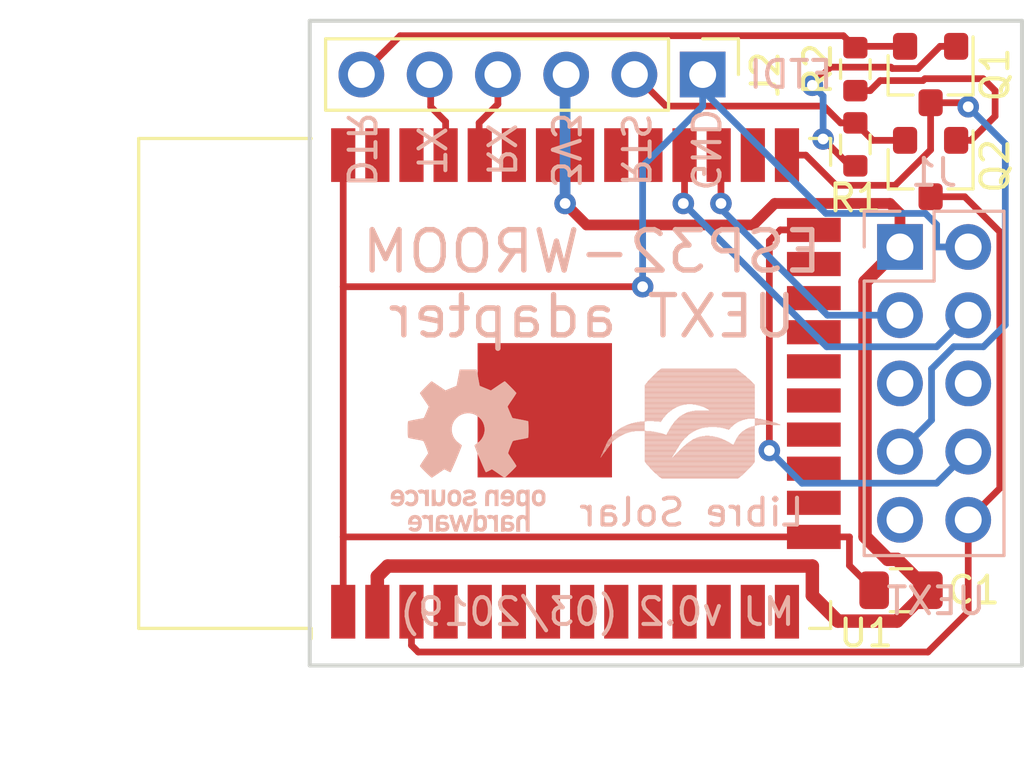
<source format=kicad_pcb>
(kicad_pcb (version 20171130) (host pcbnew "(5.1.12)-1")

  (general
    (thickness 1.6)
    (drawings 14)
    (tracks 127)
    (zones 0)
    (modules 10)
    (nets 44)
  )

  (page A4)
  (layers
    (0 F.Cu signal)
    (31 B.Cu signal)
    (32 B.Adhes user hide)
    (33 F.Adhes user hide)
    (34 B.Paste user hide)
    (35 F.Paste user hide)
    (36 B.SilkS user hide)
    (37 F.SilkS user hide)
    (38 B.Mask user hide)
    (39 F.Mask user hide)
    (40 Dwgs.User user hide)
    (41 Cmts.User user hide)
    (42 Eco1.User user hide)
    (43 Eco2.User user hide)
    (44 Edge.Cuts user)
    (45 Margin user hide)
    (46 B.CrtYd user hide)
    (47 F.CrtYd user hide)
    (48 B.Fab user hide)
    (49 F.Fab user hide)
  )

  (setup
    (last_trace_width 0.25)
    (user_trace_width 0.25)
    (user_trace_width 0.3)
    (user_trace_width 0.4)
    (user_trace_width 0.5)
    (trace_clearance 0.2)
    (zone_clearance 0.3)
    (zone_45_only no)
    (trace_min 0.2)
    (via_size 0.8)
    (via_drill 0.4)
    (via_min_size 0.4)
    (via_min_drill 0.3)
    (uvia_size 0.3)
    (uvia_drill 0.1)
    (uvias_allowed no)
    (uvia_min_size 0.2)
    (uvia_min_drill 0.1)
    (edge_width 0.15)
    (segment_width 0.2)
    (pcb_text_width 0.3)
    (pcb_text_size 1.5 1.5)
    (mod_edge_width 0.15)
    (mod_text_size 1 1)
    (mod_text_width 0.15)
    (pad_size 1.524 1.524)
    (pad_drill 0.762)
    (pad_to_mask_clearance 0)
    (solder_mask_min_width 0.25)
    (aux_axis_origin 0 0)
    (visible_elements 7FFFFFFF)
    (pcbplotparams
      (layerselection 0x010fc_ffffffff)
      (usegerberextensions false)
      (usegerberattributes false)
      (usegerberadvancedattributes false)
      (creategerberjobfile false)
      (excludeedgelayer true)
      (linewidth 0.100000)
      (plotframeref false)
      (viasonmask false)
      (mode 1)
      (useauxorigin false)
      (hpglpennumber 1)
      (hpglpenspeed 20)
      (hpglpendiameter 15.000000)
      (psnegative false)
      (psa4output false)
      (plotreference true)
      (plotvalue true)
      (plotinvisibletext false)
      (padsonsilk false)
      (subtractmaskfromsilk false)
      (outputformat 1)
      (mirror false)
      (drillshape 1)
      (scaleselection 1)
      (outputdirectory ""))
  )

  (net 0 "")
  (net 1 GND)
  (net 2 "Net-(U1-Pad7)")
  (net 3 "Net-(U1-Pad11)")
  (net 4 "Net-(U1-Pad12)")
  (net 5 +3V3)
  (net 6 "Net-(U1-Pad16)")
  (net 7 "Net-(U1-Pad4)")
  (net 8 "Net-(U1-Pad5)")
  (net 9 "Net-(U1-Pad6)")
  (net 10 "Net-(U1-Pad8)")
  (net 11 "Net-(U1-Pad9)")
  (net 12 "Net-(U1-Pad10)")
  (net 13 "Net-(U1-Pad13)")
  (net 14 "Net-(U1-Pad14)")
  (net 15 "Net-(U1-Pad17)")
  (net 16 "Net-(U1-Pad18)")
  (net 17 "Net-(U1-Pad19)")
  (net 18 "Net-(U1-Pad20)")
  (net 19 "Net-(U1-Pad21)")
  (net 20 "Net-(U1-Pad22)")
  (net 21 "Net-(U1-Pad23)")
  (net 22 "Net-(U1-Pad26)")
  (net 23 "Net-(U1-Pad29)")
  (net 24 "Net-(U1-Pad30)")
  (net 25 "Net-(U1-Pad31)")
  (net 26 "Net-(U1-Pad32)")
  (net 27 "Net-(U1-Pad33)")
  (net 28 /UEXT_TX)
  (net 29 /UEXT_RX)
  (net 30 "Net-(U1-Pad36)")
  (net 31 "Net-(U1-Pad37)")
  (net 32 /RESET)
  (net 33 /GPIO2)
  (net 34 /GPIO0)
  (net 35 /FTDI_TX)
  (net 36 /FTDI_RX)
  (net 37 /DTR)
  (net 38 "Net-(Q1-Pad1)")
  (net 39 "Net-(Q2-Pad1)")
  (net 40 /RTS)
  (net 41 "Net-(J1-Pad9)")
  (net 42 "Net-(J1-Pad6)")
  (net 43 "Net-(J1-Pad5)")

  (net_class Default "Dies ist die voreingestellte Netzklasse."
    (clearance 0.2)
    (trace_width 0.25)
    (via_dia 0.8)
    (via_drill 0.4)
    (uvia_dia 0.3)
    (uvia_drill 0.1)
    (add_net +3V3)
    (add_net /DTR)
    (add_net /FTDI_RX)
    (add_net /FTDI_TX)
    (add_net /GPIO0)
    (add_net /GPIO2)
    (add_net /RESET)
    (add_net /RTS)
    (add_net /UEXT_RX)
    (add_net /UEXT_TX)
    (add_net GND)
    (add_net "Net-(J1-Pad5)")
    (add_net "Net-(J1-Pad6)")
    (add_net "Net-(J1-Pad9)")
    (add_net "Net-(Q1-Pad1)")
    (add_net "Net-(Q2-Pad1)")
    (add_net "Net-(U1-Pad10)")
    (add_net "Net-(U1-Pad11)")
    (add_net "Net-(U1-Pad12)")
    (add_net "Net-(U1-Pad13)")
    (add_net "Net-(U1-Pad14)")
    (add_net "Net-(U1-Pad16)")
    (add_net "Net-(U1-Pad17)")
    (add_net "Net-(U1-Pad18)")
    (add_net "Net-(U1-Pad19)")
    (add_net "Net-(U1-Pad20)")
    (add_net "Net-(U1-Pad21)")
    (add_net "Net-(U1-Pad22)")
    (add_net "Net-(U1-Pad23)")
    (add_net "Net-(U1-Pad26)")
    (add_net "Net-(U1-Pad29)")
    (add_net "Net-(U1-Pad30)")
    (add_net "Net-(U1-Pad31)")
    (add_net "Net-(U1-Pad32)")
    (add_net "Net-(U1-Pad33)")
    (add_net "Net-(U1-Pad36)")
    (add_net "Net-(U1-Pad37)")
    (add_net "Net-(U1-Pad4)")
    (add_net "Net-(U1-Pad5)")
    (add_net "Net-(U1-Pad6)")
    (add_net "Net-(U1-Pad7)")
    (add_net "Net-(U1-Pad8)")
    (add_net "Net-(U1-Pad9)")
  )

  (module Connector_PinSocket_2.54mm:PinSocket_2x05_P2.54mm_Vertical (layer B.Cu) (tedit 5A19A42B) (tstamp 5C84B77B)
    (at 161.46 89.42 180)
    (descr "Through hole straight socket strip, 2x05, 2.54mm pitch, double cols (from Kicad 4.0.7), script generated")
    (tags "Through hole socket strip THT 2x05 2.54mm double row")
    (path /5C810B01)
    (fp_text reference J1 (at -1.27 2.77 180) (layer B.SilkS)
      (effects (font (size 1 1) (thickness 0.15)) (justify mirror))
    )
    (fp_text value UEXT (at -1.27 -12.93 180) (layer B.Fab)
      (effects (font (size 1 1) (thickness 0.15)) (justify mirror))
    )
    (fp_line (start -4.34 -11.9) (end -4.34 1.8) (layer B.CrtYd) (width 0.05))
    (fp_line (start 1.76 -11.9) (end -4.34 -11.9) (layer B.CrtYd) (width 0.05))
    (fp_line (start 1.76 1.8) (end 1.76 -11.9) (layer B.CrtYd) (width 0.05))
    (fp_line (start -4.34 1.8) (end 1.76 1.8) (layer B.CrtYd) (width 0.05))
    (fp_line (start 0 1.33) (end 1.33 1.33) (layer B.SilkS) (width 0.12))
    (fp_line (start 1.33 1.33) (end 1.33 0) (layer B.SilkS) (width 0.12))
    (fp_line (start -1.27 1.33) (end -1.27 -1.27) (layer B.SilkS) (width 0.12))
    (fp_line (start -1.27 -1.27) (end 1.33 -1.27) (layer B.SilkS) (width 0.12))
    (fp_line (start 1.33 -1.27) (end 1.33 -11.49) (layer B.SilkS) (width 0.12))
    (fp_line (start -3.87 -11.49) (end 1.33 -11.49) (layer B.SilkS) (width 0.12))
    (fp_line (start -3.87 1.33) (end -3.87 -11.49) (layer B.SilkS) (width 0.12))
    (fp_line (start -3.87 1.33) (end -1.27 1.33) (layer B.SilkS) (width 0.12))
    (fp_line (start -3.81 -11.43) (end -3.81 1.27) (layer B.Fab) (width 0.1))
    (fp_line (start 1.27 -11.43) (end -3.81 -11.43) (layer B.Fab) (width 0.1))
    (fp_line (start 1.27 0.27) (end 1.27 -11.43) (layer B.Fab) (width 0.1))
    (fp_line (start 0.27 1.27) (end 1.27 0.27) (layer B.Fab) (width 0.1))
    (fp_line (start -3.81 1.27) (end 0.27 1.27) (layer B.Fab) (width 0.1))
    (fp_text user %R (at -1.27 -5.08 90) (layer B.Fab)
      (effects (font (size 1 1) (thickness 0.15)) (justify mirror))
    )
    (pad 1 thru_hole rect (at 0 0 180) (size 1.7 1.7) (drill 1) (layers *.Cu *.Mask)
      (net 5 +3V3))
    (pad 2 thru_hole oval (at -2.54 0 180) (size 1.7 1.7) (drill 1) (layers *.Cu *.Mask)
      (net 1 GND))
    (pad 3 thru_hole oval (at 0 -2.54 180) (size 1.7 1.7) (drill 1) (layers *.Cu *.Mask)
      (net 28 /UEXT_TX))
    (pad 4 thru_hole oval (at -2.54 -2.54 180) (size 1.7 1.7) (drill 1) (layers *.Cu *.Mask)
      (net 29 /UEXT_RX))
    (pad 5 thru_hole oval (at 0 -5.08 180) (size 1.7 1.7) (drill 1) (layers *.Cu *.Mask)
      (net 43 "Net-(J1-Pad5)"))
    (pad 6 thru_hole oval (at -2.54 -5.08 180) (size 1.7 1.7) (drill 1) (layers *.Cu *.Mask)
      (net 42 "Net-(J1-Pad6)"))
    (pad 7 thru_hole oval (at 0 -7.62 180) (size 1.7 1.7) (drill 1) (layers *.Cu *.Mask)
      (net 34 /GPIO0))
    (pad 8 thru_hole oval (at -2.54 -7.62 180) (size 1.7 1.7) (drill 1) (layers *.Cu *.Mask)
      (net 33 /GPIO2))
    (pad 9 thru_hole oval (at 0 -10.16 180) (size 1.7 1.7) (drill 1) (layers *.Cu *.Mask)
      (net 41 "Net-(J1-Pad9)"))
    (pad 10 thru_hole oval (at -2.54 -10.16 180) (size 1.7 1.7) (drill 1) (layers *.Cu *.Mask)
      (net 32 /RESET))
    (model ${KISYS3DMOD}/Connector_PinSocket_2.54mm.3dshapes/PinSocket_2x05_P2.54mm_Vertical.wrl
      (at (xyz 0 0 0))
      (scale (xyz 1 1 1))
      (rotate (xyz 0 0 0))
    )
  )

  (module Connector_PinHeader_2.54mm:PinHeader_1x06_P2.54mm_Vertical (layer F.Cu) (tedit 59FED5CC) (tstamp 5C834617)
    (at 154.12 83 270)
    (descr "Through hole straight pin header, 1x06, 2.54mm pitch, single row")
    (tags "Through hole pin header THT 1x06 2.54mm single row")
    (path /5C815F35)
    (fp_text reference J2 (at 0 -2.33 270) (layer F.SilkS)
      (effects (font (size 1 1) (thickness 0.15)))
    )
    (fp_text value Conn_01x06 (at 0 15.03 270) (layer F.Fab)
      (effects (font (size 1 1) (thickness 0.15)))
    )
    (fp_line (start 1.8 -1.8) (end -1.8 -1.8) (layer F.CrtYd) (width 0.05))
    (fp_line (start 1.8 14.5) (end 1.8 -1.8) (layer F.CrtYd) (width 0.05))
    (fp_line (start -1.8 14.5) (end 1.8 14.5) (layer F.CrtYd) (width 0.05))
    (fp_line (start -1.8 -1.8) (end -1.8 14.5) (layer F.CrtYd) (width 0.05))
    (fp_line (start -1.33 -1.33) (end 0 -1.33) (layer F.SilkS) (width 0.12))
    (fp_line (start -1.33 0) (end -1.33 -1.33) (layer F.SilkS) (width 0.12))
    (fp_line (start -1.33 1.27) (end 1.33 1.27) (layer F.SilkS) (width 0.12))
    (fp_line (start 1.33 1.27) (end 1.33 14.03) (layer F.SilkS) (width 0.12))
    (fp_line (start -1.33 1.27) (end -1.33 14.03) (layer F.SilkS) (width 0.12))
    (fp_line (start -1.33 14.03) (end 1.33 14.03) (layer F.SilkS) (width 0.12))
    (fp_line (start -1.27 -0.635) (end -0.635 -1.27) (layer F.Fab) (width 0.1))
    (fp_line (start -1.27 13.97) (end -1.27 -0.635) (layer F.Fab) (width 0.1))
    (fp_line (start 1.27 13.97) (end -1.27 13.97) (layer F.Fab) (width 0.1))
    (fp_line (start 1.27 -1.27) (end 1.27 13.97) (layer F.Fab) (width 0.1))
    (fp_line (start -0.635 -1.27) (end 1.27 -1.27) (layer F.Fab) (width 0.1))
    (fp_text user %R (at 0 6.35) (layer F.Fab)
      (effects (font (size 1 1) (thickness 0.15)))
    )
    (pad 1 thru_hole rect (at 0 0 270) (size 1.7 1.7) (drill 1) (layers *.Cu *.Mask)
      (net 1 GND))
    (pad 2 thru_hole oval (at 0 2.54 270) (size 1.7 1.7) (drill 1) (layers *.Cu *.Mask)
      (net 40 /RTS))
    (pad 3 thru_hole oval (at 0 5.08 270) (size 1.7 1.7) (drill 1) (layers *.Cu *.Mask)
      (net 5 +3V3))
    (pad 4 thru_hole oval (at 0 7.62 270) (size 1.7 1.7) (drill 1) (layers *.Cu *.Mask)
      (net 35 /FTDI_TX))
    (pad 5 thru_hole oval (at 0 10.16 270) (size 1.7 1.7) (drill 1) (layers *.Cu *.Mask)
      (net 36 /FTDI_RX))
    (pad 6 thru_hole oval (at 0 12.7 270) (size 1.7 1.7) (drill 1) (layers *.Cu *.Mask)
      (net 37 /DTR))
    (model ${KISYS3DMOD}/Connector_PinHeader_2.54mm.3dshapes/PinHeader_1x06_P2.54mm_Vertical.wrl
      (at (xyz 0 0 0))
      (scale (xyz 1 1 1))
      (rotate (xyz 0 0 0))
    )
  )

  (module LibreSolar:R_0603_1608 (layer F.Cu) (tedit 59175D4F) (tstamp 5C8341F9)
    (at 159.8 82.8 90)
    (descr "Resistor SMD 0603, reflow soldering, Vishay (see dcrcw.pdf)")
    (tags "resistor 0603")
    (path /5C80FEC3)
    (attr smd)
    (fp_text reference R2 (at 0 -1.4 90) (layer F.SilkS)
      (effects (font (size 1 1) (thickness 0.15)))
    )
    (fp_text value 10k (at 0 1.5 90) (layer F.Fab)
      (effects (font (size 1 1) (thickness 0.15)))
    )
    (fp_line (start -0.8 0.4) (end -0.8 -0.4) (layer F.Fab) (width 0.1))
    (fp_line (start 0.8 0.4) (end -0.8 0.4) (layer F.Fab) (width 0.1))
    (fp_line (start 0.8 -0.4) (end 0.8 0.4) (layer F.Fab) (width 0.1))
    (fp_line (start -0.8 -0.4) (end 0.8 -0.4) (layer F.Fab) (width 0.1))
    (fp_line (start 0.35 0.55) (end -0.35 0.55) (layer F.SilkS) (width 0.12))
    (fp_line (start -0.35 -0.55) (end 0.35 -0.55) (layer F.SilkS) (width 0.12))
    (fp_line (start -1.4 -0.65) (end 1.4 -0.65) (layer F.CrtYd) (width 0.05))
    (fp_line (start -1.4 -0.65) (end -1.4 0.65) (layer F.CrtYd) (width 0.05))
    (fp_line (start 1.4 0.65) (end 1.4 -0.65) (layer F.CrtYd) (width 0.05))
    (fp_line (start 1.4 0.65) (end -1.4 0.65) (layer F.CrtYd) (width 0.05))
    (fp_text user %R (at 0 0 90) (layer F.Fab)
      (effects (font (size 0.5 0.5) (thickness 0.075)))
    )
    (pad 2 smd roundrect (at 0.8 0 90) (size 0.8 0.9) (layers F.Cu F.Paste F.Mask) (roundrect_rratio 0.2)
      (net 37 /DTR))
    (pad 1 smd roundrect (at -0.8 0 90) (size 0.8 0.9) (layers F.Cu F.Paste F.Mask) (roundrect_rratio 0.2)
      (net 39 "Net-(Q2-Pad1)"))
    (model ${KISYS3DMOD}/Resistor_SMD.3dshapes/R_0603_1608Metric.step
      (at (xyz 0 0 0))
      (scale (xyz 1 1 1))
      (rotate (xyz 0 0 0))
    )
  )

  (module LibreSolar:R_0603_1608 (layer F.Cu) (tedit 59175D4F) (tstamp 5C8341E8)
    (at 159.8 85.6 90)
    (descr "Resistor SMD 0603, reflow soldering, Vishay (see dcrcw.pdf)")
    (tags "resistor 0603")
    (path /5C80EE54)
    (attr smd)
    (fp_text reference R1 (at -2 0 180) (layer F.SilkS)
      (effects (font (size 1 1) (thickness 0.15)))
    )
    (fp_text value 10k (at 0 1.5 90) (layer F.Fab)
      (effects (font (size 1 1) (thickness 0.15)))
    )
    (fp_line (start 1.4 0.65) (end -1.4 0.65) (layer F.CrtYd) (width 0.05))
    (fp_line (start 1.4 0.65) (end 1.4 -0.65) (layer F.CrtYd) (width 0.05))
    (fp_line (start -1.4 -0.65) (end -1.4 0.65) (layer F.CrtYd) (width 0.05))
    (fp_line (start -1.4 -0.65) (end 1.4 -0.65) (layer F.CrtYd) (width 0.05))
    (fp_line (start -0.35 -0.55) (end 0.35 -0.55) (layer F.SilkS) (width 0.12))
    (fp_line (start 0.35 0.55) (end -0.35 0.55) (layer F.SilkS) (width 0.12))
    (fp_line (start -0.8 -0.4) (end 0.8 -0.4) (layer F.Fab) (width 0.1))
    (fp_line (start 0.8 -0.4) (end 0.8 0.4) (layer F.Fab) (width 0.1))
    (fp_line (start 0.8 0.4) (end -0.8 0.4) (layer F.Fab) (width 0.1))
    (fp_line (start -0.8 0.4) (end -0.8 -0.4) (layer F.Fab) (width 0.1))
    (fp_text user %R (at 0 0 90) (layer F.Fab)
      (effects (font (size 0.5 0.5) (thickness 0.075)))
    )
    (pad 1 smd roundrect (at -0.8 0 90) (size 0.8 0.9) (layers F.Cu F.Paste F.Mask) (roundrect_rratio 0.2)
      (net 38 "Net-(Q1-Pad1)"))
    (pad 2 smd roundrect (at 0.8 0 90) (size 0.8 0.9) (layers F.Cu F.Paste F.Mask) (roundrect_rratio 0.2)
      (net 40 /RTS))
    (model ${KISYS3DMOD}/Resistor_SMD.3dshapes/R_0603_1608Metric.step
      (at (xyz 0 0 0))
      (scale (xyz 1 1 1))
      (rotate (xyz 0 0 0))
    )
  )

  (module LibreSolar:SOT-23 (layer F.Cu) (tedit 59B43E66) (tstamp 5C8341D7)
    (at 162.6 86.5 270)
    (descr "SOT-23, Standard")
    (tags SOT-23)
    (path /5C80F37A)
    (attr smd)
    (fp_text reference Q2 (at -0.1 -2.4 90) (layer F.SilkS)
      (effects (font (size 1 1) (thickness 0.15)))
    )
    (fp_text value MMBT3904 (at 0 2.5 270) (layer F.Fab)
      (effects (font (size 1 1) (thickness 0.15)))
    )
    (fp_line (start 0.76 1.58) (end -0.7 1.58) (layer F.SilkS) (width 0.12))
    (fp_line (start 0.76 -1.58) (end -1.4 -1.58) (layer F.SilkS) (width 0.12))
    (fp_line (start -1.75 1.75) (end -1.75 -1.75) (layer F.CrtYd) (width 0.05))
    (fp_line (start 1.75 1.75) (end -1.75 1.75) (layer F.CrtYd) (width 0.05))
    (fp_line (start 1.75 -1.75) (end 1.75 1.75) (layer F.CrtYd) (width 0.05))
    (fp_line (start -1.75 -1.75) (end 1.75 -1.75) (layer F.CrtYd) (width 0.05))
    (fp_line (start 0.76 -1.58) (end 0.76 -0.65) (layer F.SilkS) (width 0.12))
    (fp_line (start 0.76 1.58) (end 0.76 0.65) (layer F.SilkS) (width 0.12))
    (fp_line (start -0.7 1.52) (end 0.7 1.52) (layer F.Fab) (width 0.1))
    (fp_line (start 0.7 -1.52) (end 0.7 1.52) (layer F.Fab) (width 0.1))
    (fp_line (start -0.7 -0.95) (end -0.15 -1.52) (layer F.Fab) (width 0.1))
    (fp_line (start -0.15 -1.52) (end 0.7 -1.52) (layer F.Fab) (width 0.1))
    (fp_line (start -0.7 -0.95) (end -0.7 1.5) (layer F.Fab) (width 0.1))
    (fp_text user %R (at 0 0) (layer F.Fab)
      (effects (font (size 0.5 0.5) (thickness 0.075)))
    )
    (pad 1 smd roundrect (at -1.05 -0.95 270) (size 1 0.9) (layers F.Cu F.Paste F.Mask) (roundrect_rratio 0.2)
      (net 39 "Net-(Q2-Pad1)"))
    (pad 2 smd roundrect (at -1.05 0.95 270) (size 1 0.9) (layers F.Cu F.Paste F.Mask) (roundrect_rratio 0.2)
      (net 40 /RTS))
    (pad 3 smd roundrect (at 1.05 0 270) (size 1 0.9) (layers F.Cu F.Paste F.Mask) (roundrect_rratio 0.2)
      (net 32 /RESET))
    (model ${KISYS3DMOD}/Package_TO_SOT_SMD.3dshapes/SOT-23.step
      (at (xyz 0 0 0))
      (scale (xyz 1 1 1))
      (rotate (xyz 0 0 0))
    )
  )

  (module LibreSolar:SOT-23 (layer F.Cu) (tedit 59B43E66) (tstamp 5C8341C2)
    (at 162.6 83 270)
    (descr "SOT-23, Standard")
    (tags SOT-23)
    (path /5C80ED46)
    (attr smd)
    (fp_text reference Q1 (at 0 -2.4 270) (layer F.SilkS)
      (effects (font (size 1 1) (thickness 0.15)))
    )
    (fp_text value MMBT3904 (at 0 2.5 270) (layer F.Fab)
      (effects (font (size 1 1) (thickness 0.15)))
    )
    (fp_line (start -0.7 -0.95) (end -0.7 1.5) (layer F.Fab) (width 0.1))
    (fp_line (start -0.15 -1.52) (end 0.7 -1.52) (layer F.Fab) (width 0.1))
    (fp_line (start -0.7 -0.95) (end -0.15 -1.52) (layer F.Fab) (width 0.1))
    (fp_line (start 0.7 -1.52) (end 0.7 1.52) (layer F.Fab) (width 0.1))
    (fp_line (start -0.7 1.52) (end 0.7 1.52) (layer F.Fab) (width 0.1))
    (fp_line (start 0.76 1.58) (end 0.76 0.65) (layer F.SilkS) (width 0.12))
    (fp_line (start 0.76 -1.58) (end 0.76 -0.65) (layer F.SilkS) (width 0.12))
    (fp_line (start -1.75 -1.75) (end 1.75 -1.75) (layer F.CrtYd) (width 0.05))
    (fp_line (start 1.75 -1.75) (end 1.75 1.75) (layer F.CrtYd) (width 0.05))
    (fp_line (start 1.75 1.75) (end -1.75 1.75) (layer F.CrtYd) (width 0.05))
    (fp_line (start -1.75 1.75) (end -1.75 -1.75) (layer F.CrtYd) (width 0.05))
    (fp_line (start 0.76 -1.58) (end -1.4 -1.58) (layer F.SilkS) (width 0.12))
    (fp_line (start 0.76 1.58) (end -0.7 1.58) (layer F.SilkS) (width 0.12))
    (fp_text user %R (at 0 0) (layer F.Fab)
      (effects (font (size 0.5 0.5) (thickness 0.075)))
    )
    (pad 3 smd roundrect (at 1.05 0 270) (size 1 0.9) (layers F.Cu F.Paste F.Mask) (roundrect_rratio 0.2)
      (net 34 /GPIO0))
    (pad 2 smd roundrect (at -1.05 0.95 270) (size 1 0.9) (layers F.Cu F.Paste F.Mask) (roundrect_rratio 0.2)
      (net 37 /DTR))
    (pad 1 smd roundrect (at -1.05 -0.95 270) (size 1 0.9) (layers F.Cu F.Paste F.Mask) (roundrect_rratio 0.2)
      (net 38 "Net-(Q1-Pad1)"))
    (model ${KISYS3DMOD}/Package_TO_SOT_SMD.3dshapes/SOT-23.step
      (at (xyz 0 0 0))
      (scale (xyz 1 1 1))
      (rotate (xyz 0 0 0))
    )
  )

  (module LibreSolar:LIBRESOLAR_LOGO (layer B.Cu) (tedit 58C27829) (tstamp 5C2E9282)
    (at 156 98 180)
    (path /5C2E747A)
    (fp_text reference LOGO1 (at 2 5.3 180) (layer B.SilkS) hide
      (effects (font (size 1 1) (thickness 0.15)) (justify mirror))
    )
    (fp_text value LibreSolar_Logo (at 2.1 -3.9 180) (layer B.SilkS) hide
      (effects (font (size 1 1) (thickness 0.15)) (justify mirror))
    )
    (fp_poly (pts (xy 0.6375 4.0375) (xy 3.4255 4.0375) (xy 3.4255 4.0545) (xy 0.6375 4.0545)) (layer B.SilkS) (width 0))
    (fp_poly (pts (xy 0.6035 4.0205) (xy 3.4595 4.0205) (xy 3.4595 4.0375) (xy 0.6035 4.0375)) (layer B.SilkS) (width 0))
    (fp_poly (pts (xy 0.5865 4.0035) (xy 3.4765 4.0035) (xy 3.4765 4.0205) (xy 0.5865 4.0205)) (layer B.SilkS) (width 0))
    (fp_poly (pts (xy 0.5695 3.9865) (xy 3.4935 3.9865) (xy 3.4935 4.0035) (xy 0.5695 4.0035)) (layer B.SilkS) (width 0))
    (fp_poly (pts (xy 0.5355 3.9695) (xy 3.5105 3.9695) (xy 3.5105 3.9865) (xy 0.5355 3.9865)) (layer B.SilkS) (width 0))
    (fp_poly (pts (xy 0.5185 3.9525) (xy 3.5445 3.9525) (xy 3.5445 3.9695) (xy 0.5185 3.9695)) (layer B.SilkS) (width 0))
    (fp_poly (pts (xy 0.5015 3.9355) (xy 3.5615 3.9355) (xy 3.5615 3.9525) (xy 0.5015 3.9525)) (layer B.SilkS) (width 0))
    (fp_poly (pts (xy 0.4675 3.9185) (xy 3.5785 3.9185) (xy 3.5785 3.9355) (xy 0.4675 3.9355)) (layer B.SilkS) (width 0))
    (fp_poly (pts (xy 0.4505 3.9015) (xy 3.5955 3.9015) (xy 3.5955 3.9185) (xy 0.4505 3.9185)) (layer B.SilkS) (width 0))
    (fp_poly (pts (xy 0.4335 3.8845) (xy 3.6125 3.8845) (xy 3.6125 3.9015) (xy 0.4335 3.9015)) (layer B.SilkS) (width 0))
    (fp_poly (pts (xy 0.4165 3.8675) (xy 3.6295 3.8675) (xy 3.6295 3.8845) (xy 0.4165 3.8845)) (layer B.SilkS) (width 0))
    (fp_poly (pts (xy 0.3825 3.8505) (xy 3.6465 3.8505) (xy 3.6465 3.8675) (xy 0.3825 3.8675)) (layer B.SilkS) (width 0))
    (fp_poly (pts (xy 0.3655 3.8335) (xy 3.6635 3.8335) (xy 3.6635 3.8505) (xy 0.3655 3.8505)) (layer B.SilkS) (width 0))
    (fp_poly (pts (xy 0.3485 3.8165) (xy 3.6805 3.8165) (xy 3.6805 3.8335) (xy 0.3485 3.8335)) (layer B.SilkS) (width 0))
    (fp_poly (pts (xy 0.3315 3.7995) (xy 3.6975 3.7995) (xy 3.6975 3.8165) (xy 0.3315 3.8165)) (layer B.SilkS) (width 0))
    (fp_poly (pts (xy 0.2975 3.7825) (xy 3.7145 3.7825) (xy 3.7145 3.7995) (xy 0.2975 3.7995)) (layer B.SilkS) (width 0))
    (fp_poly (pts (xy 0.2805 3.7655) (xy 3.7315 3.7655) (xy 3.7315 3.7825) (xy 0.2805 3.7825)) (layer B.SilkS) (width 0))
    (fp_poly (pts (xy 0.2635 3.7485) (xy 3.7485 3.7485) (xy 3.7485 3.7655) (xy 0.2635 3.7655)) (layer B.SilkS) (width 0))
    (fp_poly (pts (xy 0.2465 3.7315) (xy 3.7655 3.7315) (xy 3.7655 3.7485) (xy 0.2465 3.7485)) (layer B.SilkS) (width 0))
    (fp_poly (pts (xy 0.2295 3.7145) (xy 3.7825 3.7145) (xy 3.7825 3.7315) (xy 0.2295 3.7315)) (layer B.SilkS) (width 0))
    (fp_poly (pts (xy 0.2125 3.6975) (xy 3.7995 3.6975) (xy 3.7995 3.7145) (xy 0.2125 3.7145)) (layer B.SilkS) (width 0))
    (fp_poly (pts (xy 0.1955 3.6805) (xy 3.8165 3.6805) (xy 3.8165 3.6975) (xy 0.1955 3.6975)) (layer B.SilkS) (width 0))
    (fp_poly (pts (xy 0.1615 3.6635) (xy 3.8335 3.6635) (xy 3.8335 3.6805) (xy 0.1615 3.6805)) (layer B.SilkS) (width 0))
    (fp_poly (pts (xy 0.1445 3.6465) (xy 3.8505 3.6465) (xy 3.8505 3.6635) (xy 0.1445 3.6635)) (layer B.SilkS) (width 0))
    (fp_poly (pts (xy 0.1275 3.6295) (xy 3.8675 3.6295) (xy 3.8675 3.6465) (xy 0.1275 3.6465)) (layer B.SilkS) (width 0))
    (fp_poly (pts (xy 0.1105 3.6125) (xy 3.8845 3.6125) (xy 3.8845 3.6295) (xy 0.1105 3.6295)) (layer B.SilkS) (width 0))
    (fp_poly (pts (xy 0.0935 3.5955) (xy 3.9015 3.5955) (xy 3.9015 3.6125) (xy 0.0935 3.6125)) (layer B.SilkS) (width 0))
    (fp_poly (pts (xy 0.0765 3.5785) (xy 3.9185 3.5785) (xy 3.9185 3.5955) (xy 0.0765 3.5955)) (layer B.SilkS) (width 0))
    (fp_poly (pts (xy 0.0595 3.5615) (xy 3.9355 3.5615) (xy 3.9355 3.5785) (xy 0.0595 3.5785)) (layer B.SilkS) (width 0))
    (fp_poly (pts (xy 0.0425 3.5445) (xy 3.9355 3.5445) (xy 3.9355 3.5615) (xy 0.0425 3.5615)) (layer B.SilkS) (width 0))
    (fp_poly (pts (xy 0.0255 3.5275) (xy 3.9525 3.5275) (xy 3.9525 3.5445) (xy 0.0255 3.5445)) (layer B.SilkS) (width 0))
    (fp_poly (pts (xy 0.0085 3.5105) (xy 3.9695 3.5105) (xy 3.9695 3.5275) (xy 0.0085 3.5275)) (layer B.SilkS) (width 0))
    (fp_poly (pts (xy -0.0085 3.4935) (xy 3.9865 3.4935) (xy 3.9865 3.5105) (xy -0.0085 3.5105)) (layer B.SilkS) (width 0))
    (fp_poly (pts (xy -0.0255 3.4765) (xy 4.0035 3.4765) (xy 4.0035 3.4935) (xy -0.0255 3.4935)) (layer B.SilkS) (width 0))
    (fp_poly (pts (xy -0.0425 3.4595) (xy 4.0035 3.4595) (xy 4.0035 3.4765) (xy -0.0425 3.4765)) (layer B.SilkS) (width 0))
    (fp_poly (pts (xy -0.0595 3.4425) (xy 4.0205 3.4425) (xy 4.0205 3.4595) (xy -0.0595 3.4595)) (layer B.SilkS) (width 0))
    (fp_poly (pts (xy -0.0595 3.4255) (xy 4.0375 3.4255) (xy 4.0375 3.4425) (xy -0.0595 3.4425)) (layer B.SilkS) (width 0))
    (fp_poly (pts (xy -0.0595 3.4085) (xy 4.0375 3.4085) (xy 4.0375 3.4255) (xy -0.0595 3.4255)) (layer B.SilkS) (width 0))
    (fp_poly (pts (xy -0.0595 3.3915) (xy 4.0375 3.3915) (xy 4.0375 3.4085) (xy -0.0595 3.4085)) (layer B.SilkS) (width 0))
    (fp_poly (pts (xy -0.0595 3.3745) (xy 4.0375 3.3745) (xy 4.0375 3.3915) (xy -0.0595 3.3915)) (layer B.SilkS) (width 0))
    (fp_poly (pts (xy -0.0595 3.3575) (xy 4.0375 3.3575) (xy 4.0375 3.3745) (xy -0.0595 3.3745)) (layer B.SilkS) (width 0))
    (fp_poly (pts (xy -0.0595 3.3405) (xy 4.0375 3.3405) (xy 4.0375 3.3575) (xy -0.0595 3.3575)) (layer B.SilkS) (width 0))
    (fp_poly (pts (xy -0.0595 3.3235) (xy 4.0375 3.3235) (xy 4.0375 3.3405) (xy -0.0595 3.3405)) (layer B.SilkS) (width 0))
    (fp_poly (pts (xy -0.0595 3.3065) (xy 4.0375 3.3065) (xy 4.0375 3.3235) (xy -0.0595 3.3235)) (layer B.SilkS) (width 0))
    (fp_poly (pts (xy -0.0595 3.2895) (xy 4.0375 3.2895) (xy 4.0375 3.3065) (xy -0.0595 3.3065)) (layer B.SilkS) (width 0))
    (fp_poly (pts (xy -0.0595 3.2725) (xy 4.0375 3.2725) (xy 4.0375 3.2895) (xy -0.0595 3.2895)) (layer B.SilkS) (width 0))
    (fp_poly (pts (xy -0.0595 3.2555) (xy 4.0375 3.2555) (xy 4.0375 3.2725) (xy -0.0595 3.2725)) (layer B.SilkS) (width 0))
    (fp_poly (pts (xy -0.0595 3.2385) (xy 4.0375 3.2385) (xy 4.0375 3.2555) (xy -0.0595 3.2555)) (layer B.SilkS) (width 0))
    (fp_poly (pts (xy -0.0595 3.2215) (xy 4.0375 3.2215) (xy 4.0375 3.2385) (xy -0.0595 3.2385)) (layer B.SilkS) (width 0))
    (fp_poly (pts (xy -0.0595 3.2045) (xy 4.0375 3.2045) (xy 4.0375 3.2215) (xy -0.0595 3.2215)) (layer B.SilkS) (width 0))
    (fp_poly (pts (xy -0.0595 3.1875) (xy 4.0375 3.1875) (xy 4.0375 3.2045) (xy -0.0595 3.2045)) (layer B.SilkS) (width 0))
    (fp_poly (pts (xy -0.0595 3.1705) (xy 4.0375 3.1705) (xy 4.0375 3.1875) (xy -0.0595 3.1875)) (layer B.SilkS) (width 0))
    (fp_poly (pts (xy -0.0595 3.1535) (xy 4.0375 3.1535) (xy 4.0375 3.1705) (xy -0.0595 3.1705)) (layer B.SilkS) (width 0))
    (fp_poly (pts (xy -0.0595 3.1365) (xy 4.0375 3.1365) (xy 4.0375 3.1535) (xy -0.0595 3.1535)) (layer B.SilkS) (width 0))
    (fp_poly (pts (xy -0.0595 3.1195) (xy 4.0375 3.1195) (xy 4.0375 3.1365) (xy -0.0595 3.1365)) (layer B.SilkS) (width 0))
    (fp_poly (pts (xy -0.0595 3.1025) (xy 4.0375 3.1025) (xy 4.0375 3.1195) (xy -0.0595 3.1195)) (layer B.SilkS) (width 0))
    (fp_poly (pts (xy -0.0595 3.0855) (xy 4.0375 3.0855) (xy 4.0375 3.1025) (xy -0.0595 3.1025)) (layer B.SilkS) (width 0))
    (fp_poly (pts (xy -0.0595 3.0685) (xy 4.0375 3.0685) (xy 4.0375 3.0855) (xy -0.0595 3.0855)) (layer B.SilkS) (width 0))
    (fp_poly (pts (xy -0.0595 3.0515) (xy 4.0375 3.0515) (xy 4.0375 3.0685) (xy -0.0595 3.0685)) (layer B.SilkS) (width 0))
    (fp_poly (pts (xy -0.0595 3.0345) (xy 4.0375 3.0345) (xy 4.0375 3.0515) (xy -0.0595 3.0515)) (layer B.SilkS) (width 0))
    (fp_poly (pts (xy -0.0595 3.0175) (xy 4.0375 3.0175) (xy 4.0375 3.0345) (xy -0.0595 3.0345)) (layer B.SilkS) (width 0))
    (fp_poly (pts (xy -0.0595 3.0005) (xy 4.0375 3.0005) (xy 4.0375 3.0175) (xy -0.0595 3.0175)) (layer B.SilkS) (width 0))
    (fp_poly (pts (xy -0.0595 2.9835) (xy 4.0375 2.9835) (xy 4.0375 3.0005) (xy -0.0595 3.0005)) (layer B.SilkS) (width 0))
    (fp_poly (pts (xy -0.0595 2.9665) (xy 4.0375 2.9665) (xy 4.0375 2.9835) (xy -0.0595 2.9835)) (layer B.SilkS) (width 0))
    (fp_poly (pts (xy -0.0595 2.9495) (xy 4.0375 2.9495) (xy 4.0375 2.9665) (xy -0.0595 2.9665)) (layer B.SilkS) (width 0))
    (fp_poly (pts (xy -0.0595 2.9325) (xy 4.0375 2.9325) (xy 4.0375 2.9495) (xy -0.0595 2.9495)) (layer B.SilkS) (width 0))
    (fp_poly (pts (xy -0.0595 2.9155) (xy 4.0375 2.9155) (xy 4.0375 2.9325) (xy -0.0595 2.9325)) (layer B.SilkS) (width 0))
    (fp_poly (pts (xy -0.0595 2.8985) (xy 4.0375 2.8985) (xy 4.0375 2.9155) (xy -0.0595 2.9155)) (layer B.SilkS) (width 0))
    (fp_poly (pts (xy -0.0595 2.8815) (xy 4.0375 2.8815) (xy 4.0375 2.8985) (xy -0.0595 2.8985)) (layer B.SilkS) (width 0))
    (fp_poly (pts (xy -0.0595 2.8645) (xy 4.0375 2.8645) (xy 4.0375 2.8815) (xy -0.0595 2.8815)) (layer B.SilkS) (width 0))
    (fp_poly (pts (xy -0.0595 2.8475) (xy 4.0375 2.8475) (xy 4.0375 2.8645) (xy -0.0595 2.8645)) (layer B.SilkS) (width 0))
    (fp_poly (pts (xy -0.0595 2.8305) (xy 4.0375 2.8305) (xy 4.0375 2.8475) (xy -0.0595 2.8475)) (layer B.SilkS) (width 0))
    (fp_poly (pts (xy -0.0595 2.8135) (xy 4.0375 2.8135) (xy 4.0375 2.8305) (xy -0.0595 2.8305)) (layer B.SilkS) (width 0))
    (fp_poly (pts (xy -0.0595 2.7965) (xy 4.0375 2.7965) (xy 4.0375 2.8135) (xy -0.0595 2.8135)) (layer B.SilkS) (width 0))
    (fp_poly (pts (xy -0.0595 2.7795) (xy 4.0375 2.7795) (xy 4.0375 2.7965) (xy -0.0595 2.7965)) (layer B.SilkS) (width 0))
    (fp_poly (pts (xy -0.0595 2.7625) (xy 4.0375 2.7625) (xy 4.0375 2.7795) (xy -0.0595 2.7795)) (layer B.SilkS) (width 0))
    (fp_poly (pts (xy -0.0595 2.7455) (xy 4.0375 2.7455) (xy 4.0375 2.7625) (xy -0.0595 2.7625)) (layer B.SilkS) (width 0))
    (fp_poly (pts (xy -0.0595 2.7285) (xy 4.0375 2.7285) (xy 4.0375 2.7455) (xy -0.0595 2.7455)) (layer B.SilkS) (width 0))
    (fp_poly (pts (xy 2.4735 2.7115) (xy 4.0375 2.7115) (xy 4.0375 2.7285) (xy 2.4735 2.7285)) (layer B.SilkS) (width 0))
    (fp_poly (pts (xy -0.0595 2.7115) (xy 2.2525 2.7115) (xy 2.2525 2.7285) (xy -0.0595 2.7285)) (layer B.SilkS) (width 0))
    (fp_poly (pts (xy 2.5925 2.6945) (xy 4.0375 2.6945) (xy 4.0375 2.7115) (xy 2.5925 2.7115)) (layer B.SilkS) (width 0))
    (fp_poly (pts (xy -0.0595 2.6945) (xy 2.1335 2.6945) (xy 2.1335 2.7115) (xy -0.0595 2.7115)) (layer B.SilkS) (width 0))
    (fp_poly (pts (xy 2.6605 2.6775) (xy 4.0375 2.6775) (xy 4.0375 2.6945) (xy 2.6605 2.6945)) (layer B.SilkS) (width 0))
    (fp_poly (pts (xy -0.0595 2.6775) (xy 2.0655 2.6775) (xy 2.0655 2.6945) (xy -0.0595 2.6945)) (layer B.SilkS) (width 0))
    (fp_poly (pts (xy 2.7115 2.6605) (xy 4.0375 2.6605) (xy 4.0375 2.6775) (xy 2.7115 2.6775)) (layer B.SilkS) (width 0))
    (fp_poly (pts (xy -0.0595 2.6605) (xy 1.9975 2.6605) (xy 1.9975 2.6775) (xy -0.0595 2.6775)) (layer B.SilkS) (width 0))
    (fp_poly (pts (xy 2.7625 2.6435) (xy 4.0375 2.6435) (xy 4.0375 2.6605) (xy 2.7625 2.6605)) (layer B.SilkS) (width 0))
    (fp_poly (pts (xy -0.0595 2.6435) (xy 1.9465 2.6435) (xy 1.9465 2.6605) (xy -0.0595 2.6605)) (layer B.SilkS) (width 0))
    (fp_poly (pts (xy 2.7965 2.6265) (xy 4.0375 2.6265) (xy 4.0375 2.6435) (xy 2.7965 2.6435)) (layer B.SilkS) (width 0))
    (fp_poly (pts (xy -0.0595 2.6265) (xy 1.8955 2.6265) (xy 1.8955 2.6435) (xy -0.0595 2.6435)) (layer B.SilkS) (width 0))
    (fp_poly (pts (xy 2.8475 2.6095) (xy 4.0375 2.6095) (xy 4.0375 2.6265) (xy 2.8475 2.6265)) (layer B.SilkS) (width 0))
    (fp_poly (pts (xy -0.0595 2.6095) (xy 1.8445 2.6095) (xy 1.8445 2.6265) (xy -0.0595 2.6265)) (layer B.SilkS) (width 0))
    (fp_poly (pts (xy 2.8645 2.5925) (xy 4.0375 2.5925) (xy 4.0375 2.6095) (xy 2.8645 2.6095)) (layer B.SilkS) (width 0))
    (fp_poly (pts (xy -0.0595 2.5925) (xy 1.8105 2.5925) (xy 1.8105 2.6095) (xy -0.0595 2.6095)) (layer B.SilkS) (width 0))
    (fp_poly (pts (xy 2.8985 2.5755) (xy 4.0375 2.5755) (xy 4.0375 2.5925) (xy 2.8985 2.5925)) (layer B.SilkS) (width 0))
    (fp_poly (pts (xy -0.0595 2.5755) (xy 1.7765 2.5755) (xy 1.7765 2.5925) (xy -0.0595 2.5925)) (layer B.SilkS) (width 0))
    (fp_poly (pts (xy 2.9325 2.5585) (xy 4.0375 2.5585) (xy 4.0375 2.5755) (xy 2.9325 2.5755)) (layer B.SilkS) (width 0))
    (fp_poly (pts (xy -0.0595 2.5585) (xy 1.7425 2.5585) (xy 1.7425 2.5755) (xy -0.0595 2.5755)) (layer B.SilkS) (width 0))
    (fp_poly (pts (xy 2.9665 2.5415) (xy 4.0375 2.5415) (xy 4.0375 2.5585) (xy 2.9665 2.5585)) (layer B.SilkS) (width 0))
    (fp_poly (pts (xy -0.0595 2.5415) (xy 1.7085 2.5415) (xy 1.7085 2.5585) (xy -0.0595 2.5585)) (layer B.SilkS) (width 0))
    (fp_poly (pts (xy 3.0005 2.5245) (xy 4.0375 2.5245) (xy 4.0375 2.5415) (xy 3.0005 2.5415)) (layer B.SilkS) (width 0))
    (fp_poly (pts (xy -0.0595 2.5245) (xy 1.6745 2.5245) (xy 1.6745 2.5415) (xy -0.0595 2.5415)) (layer B.SilkS) (width 0))
    (fp_poly (pts (xy 3.0175 2.5075) (xy 4.0375 2.5075) (xy 4.0375 2.5245) (xy 3.0175 2.5245)) (layer B.SilkS) (width 0))
    (fp_poly (pts (xy -0.0595 2.5075) (xy 1.6575 2.5075) (xy 1.6575 2.5245) (xy -0.0595 2.5245)) (layer B.SilkS) (width 0))
    (fp_poly (pts (xy 3.0345 2.4905) (xy 4.0375 2.4905) (xy 4.0375 2.5075) (xy 3.0345 2.5075)) (layer B.SilkS) (width 0))
    (fp_poly (pts (xy -0.0595 2.4905) (xy 1.6405 2.4905) (xy 1.6405 2.5075) (xy -0.0595 2.5075)) (layer B.SilkS) (width 0))
    (fp_poly (pts (xy 3.0685 2.4735) (xy 4.0375 2.4735) (xy 4.0375 2.4905) (xy 3.0685 2.4905)) (layer B.SilkS) (width 0))
    (fp_poly (pts (xy -0.0595 2.4735) (xy 2.1845 2.4735) (xy 2.1845 2.4905) (xy -0.0595 2.4905)) (layer B.SilkS) (width 0))
    (fp_poly (pts (xy 3.0855 2.4565) (xy 4.0375 2.4565) (xy 4.0375 2.4735) (xy 3.0855 2.4735)) (layer B.SilkS) (width 0))
    (fp_poly (pts (xy -0.0595 2.4565) (xy 2.2865 2.4565) (xy 2.2865 2.4735) (xy -0.0595 2.4735)) (layer B.SilkS) (width 0))
    (fp_poly (pts (xy 3.1025 2.4395) (xy 4.0375 2.4395) (xy 4.0375 2.4565) (xy 3.1025 2.4565)) (layer B.SilkS) (width 0))
    (fp_poly (pts (xy -0.0595 2.4395) (xy 2.3545 2.4395) (xy 2.3545 2.4565) (xy -0.0595 2.4565)) (layer B.SilkS) (width 0))
    (fp_poly (pts (xy 3.1195 2.4225) (xy 4.0375 2.4225) (xy 4.0375 2.4395) (xy 3.1195 2.4395)) (layer B.SilkS) (width 0))
    (fp_poly (pts (xy -0.0595 2.4225) (xy 2.4225 2.4225) (xy 2.4225 2.4395) (xy -0.0595 2.4395)) (layer B.SilkS) (width 0))
    (fp_poly (pts (xy 3.1535 2.4055) (xy 4.0375 2.4055) (xy 4.0375 2.4225) (xy 3.1535 2.4225)) (layer B.SilkS) (width 0))
    (fp_poly (pts (xy -0.0595 2.4055) (xy 2.4735 2.4055) (xy 2.4735 2.4225) (xy -0.0595 2.4225)) (layer B.SilkS) (width 0))
    (fp_poly (pts (xy 3.1705 2.3885) (xy 4.0375 2.3885) (xy 4.0375 2.4055) (xy 3.1705 2.4055)) (layer B.SilkS) (width 0))
    (fp_poly (pts (xy -0.0595 2.3885) (xy 2.5075 2.3885) (xy 2.5075 2.4055) (xy -0.0595 2.4055)) (layer B.SilkS) (width 0))
    (fp_poly (pts (xy 3.1875 2.3715) (xy 4.0375 2.3715) (xy 4.0375 2.3885) (xy 3.1875 2.3885)) (layer B.SilkS) (width 0))
    (fp_poly (pts (xy -0.0595 2.3715) (xy 2.5415 2.3715) (xy 2.5415 2.3885) (xy -0.0595 2.3885)) (layer B.SilkS) (width 0))
    (fp_poly (pts (xy 3.2045 2.3545) (xy 4.0375 2.3545) (xy 4.0375 2.3715) (xy 3.2045 2.3715)) (layer B.SilkS) (width 0))
    (fp_poly (pts (xy -0.0595 2.3545) (xy 2.5755 2.3545) (xy 2.5755 2.3715) (xy -0.0595 2.3715)) (layer B.SilkS) (width 0))
    (fp_poly (pts (xy 3.2215 2.3375) (xy 4.0375 2.3375) (xy 4.0375 2.3545) (xy 3.2215 2.3545)) (layer B.SilkS) (width 0))
    (fp_poly (pts (xy -0.0595 2.3375) (xy 2.6095 2.3375) (xy 2.6095 2.3545) (xy -0.0595 2.3545)) (layer B.SilkS) (width 0))
    (fp_poly (pts (xy 3.2385 2.3205) (xy 4.0375 2.3205) (xy 4.0375 2.3375) (xy 3.2385 2.3375)) (layer B.SilkS) (width 0))
    (fp_poly (pts (xy -0.0595 2.3205) (xy 2.6435 2.3205) (xy 2.6435 2.3375) (xy -0.0595 2.3375)) (layer B.SilkS) (width 0))
    (fp_poly (pts (xy 3.2555 2.3035) (xy 4.0375 2.3035) (xy 4.0375 2.3205) (xy 3.2555 2.3205)) (layer B.SilkS) (width 0))
    (fp_poly (pts (xy -0.0595 2.3035) (xy 2.6605 2.3035) (xy 2.6605 2.3205) (xy -0.0595 2.3205)) (layer B.SilkS) (width 0))
    (fp_poly (pts (xy 3.2725 2.2865) (xy 4.0375 2.2865) (xy 4.0375 2.3035) (xy 3.2725 2.3035)) (layer B.SilkS) (width 0))
    (fp_poly (pts (xy -0.0595 2.2865) (xy 2.6945 2.2865) (xy 2.6945 2.3035) (xy -0.0595 2.3035)) (layer B.SilkS) (width 0))
    (fp_poly (pts (xy 3.2725 2.2695) (xy 4.0375 2.2695) (xy 4.0375 2.2865) (xy 3.2725 2.2865)) (layer B.SilkS) (width 0))
    (fp_poly (pts (xy -0.0595 2.2695) (xy 2.7115 2.2695) (xy 2.7115 2.2865) (xy -0.0595 2.2865)) (layer B.SilkS) (width 0))
    (fp_poly (pts (xy 3.2895 2.2525) (xy 4.0375 2.2525) (xy 4.0375 2.2695) (xy 3.2895 2.2695)) (layer B.SilkS) (width 0))
    (fp_poly (pts (xy -0.0595 2.2525) (xy 2.7455 2.2525) (xy 2.7455 2.2695) (xy -0.0595 2.2695)) (layer B.SilkS) (width 0))
    (fp_poly (pts (xy 3.3065 2.2355) (xy 4.0375 2.2355) (xy 4.0375 2.2525) (xy 3.3065 2.2525)) (layer B.SilkS) (width 0))
    (fp_poly (pts (xy -0.0595 2.2355) (xy 2.7625 2.2355) (xy 2.7625 2.2525) (xy -0.0595 2.2525)) (layer B.SilkS) (width 0))
    (fp_poly (pts (xy 3.3235 2.2185) (xy 4.0375 2.2185) (xy 4.0375 2.2355) (xy 3.3235 2.2355)) (layer B.SilkS) (width 0))
    (fp_poly (pts (xy -0.0595 2.2185) (xy 2.7795 2.2185) (xy 2.7795 2.2355) (xy -0.0595 2.2355)) (layer B.SilkS) (width 0))
    (fp_poly (pts (xy 3.3405 2.2015) (xy 4.0375 2.2015) (xy 4.0375 2.2185) (xy 3.3405 2.2185)) (layer B.SilkS) (width 0))
    (fp_poly (pts (xy -0.0595 2.2015) (xy 2.7965 2.2015) (xy 2.7965 2.2185) (xy -0.0595 2.2185)) (layer B.SilkS) (width 0))
    (fp_poly (pts (xy 3.3575 2.1845) (xy 4.0375 2.1845) (xy 4.0375 2.2015) (xy 3.3575 2.2015)) (layer B.SilkS) (width 0))
    (fp_poly (pts (xy -0.1785 2.1845) (xy 2.8135 2.1845) (xy 2.8135 2.2015) (xy -0.1785 2.2015)) (layer B.SilkS) (width 0))
    (fp_poly (pts (xy 3.3575 2.1675) (xy 4.0375 2.1675) (xy 4.0375 2.1845) (xy 3.3575 2.1845)) (layer B.SilkS) (width 0))
    (fp_poly (pts (xy 0.2125 2.1675) (xy 2.8305 2.1675) (xy 2.8305 2.1845) (xy 0.2125 2.1845)) (layer B.SilkS) (width 0))
    (fp_poly (pts (xy -0.2975 2.1675) (xy -0.0595 2.1675) (xy -0.0595 2.1845) (xy -0.2975 2.1845)) (layer B.SilkS) (width 0))
    (fp_poly (pts (xy 3.3745 2.1505) (xy 4.0375 2.1505) (xy 4.0375 2.1675) (xy 3.3745 2.1675)) (layer B.SilkS) (width 0))
    (fp_poly (pts (xy 0.2975 2.1505) (xy 2.8475 2.1505) (xy 2.8475 2.1675) (xy 0.2975 2.1675)) (layer B.SilkS) (width 0))
    (fp_poly (pts (xy -0.3655 2.1505) (xy -0.0595 2.1505) (xy -0.0595 2.1675) (xy -0.3655 2.1675)) (layer B.SilkS) (width 0))
    (fp_poly (pts (xy 3.3915 2.1335) (xy 4.0375 2.1335) (xy 4.0375 2.1505) (xy 3.3915 2.1505)) (layer B.SilkS) (width 0))
    (fp_poly (pts (xy 0.3655 2.1335) (xy 2.8645 2.1335) (xy 2.8645 2.1505) (xy 0.3655 2.1505)) (layer B.SilkS) (width 0))
    (fp_poly (pts (xy -0.4335 2.1335) (xy -0.0595 2.1335) (xy -0.0595 2.1505) (xy -0.4335 2.1505)) (layer B.SilkS) (width 0))
    (fp_poly (pts (xy 3.3915 2.1165) (xy 4.0375 2.1165) (xy 4.0375 2.1335) (xy 3.3915 2.1335)) (layer B.SilkS) (width 0))
    (fp_poly (pts (xy 0.4165 2.1165) (xy 2.8815 2.1165) (xy 2.8815 2.1335) (xy 0.4165 2.1335)) (layer B.SilkS) (width 0))
    (fp_poly (pts (xy -0.5185 2.1165) (xy -0.0595 2.1165) (xy -0.0595 2.1335) (xy -0.5185 2.1335)) (layer B.SilkS) (width 0))
    (fp_poly (pts (xy 3.4085 2.0995) (xy 4.0375 2.0995) (xy 4.0375 2.1165) (xy 3.4085 2.1165)) (layer B.SilkS) (width 0))
    (fp_poly (pts (xy 0.4505 2.0995) (xy 2.8985 2.0995) (xy 2.8985 2.1165) (xy 0.4505 2.1165)) (layer B.SilkS) (width 0))
    (fp_poly (pts (xy -0.5865 2.0995) (xy -0.0595 2.0995) (xy -0.0595 2.1165) (xy -0.5865 2.1165)) (layer B.SilkS) (width 0))
    (fp_poly (pts (xy 3.9695 2.0825) (xy 4.0715 2.0825) (xy 4.0715 2.0995) (xy 3.9695 2.0995)) (layer B.SilkS) (width 0))
    (fp_poly (pts (xy 3.4255 2.0825) (xy 3.6975 2.0825) (xy 3.6975 2.0995) (xy 3.4255 2.0995)) (layer B.SilkS) (width 0))
    (fp_poly (pts (xy 0.5015 2.0825) (xy 2.9155 2.0825) (xy 2.9155 2.0995) (xy 0.5015 2.0995)) (layer B.SilkS) (width 0))
    (fp_poly (pts (xy -0.6375 2.0825) (xy -0.0595 2.0825) (xy -0.0595 2.0995) (xy -0.6375 2.0995)) (layer B.SilkS) (width 0))
    (fp_poly (pts (xy 4.0375 2.0655) (xy 4.2245 2.0655) (xy 4.2245 2.0825) (xy 4.0375 2.0825)) (layer B.SilkS) (width 0))
    (fp_poly (pts (xy 3.4255 2.0655) (xy 3.4935 2.0655) (xy 3.4935 2.0825) (xy 3.4255 2.0825)) (layer B.SilkS) (width 0))
    (fp_poly (pts (xy 0.5355 2.0655) (xy 2.9325 2.0655) (xy 2.9325 2.0825) (xy 0.5355 2.0825)) (layer B.SilkS) (width 0))
    (fp_poly (pts (xy -0.7055 2.0655) (xy -0.0595 2.0655) (xy -0.0595 2.0825) (xy -0.7055 2.0825)) (layer B.SilkS) (width 0))
    (fp_poly (pts (xy 4.0375 2.0485) (xy 4.3265 2.0485) (xy 4.3265 2.0655) (xy 4.0375 2.0655)) (layer B.SilkS) (width 0))
    (fp_poly (pts (xy 0.5695 2.0485) (xy 2.9495 2.0485) (xy 2.9495 2.0655) (xy 0.5695 2.0655)) (layer B.SilkS) (width 0))
    (fp_poly (pts (xy -0.7565 2.0485) (xy -0.0595 2.0485) (xy -0.0595 2.0655) (xy -0.7565 2.0655)) (layer B.SilkS) (width 0))
    (fp_poly (pts (xy 4.0375 2.0315) (xy 4.4115 2.0315) (xy 4.4115 2.0485) (xy 4.0375 2.0485)) (layer B.SilkS) (width 0))
    (fp_poly (pts (xy 0.6035 2.0315) (xy 2.9495 2.0315) (xy 2.9495 2.0485) (xy 0.6035 2.0485)) (layer B.SilkS) (width 0))
    (fp_poly (pts (xy -0.8245 2.0315) (xy -0.0595 2.0315) (xy -0.0595 2.0485) (xy -0.8245 2.0485)) (layer B.SilkS) (width 0))
    (fp_poly (pts (xy 4.0375 2.0145) (xy 4.4795 2.0145) (xy 4.4795 2.0315) (xy 4.0375 2.0315)) (layer B.SilkS) (width 0))
    (fp_poly (pts (xy 0.6205 2.0145) (xy 2.9665 2.0145) (xy 2.9665 2.0315) (xy 0.6205 2.0315)) (layer B.SilkS) (width 0))
    (fp_poly (pts (xy -0.8755 2.0145) (xy -0.0595 2.0145) (xy -0.0595 2.0315) (xy -0.8755 2.0315)) (layer B.SilkS) (width 0))
    (fp_poly (pts (xy 4.0375 1.9975) (xy 4.5475 1.9975) (xy 4.5475 2.0145) (xy 4.0375 2.0145)) (layer B.SilkS) (width 0))
    (fp_poly (pts (xy 0.6545 1.9975) (xy 2.9835 1.9975) (xy 2.9835 2.0145) (xy 0.6545 2.0145)) (layer B.SilkS) (width 0))
    (fp_poly (pts (xy -0.9095 1.9975) (xy -0.0595 1.9975) (xy -0.0595 2.0145) (xy -0.9095 2.0145)) (layer B.SilkS) (width 0))
    (fp_poly (pts (xy 4.0375 1.9805) (xy 4.5985 1.9805) (xy 4.5985 1.9975) (xy 4.0375 1.9975)) (layer B.SilkS) (width 0))
    (fp_poly (pts (xy 0.6715 1.9805) (xy 2.9835 1.9805) (xy 2.9835 1.9975) (xy 0.6715 1.9975)) (layer B.SilkS) (width 0))
    (fp_poly (pts (xy -0.9435 1.9805) (xy -0.0595 1.9805) (xy -0.0595 1.9975) (xy -0.9435 1.9975)) (layer B.SilkS) (width 0))
    (fp_poly (pts (xy 4.0375 1.9635) (xy 4.6495 1.9635) (xy 4.6495 1.9805) (xy 4.0375 1.9805)) (layer B.SilkS) (width 0))
    (fp_poly (pts (xy 0.7055 1.9635) (xy 3.0005 1.9635) (xy 3.0005 1.9805) (xy 0.7055 1.9805)) (layer B.SilkS) (width 0))
    (fp_poly (pts (xy -0.9945 1.9635) (xy -0.0595 1.9635) (xy -0.0595 1.9805) (xy -0.9945 1.9805)) (layer B.SilkS) (width 0))
    (fp_poly (pts (xy 4.0375 1.9465) (xy 4.7005 1.9465) (xy 4.7005 1.9635) (xy 4.0375 1.9635)) (layer B.SilkS) (width 0))
    (fp_poly (pts (xy 0.7225 1.9465) (xy 3.0175 1.9465) (xy 3.0175 1.9635) (xy 0.7225 1.9635)) (layer B.SilkS) (width 0))
    (fp_poly (pts (xy -0.2295 1.9465) (xy -0.0595 1.9465) (xy -0.0595 1.9635) (xy -0.2295 1.9635)) (layer B.SilkS) (width 0))
    (fp_poly (pts (xy -1.0115 1.9465) (xy -0.6545 1.9465) (xy -0.6545 1.9635) (xy -1.0115 1.9635)) (layer B.SilkS) (width 0))
    (fp_poly (pts (xy 4.0375 1.9295) (xy 4.7345 1.9295) (xy 4.7345 1.9465) (xy 4.0375 1.9465)) (layer B.SilkS) (width 0))
    (fp_poly (pts (xy 0.7395 1.9295) (xy 3.0345 1.9295) (xy 3.0345 1.9465) (xy 0.7395 1.9465)) (layer B.SilkS) (width 0))
    (fp_poly (pts (xy -0.1445 1.9295) (xy -0.0595 1.9295) (xy -0.0595 1.9465) (xy -0.1445 1.9465)) (layer B.SilkS) (width 0))
    (fp_poly (pts (xy 4.0375 1.9125) (xy 4.7685 1.9125) (xy 4.7685 1.9295) (xy 4.0375 1.9295)) (layer B.SilkS) (width 0))
    (fp_poly (pts (xy 0.7565 1.9125) (xy 3.0345 1.9125) (xy 3.0345 1.9295) (xy 0.7565 1.9295)) (layer B.SilkS) (width 0))
    (fp_poly (pts (xy -0.0765 1.9125) (xy -0.0425 1.9125) (xy -0.0425 1.9295) (xy -0.0765 1.9295)) (layer B.SilkS) (width 0))
    (fp_poly (pts (xy 4.0375 1.8955) (xy 4.8025 1.8955) (xy 4.8025 1.9125) (xy 4.0375 1.9125)) (layer B.SilkS) (width 0))
    (fp_poly (pts (xy 0.7735 1.8955) (xy 3.0515 1.8955) (xy 3.0515 1.9125) (xy 0.7735 1.9125)) (layer B.SilkS) (width 0))
    (fp_poly (pts (xy -0.0595 1.8955) (xy 0.0085 1.8955) (xy 0.0085 1.9125) (xy -0.0595 1.9125)) (layer B.SilkS) (width 0))
    (fp_poly (pts (xy 4.0375 1.8785) (xy 4.8365 1.8785) (xy 4.8365 1.8955) (xy 4.0375 1.8955)) (layer B.SilkS) (width 0))
    (fp_poly (pts (xy 0.7905 1.8785) (xy 3.0685 1.8785) (xy 3.0685 1.8955) (xy 0.7905 1.8955)) (layer B.SilkS) (width 0))
    (fp_poly (pts (xy -0.0595 1.8785) (xy 0.0765 1.8785) (xy 0.0765 1.8955) (xy -0.0595 1.8955)) (layer B.SilkS) (width 0))
    (fp_poly (pts (xy 4.0375 1.8615) (xy 4.8705 1.8615) (xy 4.8705 1.8785) (xy 4.0375 1.8785)) (layer B.SilkS) (width 0))
    (fp_poly (pts (xy 1.6745 1.8615) (xy 3.0685 1.8615) (xy 3.0685 1.8785) (xy 1.6745 1.8785)) (layer B.SilkS) (width 0))
    (fp_poly (pts (xy 0.8245 1.8615) (xy 1.3515 1.8615) (xy 1.3515 1.8785) (xy 0.8245 1.8785)) (layer B.SilkS) (width 0))
    (fp_poly (pts (xy -0.0595 1.8615) (xy 0.1105 1.8615) (xy 0.1105 1.8785) (xy -0.0595 1.8785)) (layer B.SilkS) (width 0))
    (fp_poly (pts (xy 4.0375 1.8445) (xy 4.9045 1.8445) (xy 4.9045 1.8615) (xy 4.0375 1.8615)) (layer B.SilkS) (width 0))
    (fp_poly (pts (xy 1.8105 1.8445) (xy 3.0855 1.8445) (xy 3.0855 1.8615) (xy 1.8105 1.8615)) (layer B.SilkS) (width 0))
    (fp_poly (pts (xy 0.8415 1.8445) (xy 1.2155 1.8445) (xy 1.2155 1.8615) (xy 0.8415 1.8615)) (layer B.SilkS) (width 0))
    (fp_poly (pts (xy -0.0595 1.8445) (xy 0.1615 1.8445) (xy 0.1615 1.8615) (xy -0.0595 1.8615)) (layer B.SilkS) (width 0))
    (fp_poly (pts (xy 4.0375 1.8275) (xy 4.9385 1.8275) (xy 4.9385 1.8445) (xy 4.0375 1.8445)) (layer B.SilkS) (width 0))
    (fp_poly (pts (xy 1.8955 1.8275) (xy 3.0855 1.8275) (xy 3.0855 1.8445) (xy 1.8955 1.8445)) (layer B.SilkS) (width 0))
    (fp_poly (pts (xy 0.8415 1.8275) (xy 1.1305 1.8275) (xy 1.1305 1.8445) (xy 0.8415 1.8445)) (layer B.SilkS) (width 0))
    (fp_poly (pts (xy -0.0595 1.8275) (xy 0.1955 1.8275) (xy 0.1955 1.8445) (xy -0.0595 1.8445)) (layer B.SilkS) (width 0))
    (fp_poly (pts (xy 4.0375 1.8105) (xy 4.9555 1.8105) (xy 4.9555 1.8275) (xy 4.0375 1.8275)) (layer B.SilkS) (width 0))
    (fp_poly (pts (xy 1.9465 1.8105) (xy 3.1025 1.8105) (xy 3.1025 1.8275) (xy 1.9465 1.8275)) (layer B.SilkS) (width 0))
    (fp_poly (pts (xy 0.8585 1.8105) (xy 1.0625 1.8105) (xy 1.0625 1.8275) (xy 0.8585 1.8275)) (layer B.SilkS) (width 0))
    (fp_poly (pts (xy -0.0595 1.8105) (xy 0.2295 1.8105) (xy 0.2295 1.8275) (xy -0.0595 1.8275)) (layer B.SilkS) (width 0))
    (fp_poly (pts (xy 4.0375 1.7935) (xy 4.9895 1.7935) (xy 4.9895 1.8105) (xy 4.0375 1.8105)) (layer B.SilkS) (width 0))
    (fp_poly (pts (xy 1.9975 1.7935) (xy 3.1195 1.7935) (xy 3.1195 1.8105) (xy 1.9975 1.8105)) (layer B.SilkS) (width 0))
    (fp_poly (pts (xy 0.8755 1.7935) (xy 1.0115 1.7935) (xy 1.0115 1.8105) (xy 0.8755 1.8105)) (layer B.SilkS) (width 0))
    (fp_poly (pts (xy -0.0595 1.7935) (xy 0.2635 1.7935) (xy 0.2635 1.8105) (xy -0.0595 1.8105)) (layer B.SilkS) (width 0))
    (fp_poly (pts (xy 4.0375 1.7765) (xy 5.0065 1.7765) (xy 5.0065 1.7935) (xy 4.0375 1.7935)) (layer B.SilkS) (width 0))
    (fp_poly (pts (xy 2.0485 1.7765) (xy 3.1195 1.7765) (xy 3.1195 1.7935) (xy 2.0485 1.7935)) (layer B.SilkS) (width 0))
    (fp_poly (pts (xy 0.8925 1.7765) (xy 0.9435 1.7765) (xy 0.9435 1.7935) (xy 0.8925 1.7935)) (layer B.SilkS) (width 0))
    (fp_poly (pts (xy -0.0595 1.7765) (xy 0.2975 1.7765) (xy 0.2975 1.7935) (xy -0.0595 1.7935)) (layer B.SilkS) (width 0))
    (fp_poly (pts (xy 4.0375 1.7595) (xy 5.0405 1.7595) (xy 5.0405 1.7765) (xy 4.0375 1.7765)) (layer B.SilkS) (width 0))
    (fp_poly (pts (xy 2.0995 1.7595) (xy 3.1365 1.7595) (xy 3.1365 1.7765) (xy 2.0995 1.7765)) (layer B.SilkS) (width 0))
    (fp_poly (pts (xy -0.0595 1.7595) (xy 0.3145 1.7595) (xy 0.3145 1.7765) (xy -0.0595 1.7765)) (layer B.SilkS) (width 0))
    (fp_poly (pts (xy 4.0375 1.7425) (xy 5.0575 1.7425) (xy 5.0575 1.7595) (xy 4.0375 1.7595)) (layer B.SilkS) (width 0))
    (fp_poly (pts (xy 2.1335 1.7425) (xy 3.1365 1.7425) (xy 3.1365 1.7595) (xy 2.1335 1.7595)) (layer B.SilkS) (width 0))
    (fp_poly (pts (xy -0.0595 1.7425) (xy 0.3485 1.7425) (xy 0.3485 1.7595) (xy -0.0595 1.7595)) (layer B.SilkS) (width 0))
    (fp_poly (pts (xy 3.9865 1.7255) (xy 5.0745 1.7255) (xy 5.0745 1.7425) (xy 3.9865 1.7425)) (layer B.SilkS) (width 0))
    (fp_poly (pts (xy 2.1675 1.7255) (xy 3.1535 1.7255) (xy 3.1535 1.7425) (xy 2.1675 1.7425)) (layer B.SilkS) (width 0))
    (fp_poly (pts (xy -0.0595 1.7255) (xy 0.3655 1.7255) (xy 0.3655 1.7425) (xy -0.0595 1.7425)) (layer B.SilkS) (width 0))
    (fp_poly (pts (xy 4.4115 1.7085) (xy 5.0915 1.7085) (xy 5.0915 1.7255) (xy 4.4115 1.7255)) (layer B.SilkS) (width 0))
    (fp_poly (pts (xy 3.7825 1.7085) (xy 4.0375 1.7085) (xy 4.0375 1.7255) (xy 3.7825 1.7255)) (layer B.SilkS) (width 0))
    (fp_poly (pts (xy 2.2015 1.7085) (xy 3.1535 1.7085) (xy 3.1535 1.7255) (xy 2.2015 1.7255)) (layer B.SilkS) (width 0))
    (fp_poly (pts (xy -0.0595 1.7085) (xy 0.3995 1.7085) (xy 0.3995 1.7255) (xy -0.0595 1.7255)) (layer B.SilkS) (width 0))
    (fp_poly (pts (xy 4.5305 1.6915) (xy 5.1255 1.6915) (xy 5.1255 1.7085) (xy 4.5305 1.7085)) (layer B.SilkS) (width 0))
    (fp_poly (pts (xy 3.6805 1.6915) (xy 4.0375 1.6915) (xy 4.0375 1.7085) (xy 3.6805 1.7085)) (layer B.SilkS) (width 0))
    (fp_poly (pts (xy 2.2355 1.6915) (xy 3.1705 1.6915) (xy 3.1705 1.7085) (xy 2.2355 1.7085)) (layer B.SilkS) (width 0))
    (fp_poly (pts (xy -0.0595 1.6915) (xy 0.4165 1.6915) (xy 0.4165 1.7085) (xy -0.0595 1.7085)) (layer B.SilkS) (width 0))
    (fp_poly (pts (xy 4.5985 1.6745) (xy 5.1425 1.6745) (xy 5.1425 1.6915) (xy 4.5985 1.6915)) (layer B.SilkS) (width 0))
    (fp_poly (pts (xy 3.5955 1.6745) (xy 4.0375 1.6745) (xy 4.0375 1.6915) (xy 3.5955 1.6915)) (layer B.SilkS) (width 0))
    (fp_poly (pts (xy 2.2525 1.6745) (xy 3.1875 1.6745) (xy 3.1875 1.6915) (xy 2.2525 1.6915)) (layer B.SilkS) (width 0))
    (fp_poly (pts (xy -0.0595 1.6745) (xy 0.4335 1.6745) (xy 0.4335 1.6915) (xy -0.0595 1.6915)) (layer B.SilkS) (width 0))
    (fp_poly (pts (xy 4.6495 1.6575) (xy 5.1595 1.6575) (xy 5.1595 1.6745) (xy 4.6495 1.6745)) (layer B.SilkS) (width 0))
    (fp_poly (pts (xy 3.5275 1.6575) (xy 4.0375 1.6575) (xy 4.0375 1.6745) (xy 3.5275 1.6745)) (layer B.SilkS) (width 0))
    (fp_poly (pts (xy 2.2865 1.6575) (xy 3.1875 1.6575) (xy 3.1875 1.6745) (xy 2.2865 1.6745)) (layer B.SilkS) (width 0))
    (fp_poly (pts (xy -0.0595 1.6575) (xy 0.4505 1.6575) (xy 0.4505 1.6745) (xy -0.0595 1.6745)) (layer B.SilkS) (width 0))
    (fp_poly (pts (xy 4.7005 1.6405) (xy 5.1765 1.6405) (xy 5.1765 1.6575) (xy 4.7005 1.6575)) (layer B.SilkS) (width 0))
    (fp_poly (pts (xy 3.4425 1.6405) (xy 4.0375 1.6405) (xy 4.0375 1.6575) (xy 3.4425 1.6575)) (layer B.SilkS) (width 0))
    (fp_poly (pts (xy 2.3035 1.6405) (xy 3.2045 1.6405) (xy 3.2045 1.6575) (xy 2.3035 1.6575)) (layer B.SilkS) (width 0))
    (fp_poly (pts (xy -0.0595 1.6405) (xy 0.4675 1.6405) (xy 0.4675 1.6575) (xy -0.0595 1.6575)) (layer B.SilkS) (width 0))
    (fp_poly (pts (xy 4.7515 1.6235) (xy 5.1935 1.6235) (xy 5.1935 1.6405) (xy 4.7515 1.6405)) (layer B.SilkS) (width 0))
    (fp_poly (pts (xy 3.3745 1.6235) (xy 4.0375 1.6235) (xy 4.0375 1.6405) (xy 3.3745 1.6405)) (layer B.SilkS) (width 0))
    (fp_poly (pts (xy 2.3375 1.6235) (xy 3.2045 1.6235) (xy 3.2045 1.6405) (xy 2.3375 1.6405)) (layer B.SilkS) (width 0))
    (fp_poly (pts (xy -0.0595 1.6235) (xy 0.4845 1.6235) (xy 0.4845 1.6405) (xy -0.0595 1.6405)) (layer B.SilkS) (width 0))
    (fp_poly (pts (xy 4.7855 1.6065) (xy 5.2105 1.6065) (xy 5.2105 1.6235) (xy 4.7855 1.6235)) (layer B.SilkS) (width 0))
    (fp_poly (pts (xy 3.3235 1.6065) (xy 4.0375 1.6065) (xy 4.0375 1.6235) (xy 3.3235 1.6235)) (layer B.SilkS) (width 0))
    (fp_poly (pts (xy 2.3545 1.6065) (xy 3.2215 1.6065) (xy 3.2215 1.6235) (xy 2.3545 1.6235)) (layer B.SilkS) (width 0))
    (fp_poly (pts (xy -0.0595 1.6065) (xy 0.5015 1.6065) (xy 0.5015 1.6235) (xy -0.0595 1.6235)) (layer B.SilkS) (width 0))
    (fp_poly (pts (xy 4.8195 1.5895) (xy 5.2275 1.5895) (xy 5.2275 1.6065) (xy 4.8195 1.6065)) (layer B.SilkS) (width 0))
    (fp_poly (pts (xy 3.2725 1.5895) (xy 4.0375 1.5895) (xy 4.0375 1.6065) (xy 3.2725 1.6065)) (layer B.SilkS) (width 0))
    (fp_poly (pts (xy 2.3885 1.5895) (xy 3.2215 1.5895) (xy 3.2215 1.6065) (xy 2.3885 1.6065)) (layer B.SilkS) (width 0))
    (fp_poly (pts (xy -0.0595 1.5895) (xy 0.5185 1.5895) (xy 0.5185 1.6065) (xy -0.0595 1.6065)) (layer B.SilkS) (width 0))
    (fp_poly (pts (xy 4.8535 1.5725) (xy 5.2445 1.5725) (xy 5.2445 1.5895) (xy 4.8535 1.5895)) (layer B.SilkS) (width 0))
    (fp_poly (pts (xy 2.4055 1.5725) (xy 4.0375 1.5725) (xy 4.0375 1.5895) (xy 2.4055 1.5895)) (layer B.SilkS) (width 0))
    (fp_poly (pts (xy -0.0595 1.5725) (xy 0.5355 1.5725) (xy 0.5355 1.5895) (xy -0.0595 1.5895)) (layer B.SilkS) (width 0))
    (fp_poly (pts (xy 4.8875 1.5555) (xy 5.2615 1.5555) (xy 5.2615 1.5725) (xy 4.8875 1.5725)) (layer B.SilkS) (width 0))
    (fp_poly (pts (xy 2.4225 1.5555) (xy 4.0375 1.5555) (xy 4.0375 1.5725) (xy 2.4225 1.5725)) (layer B.SilkS) (width 0))
    (fp_poly (pts (xy -0.0595 1.5555) (xy 0.5525 1.5555) (xy 0.5525 1.5725) (xy -0.0595 1.5725)) (layer B.SilkS) (width 0))
    (fp_poly (pts (xy 4.9215 1.5385) (xy 5.2785 1.5385) (xy 5.2785 1.5555) (xy 4.9215 1.5555)) (layer B.SilkS) (width 0))
    (fp_poly (pts (xy 2.4395 1.5385) (xy 4.0375 1.5385) (xy 4.0375 1.5555) (xy 2.4395 1.5555)) (layer B.SilkS) (width 0))
    (fp_poly (pts (xy 1.6235 1.5385) (xy 1.7935 1.5385) (xy 1.7935 1.5555) (xy 1.6235 1.5555)) (layer B.SilkS) (width 0))
    (fp_poly (pts (xy -0.0595 1.5385) (xy 0.5525 1.5385) (xy 0.5525 1.5555) (xy -0.0595 1.5555)) (layer B.SilkS) (width 0))
    (fp_poly (pts (xy 4.9555 1.5215) (xy 5.2785 1.5215) (xy 5.2785 1.5385) (xy 4.9555 1.5385)) (layer B.SilkS) (width 0))
    (fp_poly (pts (xy 2.4565 1.5215) (xy 4.0375 1.5215) (xy 4.0375 1.5385) (xy 2.4565 1.5385)) (layer B.SilkS) (width 0))
    (fp_poly (pts (xy 1.4875 1.5215) (xy 1.9125 1.5215) (xy 1.9125 1.5385) (xy 1.4875 1.5385)) (layer B.SilkS) (width 0))
    (fp_poly (pts (xy -0.0595 1.5215) (xy 0.5695 1.5215) (xy 0.5695 1.5385) (xy -0.0595 1.5385)) (layer B.SilkS) (width 0))
    (fp_poly (pts (xy 4.9895 1.5045) (xy 5.2955 1.5045) (xy 5.2955 1.5215) (xy 4.9895 1.5215)) (layer B.SilkS) (width 0))
    (fp_poly (pts (xy 2.4735 1.5045) (xy 4.0375 1.5045) (xy 4.0375 1.5215) (xy 2.4735 1.5215)) (layer B.SilkS) (width 0))
    (fp_poly (pts (xy 1.4195 1.5045) (xy 1.9975 1.5045) (xy 1.9975 1.5215) (xy 1.4195 1.5215)) (layer B.SilkS) (width 0))
    (fp_poly (pts (xy -0.0595 1.5045) (xy 0.5865 1.5045) (xy 0.5865 1.5215) (xy -0.0595 1.5215)) (layer B.SilkS) (width 0))
    (fp_poly (pts (xy 5.0065 1.4875) (xy 5.3125 1.4875) (xy 5.3125 1.5045) (xy 5.0065 1.5045)) (layer B.SilkS) (width 0))
    (fp_poly (pts (xy 2.4905 1.4875) (xy 4.0375 1.4875) (xy 4.0375 1.5045) (xy 2.4905 1.5045)) (layer B.SilkS) (width 0))
    (fp_poly (pts (xy 1.3345 1.4875) (xy 2.0485 1.4875) (xy 2.0485 1.5045) (xy 1.3345 1.5045)) (layer B.SilkS) (width 0))
    (fp_poly (pts (xy -0.0595 1.4875) (xy 0.5865 1.4875) (xy 0.5865 1.5045) (xy -0.0595 1.5045)) (layer B.SilkS) (width 0))
    (fp_poly (pts (xy 5.0405 1.4705) (xy 5.3295 1.4705) (xy 5.3295 1.4875) (xy 5.0405 1.4875)) (layer B.SilkS) (width 0))
    (fp_poly (pts (xy 2.5075 1.4705) (xy 4.0375 1.4705) (xy 4.0375 1.4875) (xy 2.5075 1.4875)) (layer B.SilkS) (width 0))
    (fp_poly (pts (xy 1.2835 1.4705) (xy 2.0995 1.4705) (xy 2.0995 1.4875) (xy 1.2835 1.4875)) (layer B.SilkS) (width 0))
    (fp_poly (pts (xy -0.0595 1.4705) (xy 0.6035 1.4705) (xy 0.6035 1.4875) (xy -0.0595 1.4875)) (layer B.SilkS) (width 0))
    (fp_poly (pts (xy 5.0575 1.4535) (xy 5.3295 1.4535) (xy 5.3295 1.4705) (xy 5.0575 1.4705)) (layer B.SilkS) (width 0))
    (fp_poly (pts (xy 2.5415 1.4535) (xy 4.0375 1.4535) (xy 4.0375 1.4705) (xy 2.5415 1.4705)) (layer B.SilkS) (width 0))
    (fp_poly (pts (xy 1.2325 1.4535) (xy 2.1335 1.4535) (xy 2.1335 1.4705) (xy 1.2325 1.4705)) (layer B.SilkS) (width 0))
    (fp_poly (pts (xy -0.0595 1.4535) (xy 0.6205 1.4535) (xy 0.6205 1.4705) (xy -0.0595 1.4705)) (layer B.SilkS) (width 0))
    (fp_poly (pts (xy 5.0915 1.4365) (xy 5.3465 1.4365) (xy 5.3465 1.4535) (xy 5.0915 1.4535)) (layer B.SilkS) (width 0))
    (fp_poly (pts (xy 2.5585 1.4365) (xy 4.0375 1.4365) (xy 4.0375 1.4535) (xy 2.5585 1.4535)) (layer B.SilkS) (width 0))
    (fp_poly (pts (xy 1.1815 1.4365) (xy 2.1675 1.4365) (xy 2.1675 1.4535) (xy 1.1815 1.4535)) (layer B.SilkS) (width 0))
    (fp_poly (pts (xy -0.0595 1.4365) (xy 0.6205 1.4365) (xy 0.6205 1.4535) (xy -0.0595 1.4535)) (layer B.SilkS) (width 0))
    (fp_poly (pts (xy 5.1085 1.4195) (xy 5.3635 1.4195) (xy 5.3635 1.4365) (xy 5.1085 1.4365)) (layer B.SilkS) (width 0))
    (fp_poly (pts (xy 2.5585 1.4195) (xy 4.0375 1.4195) (xy 4.0375 1.4365) (xy 2.5585 1.4365)) (layer B.SilkS) (width 0))
    (fp_poly (pts (xy 1.1475 1.4195) (xy 2.2185 1.4195) (xy 2.2185 1.4365) (xy 1.1475 1.4365)) (layer B.SilkS) (width 0))
    (fp_poly (pts (xy -0.0595 1.4195) (xy 0.6375 1.4195) (xy 0.6375 1.4365) (xy -0.0595 1.4365)) (layer B.SilkS) (width 0))
    (fp_poly (pts (xy 5.1255 1.4025) (xy 5.3805 1.4025) (xy 5.3805 1.4195) (xy 5.1255 1.4195)) (layer B.SilkS) (width 0))
    (fp_poly (pts (xy 2.5755 1.4025) (xy 4.0375 1.4025) (xy 4.0375 1.4195) (xy 2.5755 1.4195)) (layer B.SilkS) (width 0))
    (fp_poly (pts (xy 1.1135 1.4025) (xy 2.2525 1.4025) (xy 2.2525 1.4195) (xy 1.1135 1.4195)) (layer B.SilkS) (width 0))
    (fp_poly (pts (xy -0.0595 1.4025) (xy 0.6375 1.4025) (xy 0.6375 1.4195) (xy -0.0595 1.4195)) (layer B.SilkS) (width 0))
    (fp_poly (pts (xy 5.1595 1.3855) (xy 5.3805 1.3855) (xy 5.3805 1.4025) (xy 5.1595 1.4025)) (layer B.SilkS) (width 0))
    (fp_poly (pts (xy 2.5925 1.3855) (xy 4.0375 1.3855) (xy 4.0375 1.4025) (xy 2.5925 1.4025)) (layer B.SilkS) (width 0))
    (fp_poly (pts (xy 1.0625 1.3855) (xy 2.2695 1.3855) (xy 2.2695 1.4025) (xy 1.0625 1.4025)) (layer B.SilkS) (width 0))
    (fp_poly (pts (xy -0.0595 1.3855) (xy 0.6545 1.3855) (xy 0.6545 1.4025) (xy -0.0595 1.4025)) (layer B.SilkS) (width 0))
    (fp_poly (pts (xy 5.1765 1.3685) (xy 5.3975 1.3685) (xy 5.3975 1.3855) (xy 5.1765 1.3855)) (layer B.SilkS) (width 0))
    (fp_poly (pts (xy 2.6095 1.3685) (xy 4.0375 1.3685) (xy 4.0375 1.3855) (xy 2.6095 1.3855)) (layer B.SilkS) (width 0))
    (fp_poly (pts (xy 1.0285 1.3685) (xy 2.3035 1.3685) (xy 2.3035 1.3855) (xy 1.0285 1.3855)) (layer B.SilkS) (width 0))
    (fp_poly (pts (xy -0.0595 1.3685) (xy 0.6545 1.3685) (xy 0.6545 1.3855) (xy -0.0595 1.3855)) (layer B.SilkS) (width 0))
    (fp_poly (pts (xy 5.1935 1.3515) (xy 5.4145 1.3515) (xy 5.4145 1.3685) (xy 5.1935 1.3685)) (layer B.SilkS) (width 0))
    (fp_poly (pts (xy 2.6265 1.3515) (xy 4.0375 1.3515) (xy 4.0375 1.3685) (xy 2.6265 1.3685)) (layer B.SilkS) (width 0))
    (fp_poly (pts (xy 0.9945 1.3515) (xy 2.3205 1.3515) (xy 2.3205 1.3685) (xy 0.9945 1.3685)) (layer B.SilkS) (width 0))
    (fp_poly (pts (xy -0.0595 1.3515) (xy 0.6715 1.3515) (xy 0.6715 1.3685) (xy -0.0595 1.3685)) (layer B.SilkS) (width 0))
    (fp_poly (pts (xy 5.2105 1.3345) (xy 5.4145 1.3345) (xy 5.4145 1.3515) (xy 5.2105 1.3515)) (layer B.SilkS) (width 0))
    (fp_poly (pts (xy 2.6435 1.3345) (xy 4.0375 1.3345) (xy 4.0375 1.3515) (xy 2.6435 1.3515)) (layer B.SilkS) (width 0))
    (fp_poly (pts (xy 0.9605 1.3345) (xy 2.3545 1.3345) (xy 2.3545 1.3515) (xy 0.9605 1.3515)) (layer B.SilkS) (width 0))
    (fp_poly (pts (xy -0.0595 1.3345) (xy 0.6715 1.3345) (xy 0.6715 1.3515) (xy -0.0595 1.3515)) (layer B.SilkS) (width 0))
    (fp_poly (pts (xy 5.2275 1.3175) (xy 5.4315 1.3175) (xy 5.4315 1.3345) (xy 5.2275 1.3345)) (layer B.SilkS) (width 0))
    (fp_poly (pts (xy 2.6435 1.3175) (xy 4.0375 1.3175) (xy 4.0375 1.3345) (xy 2.6435 1.3345)) (layer B.SilkS) (width 0))
    (fp_poly (pts (xy 0.9265 1.3175) (xy 2.3715 1.3175) (xy 2.3715 1.3345) (xy 0.9265 1.3345)) (layer B.SilkS) (width 0))
    (fp_poly (pts (xy -0.0595 1.3175) (xy 0.6885 1.3175) (xy 0.6885 1.3345) (xy -0.0595 1.3345)) (layer B.SilkS) (width 0))
    (fp_poly (pts (xy 5.2445 1.3005) (xy 5.4315 1.3005) (xy 5.4315 1.3175) (xy 5.2445 1.3175)) (layer B.SilkS) (width 0))
    (fp_poly (pts (xy 2.6605 1.3005) (xy 4.0375 1.3005) (xy 4.0375 1.3175) (xy 2.6605 1.3175)) (layer B.SilkS) (width 0))
    (fp_poly (pts (xy 0.8925 1.3005) (xy 2.4055 1.3005) (xy 2.4055 1.3175) (xy 0.8925 1.3175)) (layer B.SilkS) (width 0))
    (fp_poly (pts (xy -0.0595 1.3005) (xy 0.6885 1.3005) (xy 0.6885 1.3175) (xy -0.0595 1.3175)) (layer B.SilkS) (width 0))
    (fp_poly (pts (xy 5.2615 1.2835) (xy 5.4485 1.2835) (xy 5.4485 1.3005) (xy 5.2615 1.3005)) (layer B.SilkS) (width 0))
    (fp_poly (pts (xy 2.6775 1.2835) (xy 4.0375 1.2835) (xy 4.0375 1.3005) (xy 2.6775 1.3005)) (layer B.SilkS) (width 0))
    (fp_poly (pts (xy 0.8755 1.2835) (xy 2.4225 1.2835) (xy 2.4225 1.3005) (xy 0.8755 1.3005)) (layer B.SilkS) (width 0))
    (fp_poly (pts (xy -0.0595 1.2835) (xy 0.7055 1.2835) (xy 0.7055 1.3005) (xy -0.0595 1.3005)) (layer B.SilkS) (width 0))
    (fp_poly (pts (xy 5.2785 1.2665) (xy 5.4485 1.2665) (xy 5.4485 1.2835) (xy 5.2785 1.2835)) (layer B.SilkS) (width 0))
    (fp_poly (pts (xy 2.6945 1.2665) (xy 4.0375 1.2665) (xy 4.0375 1.2835) (xy 2.6945 1.2835)) (layer B.SilkS) (width 0))
    (fp_poly (pts (xy 0.8415 1.2665) (xy 2.4395 1.2665) (xy 2.4395 1.2835) (xy 0.8415 1.2835)) (layer B.SilkS) (width 0))
    (fp_poly (pts (xy -0.0595 1.2665) (xy 0.7055 1.2665) (xy 0.7055 1.2835) (xy -0.0595 1.2835)) (layer B.SilkS) (width 0))
    (fp_poly (pts (xy 5.2785 1.2495) (xy 5.4655 1.2495) (xy 5.4655 1.2665) (xy 5.2785 1.2665)) (layer B.SilkS) (width 0))
    (fp_poly (pts (xy 2.6945 1.2495) (xy 4.0375 1.2495) (xy 4.0375 1.2665) (xy 2.6945 1.2665)) (layer B.SilkS) (width 0))
    (fp_poly (pts (xy 0.8245 1.2495) (xy 2.4735 1.2495) (xy 2.4735 1.2665) (xy 0.8245 1.2665)) (layer B.SilkS) (width 0))
    (fp_poly (pts (xy -0.0595 1.2495) (xy 0.7225 1.2495) (xy 0.7225 1.2665) (xy -0.0595 1.2665)) (layer B.SilkS) (width 0))
    (fp_poly (pts (xy 5.2955 1.2325) (xy 5.4655 1.2325) (xy 5.4655 1.2495) (xy 5.2955 1.2495)) (layer B.SilkS) (width 0))
    (fp_poly (pts (xy 2.7115 1.2325) (xy 4.0375 1.2325) (xy 4.0375 1.2495) (xy 2.7115 1.2495)) (layer B.SilkS) (width 0))
    (fp_poly (pts (xy 0.7905 1.2325) (xy 2.4905 1.2325) (xy 2.4905 1.2495) (xy 0.7905 1.2495)) (layer B.SilkS) (width 0))
    (fp_poly (pts (xy -0.0595 1.2325) (xy 0.7225 1.2325) (xy 0.7225 1.2495) (xy -0.0595 1.2495)) (layer B.SilkS) (width 0))
    (fp_poly (pts (xy 5.3125 1.2155) (xy 5.4825 1.2155) (xy 5.4825 1.2325) (xy 5.3125 1.2325)) (layer B.SilkS) (width 0))
    (fp_poly (pts (xy 2.7285 1.2155) (xy 4.0375 1.2155) (xy 4.0375 1.2325) (xy 2.7285 1.2325)) (layer B.SilkS) (width 0))
    (fp_poly (pts (xy 0.7565 1.2155) (xy 2.5075 1.2155) (xy 2.5075 1.2325) (xy 0.7565 1.2325)) (layer B.SilkS) (width 0))
    (fp_poly (pts (xy -0.0595 1.2155) (xy 0.7395 1.2155) (xy 0.7395 1.2325) (xy -0.0595 1.2325)) (layer B.SilkS) (width 0))
    (fp_poly (pts (xy 5.3295 1.1985) (xy 5.4825 1.1985) (xy 5.4825 1.2155) (xy 5.3295 1.2155)) (layer B.SilkS) (width 0))
    (fp_poly (pts (xy 2.7285 1.1985) (xy 4.0375 1.1985) (xy 4.0375 1.2155) (xy 2.7285 1.2155)) (layer B.SilkS) (width 0))
    (fp_poly (pts (xy -0.0595 1.1985) (xy 2.5245 1.1985) (xy 2.5245 1.2155) (xy -0.0595 1.2155)) (layer B.SilkS) (width 0))
    (fp_poly (pts (xy 5.3295 1.1815) (xy 5.4825 1.1815) (xy 5.4825 1.1985) (xy 5.3295 1.1985)) (layer B.SilkS) (width 0))
    (fp_poly (pts (xy 2.7455 1.1815) (xy 4.0375 1.1815) (xy 4.0375 1.1985) (xy 2.7455 1.1985)) (layer B.SilkS) (width 0))
    (fp_poly (pts (xy -0.0595 1.1815) (xy 2.5415 1.1815) (xy 2.5415 1.1985) (xy -0.0595 1.1985)) (layer B.SilkS) (width 0))
    (fp_poly (pts (xy 5.3465 1.1645) (xy 5.4995 1.1645) (xy 5.4995 1.1815) (xy 5.3465 1.1815)) (layer B.SilkS) (width 0))
    (fp_poly (pts (xy 2.7625 1.1645) (xy 4.0375 1.1645) (xy 4.0375 1.1815) (xy 2.7625 1.1815)) (layer B.SilkS) (width 0))
    (fp_poly (pts (xy -0.0595 1.1645) (xy 2.5755 1.1645) (xy 2.5755 1.1815) (xy -0.0595 1.1815)) (layer B.SilkS) (width 0))
    (fp_poly (pts (xy 5.3635 1.1475) (xy 5.4995 1.1475) (xy 5.4995 1.1645) (xy 5.3635 1.1645)) (layer B.SilkS) (width 0))
    (fp_poly (pts (xy 2.7625 1.1475) (xy 4.0375 1.1475) (xy 4.0375 1.1645) (xy 2.7625 1.1645)) (layer B.SilkS) (width 0))
    (fp_poly (pts (xy -0.0595 1.1475) (xy 2.5925 1.1475) (xy 2.5925 1.1645) (xy -0.0595 1.1645)) (layer B.SilkS) (width 0))
    (fp_poly (pts (xy 5.3805 1.1305) (xy 5.5165 1.1305) (xy 5.5165 1.1475) (xy 5.3805 1.1475)) (layer B.SilkS) (width 0))
    (fp_poly (pts (xy 2.7795 1.1305) (xy 4.0375 1.1305) (xy 4.0375 1.1475) (xy 2.7795 1.1475)) (layer B.SilkS) (width 0))
    (fp_poly (pts (xy -0.0595 1.1305) (xy 2.6095 1.1305) (xy 2.6095 1.1475) (xy -0.0595 1.1475)) (layer B.SilkS) (width 0))
    (fp_poly (pts (xy 5.3805 1.1135) (xy 5.5165 1.1135) (xy 5.5165 1.1305) (xy 5.3805 1.1305)) (layer B.SilkS) (width 0))
    (fp_poly (pts (xy 2.7795 1.1135) (xy 4.0375 1.1135) (xy 4.0375 1.1305) (xy 2.7795 1.1305)) (layer B.SilkS) (width 0))
    (fp_poly (pts (xy -0.0595 1.1135) (xy 2.6265 1.1135) (xy 2.6265 1.1305) (xy -0.0595 1.1305)) (layer B.SilkS) (width 0))
    (fp_poly (pts (xy 5.3975 1.0965) (xy 5.5335 1.0965) (xy 5.5335 1.1135) (xy 5.3975 1.1135)) (layer B.SilkS) (width 0))
    (fp_poly (pts (xy 2.7965 1.0965) (xy 4.0375 1.0965) (xy 4.0375 1.1135) (xy 2.7965 1.1135)) (layer B.SilkS) (width 0))
    (fp_poly (pts (xy -0.0595 1.0965) (xy 2.6435 1.0965) (xy 2.6435 1.1135) (xy -0.0595 1.1135)) (layer B.SilkS) (width 0))
    (fp_poly (pts (xy 5.4145 1.0795) (xy 5.5335 1.0795) (xy 5.5335 1.0965) (xy 5.4145 1.0965)) (layer B.SilkS) (width 0))
    (fp_poly (pts (xy 2.8135 1.0795) (xy 4.0375 1.0795) (xy 4.0375 1.0965) (xy 2.8135 1.0965)) (layer B.SilkS) (width 0))
    (fp_poly (pts (xy -0.0595 1.0795) (xy 2.6605 1.0795) (xy 2.6605 1.0965) (xy -0.0595 1.0965)) (layer B.SilkS) (width 0))
    (fp_poly (pts (xy 5.4315 1.0625) (xy 5.5505 1.0625) (xy 5.5505 1.0795) (xy 5.4315 1.0795)) (layer B.SilkS) (width 0))
    (fp_poly (pts (xy 2.8135 1.0625) (xy 4.0375 1.0625) (xy 4.0375 1.0795) (xy 2.8135 1.0795)) (layer B.SilkS) (width 0))
    (fp_poly (pts (xy -0.0595 1.0625) (xy 2.6775 1.0625) (xy 2.6775 1.0795) (xy -0.0595 1.0795)) (layer B.SilkS) (width 0))
    (fp_poly (pts (xy 5.4485 1.0455) (xy 5.5505 1.0455) (xy 5.5505 1.0625) (xy 5.4485 1.0625)) (layer B.SilkS) (width 0))
    (fp_poly (pts (xy 2.8305 1.0455) (xy 4.0375 1.0455) (xy 4.0375 1.0625) (xy 2.8305 1.0625)) (layer B.SilkS) (width 0))
    (fp_poly (pts (xy -0.0595 1.0455) (xy 2.6945 1.0455) (xy 2.6945 1.0625) (xy -0.0595 1.0625)) (layer B.SilkS) (width 0))
    (fp_poly (pts (xy 5.4485 1.0285) (xy 5.5505 1.0285) (xy 5.5505 1.0455) (xy 5.4485 1.0455)) (layer B.SilkS) (width 0))
    (fp_poly (pts (xy 2.8475 1.0285) (xy 4.0375 1.0285) (xy 4.0375 1.0455) (xy 2.8475 1.0455)) (layer B.SilkS) (width 0))
    (fp_poly (pts (xy -0.0595 1.0285) (xy 2.7115 1.0285) (xy 2.7115 1.0455) (xy -0.0595 1.0455)) (layer B.SilkS) (width 0))
    (fp_poly (pts (xy 5.4655 1.0115) (xy 5.5675 1.0115) (xy 5.5675 1.0285) (xy 5.4655 1.0285)) (layer B.SilkS) (width 0))
    (fp_poly (pts (xy 2.8475 1.0115) (xy 4.0375 1.0115) (xy 4.0375 1.0285) (xy 2.8475 1.0285)) (layer B.SilkS) (width 0))
    (fp_poly (pts (xy -0.0595 1.0115) (xy 2.7285 1.0115) (xy 2.7285 1.0285) (xy -0.0595 1.0285)) (layer B.SilkS) (width 0))
    (fp_poly (pts (xy 5.4825 0.9945) (xy 5.5675 0.9945) (xy 5.5675 1.0115) (xy 5.4825 1.0115)) (layer B.SilkS) (width 0))
    (fp_poly (pts (xy 2.8645 0.9945) (xy 4.0375 0.9945) (xy 4.0375 1.0115) (xy 2.8645 1.0115)) (layer B.SilkS) (width 0))
    (fp_poly (pts (xy -0.0595 0.9945) (xy 2.7455 0.9945) (xy 2.7455 1.0115) (xy -0.0595 1.0115)) (layer B.SilkS) (width 0))
    (fp_poly (pts (xy 5.4825 0.9775) (xy 5.5845 0.9775) (xy 5.5845 0.9945) (xy 5.4825 0.9945)) (layer B.SilkS) (width 0))
    (fp_poly (pts (xy 2.8645 0.9775) (xy 4.0375 0.9775) (xy 4.0375 0.9945) (xy 2.8645 0.9945)) (layer B.SilkS) (width 0))
    (fp_poly (pts (xy -0.0595 0.9775) (xy 2.7625 0.9775) (xy 2.7625 0.9945) (xy -0.0595 0.9945)) (layer B.SilkS) (width 0))
    (fp_poly (pts (xy 5.4995 0.9605) (xy 5.5845 0.9605) (xy 5.5845 0.9775) (xy 5.4995 0.9775)) (layer B.SilkS) (width 0))
    (fp_poly (pts (xy 2.8815 0.9605) (xy 4.0375 0.9605) (xy 4.0375 0.9775) (xy 2.8815 0.9775)) (layer B.SilkS) (width 0))
    (fp_poly (pts (xy -0.0595 0.9605) (xy 2.7795 0.9605) (xy 2.7795 0.9775) (xy -0.0595 0.9775)) (layer B.SilkS) (width 0))
    (fp_poly (pts (xy 5.5165 0.9435) (xy 5.6015 0.9435) (xy 5.6015 0.9605) (xy 5.5165 0.9605)) (layer B.SilkS) (width 0))
    (fp_poly (pts (xy 2.8815 0.9435) (xy 4.0375 0.9435) (xy 4.0375 0.9605) (xy 2.8815 0.9605)) (layer B.SilkS) (width 0))
    (fp_poly (pts (xy -0.0595 0.9435) (xy 2.7965 0.9435) (xy 2.7965 0.9605) (xy -0.0595 0.9605)) (layer B.SilkS) (width 0))
    (fp_poly (pts (xy 5.5335 0.9265) (xy 5.6015 0.9265) (xy 5.6015 0.9435) (xy 5.5335 0.9435)) (layer B.SilkS) (width 0))
    (fp_poly (pts (xy 2.8985 0.9265) (xy 4.0375 0.9265) (xy 4.0375 0.9435) (xy 2.8985 0.9435)) (layer B.SilkS) (width 0))
    (fp_poly (pts (xy -0.0595 0.9265) (xy 2.8135 0.9265) (xy 2.8135 0.9435) (xy -0.0595 0.9435)) (layer B.SilkS) (width 0))
    (fp_poly (pts (xy 5.5335 0.9095) (xy 5.6015 0.9095) (xy 5.6015 0.9265) (xy 5.5335 0.9265)) (layer B.SilkS) (width 0))
    (fp_poly (pts (xy 2.9155 0.9095) (xy 4.0375 0.9095) (xy 4.0375 0.9265) (xy 2.9155 0.9265)) (layer B.SilkS) (width 0))
    (fp_poly (pts (xy -0.0595 0.9095) (xy 2.8305 0.9095) (xy 2.8305 0.9265) (xy -0.0595 0.9265)) (layer B.SilkS) (width 0))
    (fp_poly (pts (xy 5.5505 0.8925) (xy 5.6185 0.8925) (xy 5.6185 0.9095) (xy 5.5505 0.9095)) (layer B.SilkS) (width 0))
    (fp_poly (pts (xy 2.9155 0.8925) (xy 4.0375 0.8925) (xy 4.0375 0.9095) (xy 2.9155 0.9095)) (layer B.SilkS) (width 0))
    (fp_poly (pts (xy -0.0595 0.8925) (xy 2.8475 0.8925) (xy 2.8475 0.9095) (xy -0.0595 0.9095)) (layer B.SilkS) (width 0))
    (fp_poly (pts (xy 5.5675 0.8755) (xy 5.6185 0.8755) (xy 5.6185 0.8925) (xy 5.5675 0.8925)) (layer B.SilkS) (width 0))
    (fp_poly (pts (xy 2.9325 0.8755) (xy 4.0375 0.8755) (xy 4.0375 0.8925) (xy 2.9325 0.8925)) (layer B.SilkS) (width 0))
    (fp_poly (pts (xy -0.0595 0.8755) (xy 2.8645 0.8755) (xy 2.8645 0.8925) (xy -0.0595 0.8925)) (layer B.SilkS) (width 0))
    (fp_poly (pts (xy 5.5845 0.8585) (xy 5.6355 0.8585) (xy 5.6355 0.8755) (xy 5.5845 0.8755)) (layer B.SilkS) (width 0))
    (fp_poly (pts (xy 2.9495 0.8585) (xy 4.0375 0.8585) (xy 4.0375 0.8755) (xy 2.9495 0.8755)) (layer B.SilkS) (width 0))
    (fp_poly (pts (xy -0.0595 0.8585) (xy 2.8815 0.8585) (xy 2.8815 0.8755) (xy -0.0595 0.8755)) (layer B.SilkS) (width 0))
    (fp_poly (pts (xy 5.6015 0.8415) (xy 5.6355 0.8415) (xy 5.6355 0.8585) (xy 5.6015 0.8585)) (layer B.SilkS) (width 0))
    (fp_poly (pts (xy 2.9495 0.8415) (xy 4.0375 0.8415) (xy 4.0375 0.8585) (xy 2.9495 0.8585)) (layer B.SilkS) (width 0))
    (fp_poly (pts (xy -0.0595 0.8415) (xy 2.8985 0.8415) (xy 2.8985 0.8585) (xy -0.0595 0.8585)) (layer B.SilkS) (width 0))
    (fp_poly (pts (xy 5.6015 0.8245) (xy 5.6525 0.8245) (xy 5.6525 0.8415) (xy 5.6015 0.8415)) (layer B.SilkS) (width 0))
    (fp_poly (pts (xy 2.9665 0.8245) (xy 4.0375 0.8245) (xy 4.0375 0.8415) (xy 2.9665 0.8415)) (layer B.SilkS) (width 0))
    (fp_poly (pts (xy -0.0595 0.8245) (xy 2.9155 0.8245) (xy 2.9155 0.8415) (xy -0.0595 0.8415)) (layer B.SilkS) (width 0))
    (fp_poly (pts (xy 5.6185 0.8075) (xy 5.6525 0.8075) (xy 5.6525 0.8245) (xy 5.6185 0.8245)) (layer B.SilkS) (width 0))
    (fp_poly (pts (xy 2.9665 0.8075) (xy 4.0375 0.8075) (xy 4.0375 0.8245) (xy 2.9665 0.8245)) (layer B.SilkS) (width 0))
    (fp_poly (pts (xy -0.0595 0.8075) (xy 2.9325 0.8075) (xy 2.9325 0.8245) (xy -0.0595 0.8245)) (layer B.SilkS) (width 0))
    (fp_poly (pts (xy 5.6355 0.7905) (xy 5.6525 0.7905) (xy 5.6525 0.8075) (xy 5.6355 0.8075)) (layer B.SilkS) (width 0))
    (fp_poly (pts (xy 2.9835 0.7905) (xy 4.0375 0.7905) (xy 4.0375 0.8075) (xy 2.9835 0.8075)) (layer B.SilkS) (width 0))
    (fp_poly (pts (xy -0.0595 0.7905) (xy 2.9495 0.7905) (xy 2.9495 0.8075) (xy -0.0595 0.8075)) (layer B.SilkS) (width 0))
    (fp_poly (pts (xy 5.6355 0.7735) (xy 5.6695 0.7735) (xy 5.6695 0.7905) (xy 5.6355 0.7905)) (layer B.SilkS) (width 0))
    (fp_poly (pts (xy 3.0005 0.7735) (xy 4.0375 0.7735) (xy 4.0375 0.7905) (xy 3.0005 0.7905)) (layer B.SilkS) (width 0))
    (fp_poly (pts (xy -0.0595 0.7735) (xy 2.9665 0.7735) (xy 2.9665 0.7905) (xy -0.0595 0.7905)) (layer B.SilkS) (width 0))
    (fp_poly (pts (xy 5.6525 0.7565) (xy 5.6695 0.7565) (xy 5.6695 0.7735) (xy 5.6525 0.7735)) (layer B.SilkS) (width 0))
    (fp_poly (pts (xy 3.0005 0.7565) (xy 4.0375 0.7565) (xy 4.0375 0.7735) (xy 3.0005 0.7735)) (layer B.SilkS) (width 0))
    (fp_poly (pts (xy -0.0595 0.7565) (xy 2.9835 0.7565) (xy 2.9835 0.7735) (xy -0.0595 0.7735)) (layer B.SilkS) (width 0))
    (fp_poly (pts (xy 5.6695 0.7395) (xy 5.6865 0.7395) (xy 5.6865 0.7565) (xy 5.6695 0.7565)) (layer B.SilkS) (width 0))
    (fp_poly (pts (xy 3.0175 0.7395) (xy 4.0375 0.7395) (xy 4.0375 0.7565) (xy 3.0175 0.7565)) (layer B.SilkS) (width 0))
    (fp_poly (pts (xy -0.0595 0.7395) (xy 3.0005 0.7395) (xy 3.0005 0.7565) (xy -0.0595 0.7565)) (layer B.SilkS) (width 0))
    (fp_poly (pts (xy -0.0595 0.7225) (xy 4.0375 0.7225) (xy 4.0375 0.7395) (xy -0.0595 0.7395)) (layer B.SilkS) (width 0))
    (fp_poly (pts (xy -0.0595 0.7055) (xy 4.0375 0.7055) (xy 4.0375 0.7225) (xy -0.0595 0.7225)) (layer B.SilkS) (width 0))
    (fp_poly (pts (xy -0.0595 0.6885) (xy 4.0375 0.6885) (xy 4.0375 0.7055) (xy -0.0595 0.7055)) (layer B.SilkS) (width 0))
    (fp_poly (pts (xy -0.0595 0.6715) (xy 4.0375 0.6715) (xy 4.0375 0.6885) (xy -0.0595 0.6885)) (layer B.SilkS) (width 0))
    (fp_poly (pts (xy -0.0595 0.6545) (xy 4.0375 0.6545) (xy 4.0375 0.6715) (xy -0.0595 0.6715)) (layer B.SilkS) (width 0))
    (fp_poly (pts (xy -0.0595 0.6375) (xy 4.0375 0.6375) (xy 4.0375 0.6545) (xy -0.0595 0.6545)) (layer B.SilkS) (width 0))
    (fp_poly (pts (xy -0.0595 0.6205) (xy 4.0375 0.6205) (xy 4.0375 0.6375) (xy -0.0595 0.6375)) (layer B.SilkS) (width 0))
    (fp_poly (pts (xy -0.0595 0.6035) (xy 4.0375 0.6035) (xy 4.0375 0.6205) (xy -0.0595 0.6205)) (layer B.SilkS) (width 0))
    (fp_poly (pts (xy -0.0595 0.5865) (xy 4.0375 0.5865) (xy 4.0375 0.6035) (xy -0.0595 0.6035)) (layer B.SilkS) (width 0))
    (fp_poly (pts (xy -0.0595 0.5695) (xy 4.0205 0.5695) (xy 4.0205 0.5865) (xy -0.0595 0.5865)) (layer B.SilkS) (width 0))
    (fp_poly (pts (xy -0.0425 0.5525) (xy 4.0205 0.5525) (xy 4.0205 0.5695) (xy -0.0425 0.5695)) (layer B.SilkS) (width 0))
    (fp_poly (pts (xy -0.0425 0.5355) (xy 4.0035 0.5355) (xy 4.0035 0.5525) (xy -0.0425 0.5525)) (layer B.SilkS) (width 0))
    (fp_poly (pts (xy -0.0255 0.5185) (xy 3.9865 0.5185) (xy 3.9865 0.5355) (xy -0.0255 0.5355)) (layer B.SilkS) (width 0))
    (fp_poly (pts (xy -0.0085 0.5015) (xy 3.9865 0.5015) (xy 3.9865 0.5185) (xy -0.0085 0.5185)) (layer B.SilkS) (width 0))
    (fp_poly (pts (xy 0.0085 0.4845) (xy 3.9695 0.4845) (xy 3.9695 0.5015) (xy 0.0085 0.5015)) (layer B.SilkS) (width 0))
    (fp_poly (pts (xy 0.0085 0.4675) (xy 3.9525 0.4675) (xy 3.9525 0.4845) (xy 0.0085 0.4845)) (layer B.SilkS) (width 0))
    (fp_poly (pts (xy 0.0255 0.4505) (xy 3.9355 0.4505) (xy 3.9355 0.4675) (xy 0.0255 0.4675)) (layer B.SilkS) (width 0))
    (fp_poly (pts (xy 0.0425 0.4335) (xy 3.9185 0.4335) (xy 3.9185 0.4505) (xy 0.0425 0.4505)) (layer B.SilkS) (width 0))
    (fp_poly (pts (xy 0.0595 0.4165) (xy 3.9015 0.4165) (xy 3.9015 0.4335) (xy 0.0595 0.4335)) (layer B.SilkS) (width 0))
    (fp_poly (pts (xy 0.0765 0.3995) (xy 3.8845 0.3995) (xy 3.8845 0.4165) (xy 0.0765 0.4165)) (layer B.SilkS) (width 0))
    (fp_poly (pts (xy 0.0935 0.3825) (xy 3.8675 0.3825) (xy 3.8675 0.3995) (xy 0.0935 0.3995)) (layer B.SilkS) (width 0))
    (fp_poly (pts (xy 0.1105 0.3655) (xy 3.8505 0.3655) (xy 3.8505 0.3825) (xy 0.1105 0.3825)) (layer B.SilkS) (width 0))
    (fp_poly (pts (xy 0.1275 0.3485) (xy 3.8505 0.3485) (xy 3.8505 0.3655) (xy 0.1275 0.3655)) (layer B.SilkS) (width 0))
    (fp_poly (pts (xy 0.1445 0.3315) (xy 3.8335 0.3315) (xy 3.8335 0.3485) (xy 0.1445 0.3485)) (layer B.SilkS) (width 0))
    (fp_poly (pts (xy 0.1615 0.3145) (xy 3.8165 0.3145) (xy 3.8165 0.3315) (xy 0.1615 0.3315)) (layer B.SilkS) (width 0))
    (fp_poly (pts (xy 0.1785 0.2975) (xy 3.7995 0.2975) (xy 3.7995 0.3145) (xy 0.1785 0.3145)) (layer B.SilkS) (width 0))
    (fp_poly (pts (xy 0.1955 0.2805) (xy 3.7825 0.2805) (xy 3.7825 0.2975) (xy 0.1955 0.2975)) (layer B.SilkS) (width 0))
    (fp_poly (pts (xy 0.2125 0.2635) (xy 3.7655 0.2635) (xy 3.7655 0.2805) (xy 0.2125 0.2805)) (layer B.SilkS) (width 0))
    (fp_poly (pts (xy 0.2295 0.2465) (xy 3.7485 0.2465) (xy 3.7485 0.2635) (xy 0.2295 0.2635)) (layer B.SilkS) (width 0))
    (fp_poly (pts (xy 0.2465 0.2295) (xy 3.7315 0.2295) (xy 3.7315 0.2465) (xy 0.2465 0.2465)) (layer B.SilkS) (width 0))
    (fp_poly (pts (xy 0.2635 0.2125) (xy 3.7145 0.2125) (xy 3.7145 0.2295) (xy 0.2635 0.2295)) (layer B.SilkS) (width 0))
    (fp_poly (pts (xy 0.2805 0.1955) (xy 3.6975 0.1955) (xy 3.6975 0.2125) (xy 0.2805 0.2125)) (layer B.SilkS) (width 0))
    (fp_poly (pts (xy 0.2975 0.1785) (xy 3.6805 0.1785) (xy 3.6805 0.1955) (xy 0.2975 0.1955)) (layer B.SilkS) (width 0))
    (fp_poly (pts (xy 0.3145 0.1615) (xy 3.6635 0.1615) (xy 3.6635 0.1785) (xy 0.3145 0.1785)) (layer B.SilkS) (width 0))
    (fp_poly (pts (xy 0.3315 0.1445) (xy 3.6465 0.1445) (xy 3.6465 0.1615) (xy 0.3315 0.1615)) (layer B.SilkS) (width 0))
    (fp_poly (pts (xy 0.3485 0.1275) (xy 3.6125 0.1275) (xy 3.6125 0.1445) (xy 0.3485 0.1445)) (layer B.SilkS) (width 0))
    (fp_poly (pts (xy 0.3655 0.1105) (xy 3.5955 0.1105) (xy 3.5955 0.1275) (xy 0.3655 0.1275)) (layer B.SilkS) (width 0))
    (fp_poly (pts (xy 0.3825 0.0935) (xy 3.5785 0.0935) (xy 3.5785 0.1105) (xy 0.3825 0.1105)) (layer B.SilkS) (width 0))
    (fp_poly (pts (xy 0.3995 0.0765) (xy 3.5615 0.0765) (xy 3.5615 0.0935) (xy 0.3995 0.0935)) (layer B.SilkS) (width 0))
    (fp_poly (pts (xy 0.4165 0.0595) (xy 3.5445 0.0595) (xy 3.5445 0.0765) (xy 0.4165 0.0765)) (layer B.SilkS) (width 0))
    (fp_poly (pts (xy 0.4505 0.0425) (xy 3.5275 0.0425) (xy 3.5275 0.0595) (xy 0.4505 0.0595)) (layer B.SilkS) (width 0))
    (fp_poly (pts (xy 0.4675 0.0255) (xy 3.5105 0.0255) (xy 3.5105 0.0425) (xy 0.4675 0.0425)) (layer B.SilkS) (width 0))
    (fp_poly (pts (xy 0.4845 0.0085) (xy 3.4935 0.0085) (xy 3.4935 0.0255) (xy 0.4845 0.0255)) (layer B.SilkS) (width 0))
    (fp_poly (pts (xy 0.5015 -0.0085) (xy 3.4595 -0.0085) (xy 3.4595 0.0085) (xy 0.5015 0.0085)) (layer B.SilkS) (width 0))
    (fp_poly (pts (xy 0.5355 -0.0255) (xy 3.4425 -0.0255) (xy 3.4425 -0.0085) (xy 0.5355 -0.0085)) (layer B.SilkS) (width 0))
    (fp_poly (pts (xy 0.5525 -0.0425) (xy 3.4085 -0.0425) (xy 3.4085 -0.0255) (xy 0.5525 -0.0255)) (layer B.SilkS) (width 0))
    (fp_text user "Libre Solar" (at 2.3 -1.3 180) (layer B.SilkS)
      (effects (font (size 1 1) (thickness 0.15)) (justify mirror))
    )
  )

  (module Symbol:OSHW-Logo_5.7x6mm_SilkScreen (layer B.Cu) (tedit 0) (tstamp 5C2E8FC1)
    (at 145.4 97 180)
    (descr "Open Source Hardware Logo")
    (tags "Logo OSHW")
    (path /5C2E769C)
    (attr virtual)
    (fp_text reference LOGO2 (at 0 0 180) (layer B.SilkS) hide
      (effects (font (size 1 1) (thickness 0.15)) (justify mirror))
    )
    (fp_text value Logo_Open_Hardware_Small (at 0.75 0 180) (layer B.Fab) hide
      (effects (font (size 1 1) (thickness 0.15)) (justify mirror))
    )
    (fp_poly (pts (xy 0.376964 2.709982) (xy 0.433812 2.40843) (xy 0.853338 2.235488) (xy 1.104984 2.406605)
      (xy 1.175458 2.45425) (xy 1.239163 2.49679) (xy 1.293126 2.532285) (xy 1.334373 2.55879)
      (xy 1.359934 2.574364) (xy 1.366895 2.577722) (xy 1.379435 2.569086) (xy 1.406231 2.545208)
      (xy 1.44428 2.509141) (xy 1.490579 2.463933) (xy 1.542123 2.412636) (xy 1.595909 2.358299)
      (xy 1.648935 2.303972) (xy 1.698195 2.252705) (xy 1.740687 2.207549) (xy 1.773407 2.171554)
      (xy 1.793351 2.14777) (xy 1.798119 2.13981) (xy 1.791257 2.125135) (xy 1.77202 2.092986)
      (xy 1.74243 2.046508) (xy 1.70451 1.988844) (xy 1.660282 1.92314) (xy 1.634654 1.885664)
      (xy 1.587941 1.817232) (xy 1.546432 1.75548) (xy 1.51214 1.703481) (xy 1.48708 1.664308)
      (xy 1.473264 1.641035) (xy 1.471188 1.636145) (xy 1.475895 1.622245) (xy 1.488723 1.58985)
      (xy 1.507738 1.543515) (xy 1.531003 1.487794) (xy 1.556584 1.427242) (xy 1.582545 1.366414)
      (xy 1.60695 1.309864) (xy 1.627863 1.262148) (xy 1.643349 1.227819) (xy 1.651472 1.211432)
      (xy 1.651952 1.210788) (xy 1.664707 1.207659) (xy 1.698677 1.200679) (xy 1.75034 1.190533)
      (xy 1.816176 1.177908) (xy 1.892664 1.163491) (xy 1.93729 1.155177) (xy 2.019021 1.139616)
      (xy 2.092843 1.124808) (xy 2.155021 1.111564) (xy 2.201822 1.100695) (xy 2.229509 1.093011)
      (xy 2.235074 1.090573) (xy 2.240526 1.07407) (xy 2.244924 1.0368) (xy 2.248272 0.98312)
      (xy 2.250574 0.917388) (xy 2.251832 0.843963) (xy 2.252048 0.767204) (xy 2.251227 0.691468)
      (xy 2.249371 0.621114) (xy 2.246482 0.5605) (xy 2.242565 0.513984) (xy 2.237622 0.485925)
      (xy 2.234657 0.480084) (xy 2.216934 0.473083) (xy 2.179381 0.463073) (xy 2.126964 0.451231)
      (xy 2.064652 0.438733) (xy 2.0429 0.43469) (xy 1.938024 0.41548) (xy 1.85518 0.400009)
      (xy 1.79163 0.387663) (xy 1.744637 0.377827) (xy 1.711463 0.369886) (xy 1.689371 0.363224)
      (xy 1.675624 0.357227) (xy 1.667484 0.351281) (xy 1.666345 0.350106) (xy 1.654977 0.331174)
      (xy 1.637635 0.294331) (xy 1.61605 0.244087) (xy 1.591954 0.184954) (xy 1.567079 0.121444)
      (xy 1.543157 0.058068) (xy 1.521919 -0.000662) (xy 1.505097 -0.050235) (xy 1.494422 -0.086139)
      (xy 1.491627 -0.103862) (xy 1.49186 -0.104483) (xy 1.501331 -0.11897) (xy 1.522818 -0.150844)
      (xy 1.554063 -0.196789) (xy 1.592807 -0.253485) (xy 1.636793 -0.317617) (xy 1.649319 -0.335842)
      (xy 1.693984 -0.401914) (xy 1.733288 -0.4622) (xy 1.765088 -0.513235) (xy 1.787245 -0.55156)
      (xy 1.797617 -0.573711) (xy 1.798119 -0.576432) (xy 1.789405 -0.590736) (xy 1.765325 -0.619072)
      (xy 1.728976 -0.658396) (xy 1.683453 -0.705661) (xy 1.631852 -0.757823) (xy 1.577267 -0.811835)
      (xy 1.522794 -0.864653) (xy 1.471529 -0.913231) (xy 1.426567 -0.954523) (xy 1.391004 -0.985485)
      (xy 1.367935 -1.00307) (xy 1.361554 -1.005941) (xy 1.346699 -0.999178) (xy 1.316286 -0.980939)
      (xy 1.275268 -0.954297) (xy 1.243709 -0.932852) (xy 1.186525 -0.893503) (xy 1.118806 -0.847171)
      (xy 1.05088 -0.800913) (xy 1.014361 -0.776155) (xy 0.890752 -0.692547) (xy 0.786991 -0.74865)
      (xy 0.73972 -0.773228) (xy 0.699523 -0.792331) (xy 0.672326 -0.803227) (xy 0.665402 -0.804743)
      (xy 0.657077 -0.793549) (xy 0.640654 -0.761917) (xy 0.617357 -0.712765) (xy 0.588414 -0.64901)
      (xy 0.55505 -0.573571) (xy 0.518491 -0.489364) (xy 0.479964 -0.399308) (xy 0.440694 -0.306321)
      (xy 0.401908 -0.21332) (xy 0.36483 -0.123223) (xy 0.330689 -0.038948) (xy 0.300708 0.036587)
      (xy 0.276116 0.100466) (xy 0.258136 0.149769) (xy 0.247997 0.181579) (xy 0.246366 0.192504)
      (xy 0.259291 0.206439) (xy 0.287589 0.22906) (xy 0.325346 0.255667) (xy 0.328515 0.257772)
      (xy 0.4261 0.335886) (xy 0.504786 0.427018) (xy 0.563891 0.528255) (xy 0.602732 0.636682)
      (xy 0.620628 0.749386) (xy 0.616897 0.863452) (xy 0.590857 0.975966) (xy 0.541825 1.084015)
      (xy 0.5274 1.107655) (xy 0.452369 1.203113) (xy 0.36373 1.279768) (xy 0.264549 1.33722)
      (xy 0.157895 1.375071) (xy 0.046836 1.392922) (xy -0.065561 1.390375) (xy -0.176227 1.36703)
      (xy -0.282094 1.32249) (xy -0.380095 1.256355) (xy -0.41041 1.229513) (xy -0.487562 1.145488)
      (xy -0.543782 1.057034) (xy -0.582347 0.957885) (xy -0.603826 0.859697) (xy -0.609128 0.749303)
      (xy -0.591448 0.63836) (xy -0.552581 0.530619) (xy -0.494323 0.429831) (xy -0.418469 0.339744)
      (xy -0.326817 0.264108) (xy -0.314772 0.256136) (xy -0.276611 0.230026) (xy -0.247601 0.207405)
      (xy -0.233732 0.192961) (xy -0.233531 0.192504) (xy -0.236508 0.176879) (xy -0.248311 0.141418)
      (xy -0.267714 0.089038) (xy -0.293488 0.022655) (xy -0.324409 -0.054814) (xy -0.359249 -0.14045)
      (xy -0.396783 -0.231337) (xy -0.435783 -0.324559) (xy -0.475023 -0.417197) (xy -0.513276 -0.506335)
      (xy -0.549317 -0.589055) (xy -0.581917 -0.662441) (xy -0.609852 -0.723575) (xy -0.631895 -0.769541)
      (xy -0.646818 -0.797421) (xy -0.652828 -0.804743) (xy -0.671191 -0.799041) (xy -0.705552 -0.783749)
      (xy -0.749984 -0.761599) (xy -0.774417 -0.74865) (xy -0.878178 -0.692547) (xy -1.001787 -0.776155)
      (xy -1.064886 -0.818987) (xy -1.13397 -0.866122) (xy -1.198707 -0.910503) (xy -1.231134 -0.932852)
      (xy -1.276741 -0.963477) (xy -1.31536 -0.987747) (xy -1.341952 -1.002587) (xy -1.35059 -1.005724)
      (xy -1.363161 -0.997261) (xy -1.390984 -0.973636) (xy -1.431361 -0.937302) (xy -1.481595 -0.890711)
      (xy -1.538988 -0.836317) (xy -1.575286 -0.801392) (xy -1.63879 -0.738996) (xy -1.693673 -0.683188)
      (xy -1.737714 -0.636354) (xy -1.768695 -0.600882) (xy -1.784398 -0.579161) (xy -1.785905 -0.574752)
      (xy -1.778914 -0.557985) (xy -1.759594 -0.524082) (xy -1.730091 -0.476476) (xy -1.692545 -0.418599)
      (xy -1.6491 -0.353884) (xy -1.636745 -0.335842) (xy -1.591727 -0.270267) (xy -1.55134 -0.211228)
      (xy -1.51784 -0.162042) (xy -1.493486 -0.126028) (xy -1.480536 -0.106502) (xy -1.479285 -0.104483)
      (xy -1.481156 -0.088922) (xy -1.491087 -0.054709) (xy -1.507347 -0.006355) (xy -1.528205 0.051629)
      (xy -1.551927 0.11473) (xy -1.576784 0.178437) (xy -1.601042 0.238239) (xy -1.622971 0.289624)
      (xy -1.640838 0.328081) (xy -1.652913 0.349098) (xy -1.653771 0.350106) (xy -1.661154 0.356112)
      (xy -1.673625 0.362052) (xy -1.69392 0.36854) (xy -1.724778 0.376191) (xy -1.768934 0.38562)
      (xy -1.829126 0.397441) (xy -1.908093 0.412271) (xy -2.00857 0.430723) (xy -2.030325 0.43469)
      (xy -2.094802 0.447147) (xy -2.151011 0.459334) (xy -2.193987 0.470074) (xy -2.21876 0.478191)
      (xy -2.222082 0.480084) (xy -2.227556 0.496862) (xy -2.232006 0.534355) (xy -2.235428 0.588206)
      (xy -2.237819 0.654056) (xy -2.239177 0.727547) (xy -2.239499 0.80432) (xy -2.238781 0.880017)
      (xy -2.237021 0.95028) (xy -2.234216 1.01075) (xy -2.230362 1.05707) (xy -2.225457 1.084881)
      (xy -2.2225 1.090573) (xy -2.206037 1.096314) (xy -2.168551 1.105655) (xy -2.113775 1.117785)
      (xy -2.045445 1.131893) (xy -1.967294 1.14717) (xy -1.924716 1.155177) (xy -1.843929 1.170279)
      (xy -1.771887 1.18396) (xy -1.712111 1.195533) (xy -1.668121 1.204313) (xy -1.643439 1.209613)
      (xy -1.639377 1.210788) (xy -1.632511 1.224035) (xy -1.617998 1.255943) (xy -1.597771 1.301953)
      (xy -1.573766 1.357508) (xy -1.547918 1.418047) (xy -1.52216 1.479014) (xy -1.498427 1.535849)
      (xy -1.478654 1.583994) (xy -1.464776 1.61889) (xy -1.458726 1.635979) (xy -1.458614 1.636726)
      (xy -1.465472 1.650207) (xy -1.484698 1.68123) (xy -1.514272 1.726711) (xy -1.552173 1.783568)
      (xy -1.59638 1.848717) (xy -1.622079 1.886138) (xy -1.668907 1.954753) (xy -1.710499 2.017048)
      (xy -1.744825 2.069871) (xy -1.769857 2.110073) (xy -1.783565 2.1345) (xy -1.785544 2.139976)
      (xy -1.777034 2.152722) (xy -1.753507 2.179937) (xy -1.717968 2.218572) (xy -1.673423 2.265577)
      (xy -1.622877 2.317905) (xy -1.569336 2.372505) (xy -1.515805 2.42633) (xy -1.465289 2.47633)
      (xy -1.420794 2.519457) (xy -1.385325 2.552661) (xy -1.361887 2.572894) (xy -1.354046 2.577722)
      (xy -1.34128 2.570933) (xy -1.310744 2.551858) (xy -1.26541 2.522439) (xy -1.208244 2.484619)
      (xy -1.142216 2.440339) (xy -1.09241 2.406605) (xy -0.840764 2.235488) (xy -0.631001 2.321959)
      (xy -0.421237 2.40843) (xy -0.364389 2.709982) (xy -0.30754 3.011534) (xy 0.320115 3.011534)
      (xy 0.376964 2.709982)) (layer B.SilkS) (width 0.01))
    (fp_poly (pts (xy 1.79946 -1.45803) (xy 1.842711 -1.471245) (xy 1.870558 -1.487941) (xy 1.879629 -1.501145)
      (xy 1.877132 -1.516797) (xy 1.860931 -1.541385) (xy 1.847232 -1.5588) (xy 1.818992 -1.590283)
      (xy 1.797775 -1.603529) (xy 1.779688 -1.602664) (xy 1.726035 -1.58901) (xy 1.68663 -1.58963)
      (xy 1.654632 -1.605104) (xy 1.64389 -1.614161) (xy 1.609505 -1.646027) (xy 1.609505 -2.062179)
      (xy 1.471188 -2.062179) (xy 1.471188 -1.458614) (xy 1.540347 -1.458614) (xy 1.581869 -1.460256)
      (xy 1.603291 -1.466087) (xy 1.609502 -1.477461) (xy 1.609505 -1.477798) (xy 1.612439 -1.489713)
      (xy 1.625704 -1.488159) (xy 1.644084 -1.479563) (xy 1.682046 -1.463568) (xy 1.712872 -1.453945)
      (xy 1.752536 -1.451478) (xy 1.79946 -1.45803)) (layer B.SilkS) (width 0.01))
    (fp_poly (pts (xy -0.754012 -1.469002) (xy -0.722717 -1.48395) (xy -0.692409 -1.505541) (xy -0.669318 -1.530391)
      (xy -0.6525 -1.562087) (xy -0.641006 -1.604214) (xy -0.633891 -1.660358) (xy -0.630207 -1.734106)
      (xy -0.629008 -1.829044) (xy -0.628989 -1.838985) (xy -0.628713 -2.062179) (xy -0.76703 -2.062179)
      (xy -0.76703 -1.856418) (xy -0.767128 -1.780189) (xy -0.767809 -1.724939) (xy -0.769651 -1.686501)
      (xy -0.773233 -1.660706) (xy -0.779132 -1.643384) (xy -0.787927 -1.630368) (xy -0.80018 -1.617507)
      (xy -0.843047 -1.589873) (xy -0.889843 -1.584745) (xy -0.934424 -1.602217) (xy -0.949928 -1.615221)
      (xy -0.96131 -1.627447) (xy -0.969481 -1.64054) (xy -0.974974 -1.658615) (xy -0.97832 -1.685787)
      (xy -0.980051 -1.72617) (xy -0.980697 -1.783879) (xy -0.980792 -1.854132) (xy -0.980792 -2.062179)
      (xy -1.119109 -2.062179) (xy -1.119109 -1.458614) (xy -1.04995 -1.458614) (xy -1.008428 -1.460256)
      (xy -0.987006 -1.466087) (xy -0.980795 -1.477461) (xy -0.980792 -1.477798) (xy -0.97791 -1.488938)
      (xy -0.965199 -1.487674) (xy -0.939926 -1.475434) (xy -0.882605 -1.457424) (xy -0.817037 -1.455421)
      (xy -0.754012 -1.469002)) (layer B.SilkS) (width 0.01))
    (fp_poly (pts (xy 2.677898 -1.456457) (xy 2.710096 -1.464279) (xy 2.771825 -1.492921) (xy 2.82461 -1.536667)
      (xy 2.861141 -1.589117) (xy 2.86616 -1.600893) (xy 2.873045 -1.63174) (xy 2.877864 -1.677371)
      (xy 2.879505 -1.723492) (xy 2.879505 -1.810693) (xy 2.697178 -1.810693) (xy 2.621979 -1.810978)
      (xy 2.569003 -1.812704) (xy 2.535325 -1.817181) (xy 2.51802 -1.82572) (xy 2.514163 -1.83963)
      (xy 2.520829 -1.860222) (xy 2.53277 -1.884315) (xy 2.56608 -1.924525) (xy 2.612368 -1.944558)
      (xy 2.668944 -1.943905) (xy 2.733031 -1.922101) (xy 2.788417 -1.895193) (xy 2.834375 -1.931532)
      (xy 2.880333 -1.967872) (xy 2.837096 -2.007819) (xy 2.779374 -2.045563) (xy 2.708386 -2.06832)
      (xy 2.632029 -2.074688) (xy 2.558199 -2.063268) (xy 2.546287 -2.059393) (xy 2.481399 -2.025506)
      (xy 2.43313 -1.974986) (xy 2.400465 -1.906325) (xy 2.382385 -1.818014) (xy 2.382175 -1.816121)
      (xy 2.380556 -1.719878) (xy 2.3871 -1.685542) (xy 2.514852 -1.685542) (xy 2.526584 -1.690822)
      (xy 2.558438 -1.694867) (xy 2.605397 -1.697176) (xy 2.635154 -1.697525) (xy 2.690648 -1.697306)
      (xy 2.725346 -1.695916) (xy 2.743601 -1.692251) (xy 2.749766 -1.68521) (xy 2.748195 -1.67369)
      (xy 2.746878 -1.669233) (xy 2.724382 -1.627355) (xy 2.689003 -1.593604) (xy 2.65778 -1.578773)
      (xy 2.616301 -1.579668) (xy 2.574269 -1.598164) (xy 2.539012 -1.628786) (xy 2.517854 -1.666062)
      (xy 2.514852 -1.685542) (xy 2.3871 -1.685542) (xy 2.39669 -1.635229) (xy 2.428698 -1.564191)
      (xy 2.474701 -1.508779) (xy 2.532821 -1.471009) (xy 2.60118 -1.452896) (xy 2.677898 -1.456457)) (layer B.SilkS) (width 0.01))
    (fp_poly (pts (xy 2.217226 -1.46388) (xy 2.29008 -1.49483) (xy 2.313027 -1.509895) (xy 2.342354 -1.533048)
      (xy 2.360764 -1.551253) (xy 2.363961 -1.557183) (xy 2.354935 -1.57034) (xy 2.331837 -1.592667)
      (xy 2.313344 -1.60825) (xy 2.262728 -1.648926) (xy 2.22276 -1.615295) (xy 2.191874 -1.593584)
      (xy 2.161759 -1.58609) (xy 2.127292 -1.58792) (xy 2.072561 -1.601528) (xy 2.034886 -1.629772)
      (xy 2.011991 -1.675433) (xy 2.001597 -1.741289) (xy 2.001595 -1.741331) (xy 2.002494 -1.814939)
      (xy 2.016463 -1.868946) (xy 2.044328 -1.905716) (xy 2.063325 -1.918168) (xy 2.113776 -1.933673)
      (xy 2.167663 -1.933683) (xy 2.214546 -1.918638) (xy 2.225644 -1.911287) (xy 2.253476 -1.892511)
      (xy 2.275236 -1.889434) (xy 2.298704 -1.903409) (xy 2.324649 -1.92851) (xy 2.365716 -1.97088)
      (xy 2.320121 -2.008464) (xy 2.249674 -2.050882) (xy 2.170233 -2.071785) (xy 2.087215 -2.070272)
      (xy 2.032694 -2.056411) (xy 1.96897 -2.022135) (xy 1.918005 -1.968212) (xy 1.894851 -1.930149)
      (xy 1.876099 -1.875536) (xy 1.866715 -1.806369) (xy 1.866643 -1.731407) (xy 1.875824 -1.659409)
      (xy 1.894199 -1.599137) (xy 1.897093 -1.592958) (xy 1.939952 -1.532351) (xy 1.997979 -1.488224)
      (xy 2.066591 -1.461493) (xy 2.141201 -1.453073) (xy 2.217226 -1.46388)) (layer B.SilkS) (width 0.01))
    (fp_poly (pts (xy 0.993367 -1.654342) (xy 0.994555 -1.746563) (xy 0.998897 -1.81661) (xy 1.007558 -1.867381)
      (xy 1.021704 -1.901772) (xy 1.0425 -1.922679) (xy 1.07111 -1.933) (xy 1.106535 -1.935636)
      (xy 1.143636 -1.932682) (xy 1.171818 -1.921889) (xy 1.192243 -1.90036) (xy 1.206079 -1.865199)
      (xy 1.214491 -1.81351) (xy 1.218643 -1.742394) (xy 1.219703 -1.654342) (xy 1.219703 -1.458614)
      (xy 1.35802 -1.458614) (xy 1.35802 -2.062179) (xy 1.288862 -2.062179) (xy 1.24717 -2.060489)
      (xy 1.225701 -2.054556) (xy 1.219703 -2.043293) (xy 1.216091 -2.033261) (xy 1.201714 -2.035383)
      (xy 1.172736 -2.04958) (xy 1.106319 -2.07148) (xy 1.035875 -2.069928) (xy 0.968377 -2.046147)
      (xy 0.936233 -2.027362) (xy 0.911715 -2.007022) (xy 0.893804 -1.981573) (xy 0.881479 -1.947458)
      (xy 0.873723 -1.901121) (xy 0.869516 -1.839007) (xy 0.86784 -1.757561) (xy 0.867624 -1.694578)
      (xy 0.867624 -1.458614) (xy 0.993367 -1.458614) (xy 0.993367 -1.654342)) (layer B.SilkS) (width 0.01))
    (fp_poly (pts (xy 0.610762 -1.466055) (xy 0.674363 -1.500692) (xy 0.724123 -1.555372) (xy 0.747568 -1.599842)
      (xy 0.757634 -1.639121) (xy 0.764156 -1.695116) (xy 0.766951 -1.759621) (xy 0.765836 -1.824429)
      (xy 0.760626 -1.881334) (xy 0.754541 -1.911727) (xy 0.734014 -1.953306) (xy 0.698463 -1.997468)
      (xy 0.655619 -2.036087) (xy 0.613211 -2.061034) (xy 0.612177 -2.06143) (xy 0.559553 -2.072331)
      (xy 0.497188 -2.072601) (xy 0.437924 -2.062676) (xy 0.41504 -2.054722) (xy 0.356102 -2.0213)
      (xy 0.31389 -1.977511) (xy 0.286156 -1.919538) (xy 0.270651 -1.843565) (xy 0.267143 -1.803771)
      (xy 0.26759 -1.753766) (xy 0.402376 -1.753766) (xy 0.406917 -1.826732) (xy 0.419986 -1.882334)
      (xy 0.440756 -1.917861) (xy 0.455552 -1.92802) (xy 0.493464 -1.935104) (xy 0.538527 -1.933007)
      (xy 0.577487 -1.922812) (xy 0.587704 -1.917204) (xy 0.614659 -1.884538) (xy 0.632451 -1.834545)
      (xy 0.640024 -1.773705) (xy 0.636325 -1.708497) (xy 0.628057 -1.669253) (xy 0.60432 -1.623805)
      (xy 0.566849 -1.595396) (xy 0.52172 -1.585573) (xy 0.475011 -1.595887) (xy 0.439132 -1.621112)
      (xy 0.420277 -1.641925) (xy 0.409272 -1.662439) (xy 0.404026 -1.690203) (xy 0.402449 -1.732762)
      (xy 0.402376 -1.753766) (xy 0.26759 -1.753766) (xy 0.268094 -1.69758) (xy 0.285388 -1.610501)
      (xy 0.319029 -1.54253) (xy 0.369018 -1.493664) (xy 0.435356 -1.463899) (xy 0.449601 -1.460448)
      (xy 0.53521 -1.452345) (xy 0.610762 -1.466055)) (layer B.SilkS) (width 0.01))
    (fp_poly (pts (xy 0.014017 -1.456452) (xy 0.061634 -1.465482) (xy 0.111034 -1.48437) (xy 0.116312 -1.486777)
      (xy 0.153774 -1.506476) (xy 0.179717 -1.524781) (xy 0.188103 -1.536508) (xy 0.180117 -1.555632)
      (xy 0.16072 -1.58385) (xy 0.15211 -1.594384) (xy 0.116628 -1.635847) (xy 0.070885 -1.608858)
      (xy 0.02735 -1.590878) (xy -0.02295 -1.581267) (xy -0.071188 -1.58066) (xy -0.108533 -1.589691)
      (xy -0.117495 -1.595327) (xy -0.134563 -1.621171) (xy -0.136637 -1.650941) (xy -0.123866 -1.674197)
      (xy -0.116312 -1.678708) (xy -0.093675 -1.684309) (xy -0.053885 -1.690892) (xy -0.004834 -1.697183)
      (xy 0.004215 -1.69817) (xy 0.082996 -1.711798) (xy 0.140136 -1.734946) (xy 0.17803 -1.769752)
      (xy 0.199079 -1.818354) (xy 0.205635 -1.877718) (xy 0.196577 -1.945198) (xy 0.167164 -1.998188)
      (xy 0.117278 -2.036783) (xy 0.0468 -2.061081) (xy -0.031435 -2.070667) (xy -0.095234 -2.070552)
      (xy -0.146984 -2.061845) (xy -0.182327 -2.049825) (xy -0.226983 -2.02888) (xy -0.268253 -2.004574)
      (xy -0.282921 -1.993876) (xy -0.320643 -1.963084) (xy -0.275148 -1.917049) (xy -0.229653 -1.871013)
      (xy -0.177928 -1.905243) (xy -0.126048 -1.930952) (xy -0.070649 -1.944399) (xy -0.017395 -1.945818)
      (xy 0.028049 -1.935443) (xy 0.060016 -1.913507) (xy 0.070338 -1.894998) (xy 0.068789 -1.865314)
      (xy 0.04314 -1.842615) (xy -0.00654 -1.82694) (xy -0.060969 -1.819695) (xy -0.144736 -1.805873)
      (xy -0.206967 -1.779796) (xy -0.248493 -1.740699) (xy -0.270147 -1.68782) (xy -0.273147 -1.625126)
      (xy -0.258329 -1.559642) (xy -0.224546 -1.510144) (xy -0.171495 -1.476408) (xy -0.098874 -1.458207)
      (xy -0.045072 -1.454639) (xy 0.014017 -1.456452)) (layer B.SilkS) (width 0.01))
    (fp_poly (pts (xy -1.356699 -1.472614) (xy -1.344168 -1.478514) (xy -1.300799 -1.510283) (xy -1.25979 -1.556646)
      (xy -1.229168 -1.607696) (xy -1.220459 -1.631166) (xy -1.212512 -1.673091) (xy -1.207774 -1.723757)
      (xy -1.207199 -1.744679) (xy -1.207129 -1.810693) (xy -1.587083 -1.810693) (xy -1.578983 -1.845273)
      (xy -1.559104 -1.88617) (xy -1.524347 -1.921514) (xy -1.482998 -1.944282) (xy -1.456649 -1.94901)
      (xy -1.420916 -1.943273) (xy -1.378282 -1.928882) (xy -1.363799 -1.922262) (xy -1.31024 -1.895513)
      (xy -1.264533 -1.930376) (xy -1.238158 -1.953955) (xy -1.224124 -1.973417) (xy -1.223414 -1.979129)
      (xy -1.235951 -1.992973) (xy -1.263428 -2.014012) (xy -1.288366 -2.030425) (xy -1.355664 -2.05993)
      (xy -1.43111 -2.073284) (xy -1.505888 -2.069812) (xy -1.565495 -2.051663) (xy -1.626941 -2.012784)
      (xy -1.670608 -1.961595) (xy -1.697926 -1.895367) (xy -1.710322 -1.811371) (xy -1.711421 -1.772936)
      (xy -1.707022 -1.684861) (xy -1.706482 -1.682299) (xy -1.580582 -1.682299) (xy -1.577115 -1.690558)
      (xy -1.562863 -1.695113) (xy -1.53347 -1.697065) (xy -1.484575 -1.697517) (xy -1.465748 -1.697525)
      (xy -1.408467 -1.696843) (xy -1.372141 -1.694364) (xy -1.352604 -1.689443) (xy -1.34569 -1.681434)
      (xy -1.345445 -1.678862) (xy -1.353336 -1.658423) (xy -1.373085 -1.629789) (xy -1.381575 -1.619763)
      (xy -1.413094 -1.591408) (xy -1.445949 -1.580259) (xy -1.463651 -1.579327) (xy -1.511539 -1.590981)
      (xy -1.551699 -1.622285) (xy -1.577173 -1.667752) (xy -1.577625 -1.669233) (xy -1.580582 -1.682299)
      (xy -1.706482 -1.682299) (xy -1.692392 -1.61551) (xy -1.666038 -1.560025) (xy -1.633807 -1.520639)
      (xy -1.574217 -1.477931) (xy -1.504168 -1.455109) (xy -1.429661 -1.453046) (xy -1.356699 -1.472614)) (layer B.SilkS) (width 0.01))
    (fp_poly (pts (xy -2.538261 -1.465148) (xy -2.472479 -1.494231) (xy -2.42254 -1.542793) (xy -2.388374 -1.610908)
      (xy -2.369907 -1.698651) (xy -2.368583 -1.712351) (xy -2.367546 -1.808939) (xy -2.380993 -1.893602)
      (xy -2.408108 -1.962221) (xy -2.422627 -1.984294) (xy -2.473201 -2.031011) (xy -2.537609 -2.061268)
      (xy -2.609666 -2.073824) (xy -2.683185 -2.067439) (xy -2.739072 -2.047772) (xy -2.787132 -2.014629)
      (xy -2.826412 -1.971175) (xy -2.827092 -1.970158) (xy -2.843044 -1.943338) (xy -2.85341 -1.916368)
      (xy -2.859688 -1.882332) (xy -2.863373 -1.83431) (xy -2.864997 -1.794931) (xy -2.865672 -1.759219)
      (xy -2.739955 -1.759219) (xy -2.738726 -1.79477) (xy -2.734266 -1.842094) (xy -2.726397 -1.872465)
      (xy -2.712207 -1.894072) (xy -2.698917 -1.906694) (xy -2.651802 -1.933122) (xy -2.602505 -1.936653)
      (xy -2.556593 -1.917639) (xy -2.533638 -1.896331) (xy -2.517096 -1.874859) (xy -2.507421 -1.854313)
      (xy -2.503174 -1.827574) (xy -2.50292 -1.787523) (xy -2.504228 -1.750638) (xy -2.507043 -1.697947)
      (xy -2.511505 -1.663772) (xy -2.519548 -1.64148) (xy -2.533103 -1.624442) (xy -2.543845 -1.614703)
      (xy -2.588777 -1.589123) (xy -2.637249 -1.587847) (xy -2.677894 -1.602999) (xy -2.712567 -1.634642)
      (xy -2.733224 -1.68662) (xy -2.739955 -1.759219) (xy -2.865672 -1.759219) (xy -2.866479 -1.716621)
      (xy -2.863948 -1.658056) (xy -2.856362 -1.614007) (xy -2.842681 -1.579248) (xy -2.821865 -1.548551)
      (xy -2.814147 -1.539436) (xy -2.765889 -1.494021) (xy -2.714128 -1.467493) (xy -2.650828 -1.456379)
      (xy -2.619961 -1.455471) (xy -2.538261 -1.465148)) (layer B.SilkS) (width 0.01))
    (fp_poly (pts (xy 2.032581 -2.40497) (xy 2.092685 -2.420597) (xy 2.143021 -2.452848) (xy 2.167393 -2.47694)
      (xy 2.207345 -2.533895) (xy 2.230242 -2.599965) (xy 2.238108 -2.681182) (xy 2.238148 -2.687748)
      (xy 2.238218 -2.753763) (xy 1.858264 -2.753763) (xy 1.866363 -2.788342) (xy 1.880987 -2.819659)
      (xy 1.906581 -2.852291) (xy 1.911935 -2.8575) (xy 1.957943 -2.885694) (xy 2.01041 -2.890475)
      (xy 2.070803 -2.871926) (xy 2.08104 -2.866931) (xy 2.112439 -2.851745) (xy 2.13347 -2.843094)
      (xy 2.137139 -2.842293) (xy 2.149948 -2.850063) (xy 2.174378 -2.869072) (xy 2.186779 -2.87946)
      (xy 2.212476 -2.903321) (xy 2.220915 -2.919077) (xy 2.215058 -2.933571) (xy 2.211928 -2.937534)
      (xy 2.190725 -2.954879) (xy 2.155738 -2.975959) (xy 2.131337 -2.988265) (xy 2.062072 -3.009946)
      (xy 1.985388 -3.016971) (xy 1.912765 -3.008647) (xy 1.892426 -3.002686) (xy 1.829476 -2.968952)
      (xy 1.782815 -2.917045) (xy 1.752173 -2.846459) (xy 1.737282 -2.756692) (xy 1.735647 -2.709753)
      (xy 1.740421 -2.641413) (xy 1.86099 -2.641413) (xy 1.872652 -2.646465) (xy 1.903998 -2.650429)
      (xy 1.949571 -2.652768) (xy 1.980446 -2.653169) (xy 2.035981 -2.652783) (xy 2.071033 -2.650975)
      (xy 2.090262 -2.646773) (xy 2.09833 -2.639203) (xy 2.099901 -2.628218) (xy 2.089121 -2.594381)
      (xy 2.06198 -2.56094) (xy 2.026277 -2.535272) (xy 1.99056 -2.524772) (xy 1.942048 -2.534086)
      (xy 1.900053 -2.561013) (xy 1.870936 -2.599827) (xy 1.86099 -2.641413) (xy 1.740421 -2.641413)
      (xy 1.742599 -2.610236) (xy 1.764055 -2.530949) (xy 1.80047 -2.471263) (xy 1.852297 -2.430549)
      (xy 1.91999 -2.408179) (xy 1.956662 -2.403871) (xy 2.032581 -2.40497)) (layer B.SilkS) (width 0.01))
    (fp_poly (pts (xy 1.635255 -2.401486) (xy 1.683595 -2.411015) (xy 1.711114 -2.425125) (xy 1.740064 -2.448568)
      (xy 1.698876 -2.500571) (xy 1.673482 -2.532064) (xy 1.656238 -2.547428) (xy 1.639102 -2.549776)
      (xy 1.614027 -2.542217) (xy 1.602257 -2.537941) (xy 1.55427 -2.531631) (xy 1.510324 -2.545156)
      (xy 1.47806 -2.57571) (xy 1.472819 -2.585452) (xy 1.467112 -2.611258) (xy 1.462706 -2.658817)
      (xy 1.459811 -2.724758) (xy 1.458631 -2.80571) (xy 1.458614 -2.817226) (xy 1.458614 -3.017822)
      (xy 1.320297 -3.017822) (xy 1.320297 -2.401683) (xy 1.389456 -2.401683) (xy 1.429333 -2.402725)
      (xy 1.450107 -2.407358) (xy 1.457789 -2.417849) (xy 1.458614 -2.427745) (xy 1.458614 -2.453806)
      (xy 1.491745 -2.427745) (xy 1.529735 -2.409965) (xy 1.58077 -2.401174) (xy 1.635255 -2.401486)) (layer B.SilkS) (width 0.01))
    (fp_poly (pts (xy 1.038411 -2.405417) (xy 1.091411 -2.41829) (xy 1.106731 -2.42511) (xy 1.136428 -2.442974)
      (xy 1.15922 -2.463093) (xy 1.176083 -2.488962) (xy 1.187998 -2.524073) (xy 1.195942 -2.57192)
      (xy 1.200894 -2.635996) (xy 1.203831 -2.719794) (xy 1.204947 -2.775768) (xy 1.209052 -3.017822)
      (xy 1.138932 -3.017822) (xy 1.096393 -3.016038) (xy 1.074476 -3.009942) (xy 1.068812 -2.999706)
      (xy 1.065821 -2.988637) (xy 1.052451 -2.990754) (xy 1.034233 -2.999629) (xy 0.988624 -3.013233)
      (xy 0.930007 -3.016899) (xy 0.868354 -3.010903) (xy 0.813638 -2.995521) (xy 0.80873 -2.993386)
      (xy 0.758723 -2.958255) (xy 0.725756 -2.909419) (xy 0.710587 -2.852333) (xy 0.711746 -2.831824)
      (xy 0.835508 -2.831824) (xy 0.846413 -2.859425) (xy 0.878745 -2.879204) (xy 0.93091 -2.889819)
      (xy 0.958787 -2.891228) (xy 1.005247 -2.88762) (xy 1.036129 -2.873597) (xy 1.043664 -2.866931)
      (xy 1.064076 -2.830666) (xy 1.068812 -2.797773) (xy 1.068812 -2.753763) (xy 1.007513 -2.753763)
      (xy 0.936256 -2.757395) (xy 0.886276 -2.768818) (xy 0.854696 -2.788824) (xy 0.847626 -2.797743)
      (xy 0.835508 -2.831824) (xy 0.711746 -2.831824) (xy 0.713971 -2.792456) (xy 0.736663 -2.735244)
      (xy 0.767624 -2.69658) (xy 0.786376 -2.679864) (xy 0.804733 -2.668878) (xy 0.828619 -2.66218)
      (xy 0.863957 -2.658326) (xy 0.916669 -2.655873) (xy 0.937577 -2.655168) (xy 1.068812 -2.650879)
      (xy 1.06862 -2.611158) (xy 1.063537 -2.569405) (xy 1.045162 -2.544158) (xy 1.008039 -2.52803)
      (xy 1.007043 -2.527742) (xy 0.95441 -2.5214) (xy 0.902906 -2.529684) (xy 0.86463 -2.549827)
      (xy 0.849272 -2.559773) (xy 0.83273 -2.558397) (xy 0.807275 -2.543987) (xy 0.792328 -2.533817)
      (xy 0.763091 -2.512088) (xy 0.74498 -2.4958) (xy 0.742074 -2.491137) (xy 0.75404 -2.467005)
      (xy 0.789396 -2.438185) (xy 0.804753 -2.428461) (xy 0.848901 -2.411714) (xy 0.908398 -2.402227)
      (xy 0.974487 -2.400095) (xy 1.038411 -2.405417)) (layer B.SilkS) (width 0.01))
    (fp_poly (pts (xy 0.281524 -2.404237) (xy 0.331255 -2.407971) (xy 0.461291 -2.797773) (xy 0.481678 -2.728614)
      (xy 0.493946 -2.685874) (xy 0.510085 -2.628115) (xy 0.527512 -2.564625) (xy 0.536726 -2.53057)
      (xy 0.571388 -2.401683) (xy 0.714391 -2.401683) (xy 0.671646 -2.536857) (xy 0.650596 -2.603342)
      (xy 0.625167 -2.683539) (xy 0.59861 -2.767193) (xy 0.574902 -2.841782) (xy 0.520902 -3.011535)
      (xy 0.462598 -3.015328) (xy 0.404295 -3.019122) (xy 0.372679 -2.914734) (xy 0.353182 -2.849889)
      (xy 0.331904 -2.7784) (xy 0.313308 -2.715263) (xy 0.312574 -2.71275) (xy 0.298684 -2.669969)
      (xy 0.286429 -2.640779) (xy 0.277846 -2.629741) (xy 0.276082 -2.631018) (xy 0.269891 -2.64813)
      (xy 0.258128 -2.684787) (xy 0.242225 -2.736378) (xy 0.223614 -2.798294) (xy 0.213543 -2.832352)
      (xy 0.159007 -3.017822) (xy 0.043264 -3.017822) (xy -0.049263 -2.725471) (xy -0.075256 -2.643462)
      (xy -0.098934 -2.568987) (xy -0.11918 -2.505544) (xy -0.134874 -2.456632) (xy -0.144898 -2.425749)
      (xy -0.147945 -2.416726) (xy -0.145533 -2.407487) (xy -0.126592 -2.403441) (xy -0.087177 -2.403846)
      (xy -0.081007 -2.404152) (xy -0.007914 -2.407971) (xy 0.039957 -2.58401) (xy 0.057553 -2.648211)
      (xy 0.073277 -2.704649) (xy 0.085746 -2.748422) (xy 0.093574 -2.77463) (xy 0.09502 -2.778903)
      (xy 0.101014 -2.77399) (xy 0.113101 -2.748532) (xy 0.129893 -2.705997) (xy 0.150003 -2.64985)
      (xy 0.167003 -2.59913) (xy 0.231794 -2.400504) (xy 0.281524 -2.404237)) (layer B.SilkS) (width 0.01))
    (fp_poly (pts (xy -0.201188 -3.017822) (xy -0.270346 -3.017822) (xy -0.310488 -3.016645) (xy -0.331394 -3.011772)
      (xy -0.338922 -3.001186) (xy -0.339505 -2.994029) (xy -0.340774 -2.979676) (xy -0.348779 -2.976923)
      (xy -0.369815 -2.985771) (xy -0.386173 -2.994029) (xy -0.448977 -3.013597) (xy -0.517248 -3.014729)
      (xy -0.572752 -3.000135) (xy -0.624438 -2.964877) (xy -0.663838 -2.912835) (xy -0.685413 -2.85145)
      (xy -0.685962 -2.848018) (xy -0.689167 -2.810571) (xy -0.690761 -2.756813) (xy -0.690633 -2.716155)
      (xy -0.553279 -2.716155) (xy -0.550097 -2.770194) (xy -0.542859 -2.814735) (xy -0.53306 -2.839888)
      (xy -0.495989 -2.87426) (xy -0.451974 -2.886582) (xy -0.406584 -2.876618) (xy -0.367797 -2.846895)
      (xy -0.353108 -2.826905) (xy -0.344519 -2.80305) (xy -0.340496 -2.76823) (xy -0.339505 -2.71593)
      (xy -0.341278 -2.664139) (xy -0.345963 -2.618634) (xy -0.352603 -2.588181) (xy -0.35371 -2.585452)
      (xy -0.380491 -2.553) (xy -0.419579 -2.535183) (xy -0.463315 -2.532306) (xy -0.504038 -2.544674)
      (xy -0.534087 -2.572593) (xy -0.537204 -2.578148) (xy -0.546961 -2.612022) (xy -0.552277 -2.660728)
      (xy -0.553279 -2.716155) (xy -0.690633 -2.716155) (xy -0.690568 -2.69554) (xy -0.689664 -2.662563)
      (xy -0.683514 -2.580981) (xy -0.670733 -2.51973) (xy -0.649471 -2.474449) (xy -0.617878 -2.440779)
      (xy -0.587207 -2.421014) (xy -0.544354 -2.40712) (xy -0.491056 -2.402354) (xy -0.43648 -2.406236)
      (xy -0.389792 -2.418282) (xy -0.365124 -2.432693) (xy -0.339505 -2.455878) (xy -0.339505 -2.162773)
      (xy -0.201188 -2.162773) (xy -0.201188 -3.017822)) (layer B.SilkS) (width 0.01))
    (fp_poly (pts (xy -0.993356 -2.40302) (xy -0.974539 -2.40866) (xy -0.968473 -2.421053) (xy -0.968218 -2.426647)
      (xy -0.967129 -2.44223) (xy -0.959632 -2.444676) (xy -0.939381 -2.433993) (xy -0.927351 -2.426694)
      (xy -0.8894 -2.411063) (xy -0.844072 -2.403334) (xy -0.796544 -2.40274) (xy -0.751995 -2.408513)
      (xy -0.715602 -2.419884) (xy -0.692543 -2.436088) (xy -0.687996 -2.456355) (xy -0.690291 -2.461843)
      (xy -0.70702 -2.484626) (xy -0.732963 -2.512647) (xy -0.737655 -2.517177) (xy -0.762383 -2.538005)
      (xy -0.783718 -2.544735) (xy -0.813555 -2.540038) (xy -0.825508 -2.536917) (xy -0.862705 -2.529421)
      (xy -0.888859 -2.532792) (xy -0.910946 -2.544681) (xy -0.931178 -2.560635) (xy -0.946079 -2.5807)
      (xy -0.956434 -2.608702) (xy -0.963029 -2.648467) (xy -0.966649 -2.703823) (xy -0.968078 -2.778594)
      (xy -0.968218 -2.82374) (xy -0.968218 -3.017822) (xy -1.09396 -3.017822) (xy -1.09396 -2.401683)
      (xy -1.031089 -2.401683) (xy -0.993356 -2.40302)) (layer B.SilkS) (width 0.01))
    (fp_poly (pts (xy -1.38421 -2.406555) (xy -1.325055 -2.422339) (xy -1.280023 -2.450948) (xy -1.248246 -2.488419)
      (xy -1.238366 -2.504411) (xy -1.231073 -2.521163) (xy -1.225974 -2.542592) (xy -1.222679 -2.572616)
      (xy -1.220797 -2.615154) (xy -1.219937 -2.674122) (xy -1.219707 -2.75344) (xy -1.219703 -2.774484)
      (xy -1.219703 -3.017822) (xy -1.280059 -3.017822) (xy -1.318557 -3.015126) (xy -1.347023 -3.008295)
      (xy -1.354155 -3.004083) (xy -1.373652 -2.996813) (xy -1.393566 -3.004083) (xy -1.426353 -3.01316)
      (xy -1.473978 -3.016813) (xy -1.526764 -3.015228) (xy -1.575036 -3.008589) (xy -1.603218 -3.000072)
      (xy -1.657753 -2.965063) (xy -1.691835 -2.916479) (xy -1.707157 -2.851882) (xy -1.707299 -2.850223)
      (xy -1.705955 -2.821566) (xy -1.584356 -2.821566) (xy -1.573726 -2.854161) (xy -1.55641 -2.872505)
      (xy -1.521652 -2.886379) (xy -1.475773 -2.891917) (xy -1.428988 -2.889191) (xy -1.391514 -2.878274)
      (xy -1.381015 -2.871269) (xy -1.362668 -2.838904) (xy -1.35802 -2.802111) (xy -1.35802 -2.753763)
      (xy -1.427582 -2.753763) (xy -1.493667 -2.75885) (xy -1.543764 -2.773263) (xy -1.574929 -2.795729)
      (xy -1.584356 -2.821566) (xy -1.705955 -2.821566) (xy -1.703987 -2.779647) (xy -1.68071 -2.723845)
      (xy -1.636948 -2.681647) (xy -1.630899 -2.677808) (xy -1.604907 -2.665309) (xy -1.572735 -2.65774)
      (xy -1.52776 -2.654061) (xy -1.474331 -2.653216) (xy -1.35802 -2.653169) (xy -1.35802 -2.604411)
      (xy -1.362953 -2.566581) (xy -1.375543 -2.541236) (xy -1.377017 -2.539887) (xy -1.405034 -2.5288)
      (xy -1.447326 -2.524503) (xy -1.494064 -2.526615) (xy -1.535418 -2.534756) (xy -1.559957 -2.546965)
      (xy -1.573253 -2.556746) (xy -1.587294 -2.558613) (xy -1.606671 -2.5506) (xy -1.635976 -2.530739)
      (xy -1.679803 -2.497063) (xy -1.683825 -2.493909) (xy -1.681764 -2.482236) (xy -1.664568 -2.462822)
      (xy -1.638433 -2.441248) (xy -1.609552 -2.423096) (xy -1.600478 -2.418809) (xy -1.56738 -2.410256)
      (xy -1.51888 -2.404155) (xy -1.464695 -2.401708) (xy -1.462161 -2.401703) (xy -1.38421 -2.406555)) (layer B.SilkS) (width 0.01))
    (fp_poly (pts (xy -1.908759 -1.469184) (xy -1.882247 -1.482282) (xy -1.849553 -1.505106) (xy -1.825725 -1.529996)
      (xy -1.809406 -1.561249) (xy -1.79924 -1.603166) (xy -1.793872 -1.660044) (xy -1.791944 -1.736184)
      (xy -1.791831 -1.768917) (xy -1.792161 -1.840656) (xy -1.793527 -1.891927) (xy -1.7965 -1.927404)
      (xy -1.801649 -1.951763) (xy -1.809543 -1.96968) (xy -1.817757 -1.981902) (xy -1.870187 -2.033905)
      (xy -1.93193 -2.065184) (xy -1.998536 -2.074592) (xy -2.065558 -2.06098) (xy -2.086792 -2.051354)
      (xy -2.137624 -2.024859) (xy -2.137624 -2.440052) (xy -2.100525 -2.420868) (xy -2.051643 -2.406025)
      (xy -1.991561 -2.402222) (xy -1.931564 -2.409243) (xy -1.886256 -2.425013) (xy -1.848675 -2.455047)
      (xy -1.816564 -2.498024) (xy -1.81415 -2.502436) (xy -1.803967 -2.523221) (xy -1.79653 -2.54417)
      (xy -1.791411 -2.569548) (xy -1.788181 -2.603618) (xy -1.786413 -2.650641) (xy -1.785677 -2.714882)
      (xy -1.785544 -2.787176) (xy -1.785544 -3.017822) (xy -1.923861 -3.017822) (xy -1.923861 -2.592533)
      (xy -1.962549 -2.559979) (xy -2.002738 -2.53394) (xy -2.040797 -2.529205) (xy -2.079066 -2.541389)
      (xy -2.099462 -2.55332) (xy -2.114642 -2.570313) (xy -2.125438 -2.595995) (xy -2.132683 -2.633991)
      (xy -2.137208 -2.687926) (xy -2.139844 -2.761425) (xy -2.140772 -2.810347) (xy -2.143911 -3.011535)
      (xy -2.209926 -3.015336) (xy -2.27594 -3.019136) (xy -2.27594 -1.77065) (xy -2.137624 -1.77065)
      (xy -2.134097 -1.840254) (xy -2.122215 -1.888569) (xy -2.10002 -1.918631) (xy -2.065559 -1.933471)
      (xy -2.030742 -1.936436) (xy -1.991329 -1.933028) (xy -1.965171 -1.919617) (xy -1.948814 -1.901896)
      (xy -1.935937 -1.882835) (xy -1.928272 -1.861601) (xy -1.924861 -1.831849) (xy -1.924749 -1.787236)
      (xy -1.925897 -1.74988) (xy -1.928532 -1.693604) (xy -1.932456 -1.656658) (xy -1.939063 -1.633223)
      (xy -1.949749 -1.61748) (xy -1.959833 -1.60838) (xy -2.00197 -1.588537) (xy -2.05184 -1.585332)
      (xy -2.080476 -1.592168) (xy -2.108828 -1.616464) (xy -2.127609 -1.663728) (xy -2.136712 -1.733624)
      (xy -2.137624 -1.77065) (xy -2.27594 -1.77065) (xy -2.27594 -1.458614) (xy -2.206782 -1.458614)
      (xy -2.16526 -1.460256) (xy -2.143838 -1.466087) (xy -2.137626 -1.477461) (xy -2.137624 -1.477798)
      (xy -2.134742 -1.488938) (xy -2.12203 -1.487673) (xy -2.096757 -1.475433) (xy -2.037869 -1.456707)
      (xy -1.971615 -1.454739) (xy -1.908759 -1.469184)) (layer B.SilkS) (width 0.01))
  )

  (module RF_Module:ESP32-WROOM-32 (layer F.Cu) (tedit 5B5B4654) (tstamp 5C2E34BC)
    (at 149 94.5 90)
    (descr "Single 2.4 GHz Wi-Fi and Bluetooth combo chip https://www.espressif.com/sites/default/files/documentation/esp32-wroom-32_datasheet_en.pdf")
    (tags "Single 2.4 GHz Wi-Fi and Bluetooth combo  chip")
    (path /5C2E33BB)
    (attr smd)
    (fp_text reference U1 (at -9.3 11.2) (layer F.SilkS)
      (effects (font (size 1 1) (thickness 0.15)))
    )
    (fp_text value ESP32-WROOM-32D (at 0 11.5 90) (layer F.Fab)
      (effects (font (size 1 1) (thickness 0.15)))
    )
    (fp_line (start -9.12 -9.445) (end -9.5 -9.445) (layer F.SilkS) (width 0.12))
    (fp_line (start -9.12 -15.865) (end -9.12 -9.445) (layer F.SilkS) (width 0.12))
    (fp_line (start 9.12 -15.865) (end 9.12 -9.445) (layer F.SilkS) (width 0.12))
    (fp_line (start -9.12 -15.865) (end 9.12 -15.865) (layer F.SilkS) (width 0.12))
    (fp_line (start 9.12 9.88) (end 8.12 9.88) (layer F.SilkS) (width 0.12))
    (fp_line (start 9.12 9.1) (end 9.12 9.88) (layer F.SilkS) (width 0.12))
    (fp_line (start -9.12 9.88) (end -8.12 9.88) (layer F.SilkS) (width 0.12))
    (fp_line (start -9.12 9.1) (end -9.12 9.88) (layer F.SilkS) (width 0.12))
    (fp_line (start 8.4 -20.6) (end 8.2 -20.4) (layer Cmts.User) (width 0.1))
    (fp_line (start 8.4 -16) (end 8.4 -20.6) (layer Cmts.User) (width 0.1))
    (fp_line (start 8.4 -20.6) (end 8.6 -20.4) (layer Cmts.User) (width 0.1))
    (fp_line (start 8.4 -16) (end 8.6 -16.2) (layer Cmts.User) (width 0.1))
    (fp_line (start 8.4 -16) (end 8.2 -16.2) (layer Cmts.User) (width 0.1))
    (fp_line (start -9.2 -13.875) (end -9.4 -14.075) (layer Cmts.User) (width 0.1))
    (fp_line (start -13.8 -13.875) (end -9.2 -13.875) (layer Cmts.User) (width 0.1))
    (fp_line (start -9.2 -13.875) (end -9.4 -13.675) (layer Cmts.User) (width 0.1))
    (fp_line (start -13.8 -13.875) (end -13.6 -13.675) (layer Cmts.User) (width 0.1))
    (fp_line (start -13.8 -13.875) (end -13.6 -14.075) (layer Cmts.User) (width 0.1))
    (fp_line (start 9.2 -13.875) (end 9.4 -13.675) (layer Cmts.User) (width 0.1))
    (fp_line (start 9.2 -13.875) (end 9.4 -14.075) (layer Cmts.User) (width 0.1))
    (fp_line (start 13.8 -13.875) (end 13.6 -13.675) (layer Cmts.User) (width 0.1))
    (fp_line (start 13.8 -13.875) (end 13.6 -14.075) (layer Cmts.User) (width 0.1))
    (fp_line (start 9.2 -13.875) (end 13.8 -13.875) (layer Cmts.User) (width 0.1))
    (fp_line (start 14 -11.585) (end 12 -9.97) (layer Dwgs.User) (width 0.1))
    (fp_line (start 14 -13.2) (end 10 -9.97) (layer Dwgs.User) (width 0.1))
    (fp_line (start 14 -14.815) (end 8 -9.97) (layer Dwgs.User) (width 0.1))
    (fp_line (start 14 -16.43) (end 6 -9.97) (layer Dwgs.User) (width 0.1))
    (fp_line (start 14 -18.045) (end 4 -9.97) (layer Dwgs.User) (width 0.1))
    (fp_line (start 14 -19.66) (end 2 -9.97) (layer Dwgs.User) (width 0.1))
    (fp_line (start 13.475 -20.75) (end 0 -9.97) (layer Dwgs.User) (width 0.1))
    (fp_line (start 11.475 -20.75) (end -2 -9.97) (layer Dwgs.User) (width 0.1))
    (fp_line (start 9.475 -20.75) (end -4 -9.97) (layer Dwgs.User) (width 0.1))
    (fp_line (start 7.475 -20.75) (end -6 -9.97) (layer Dwgs.User) (width 0.1))
    (fp_line (start -8 -9.97) (end 5.475 -20.75) (layer Dwgs.User) (width 0.1))
    (fp_line (start 3.475 -20.75) (end -10 -9.97) (layer Dwgs.User) (width 0.1))
    (fp_line (start 1.475 -20.75) (end -12 -9.97) (layer Dwgs.User) (width 0.1))
    (fp_line (start -0.525 -20.75) (end -14 -9.97) (layer Dwgs.User) (width 0.1))
    (fp_line (start -2.525 -20.75) (end -14 -11.585) (layer Dwgs.User) (width 0.1))
    (fp_line (start -4.525 -20.75) (end -14 -13.2) (layer Dwgs.User) (width 0.1))
    (fp_line (start -6.525 -20.75) (end -14 -14.815) (layer Dwgs.User) (width 0.1))
    (fp_line (start -8.525 -20.75) (end -14 -16.43) (layer Dwgs.User) (width 0.1))
    (fp_line (start -10.525 -20.75) (end -14 -18.045) (layer Dwgs.User) (width 0.1))
    (fp_line (start -12.525 -20.75) (end -14 -19.66) (layer Dwgs.User) (width 0.1))
    (fp_line (start 9.75 -9.72) (end 14.25 -9.72) (layer F.CrtYd) (width 0.05))
    (fp_line (start -14.25 -9.72) (end -9.75 -9.72) (layer F.CrtYd) (width 0.05))
    (fp_line (start 14.25 -21) (end 14.25 -9.72) (layer F.CrtYd) (width 0.05))
    (fp_line (start -14.25 -21) (end -14.25 -9.72) (layer F.CrtYd) (width 0.05))
    (fp_line (start 14 -20.75) (end -14 -20.75) (layer Dwgs.User) (width 0.1))
    (fp_line (start 14 -9.97) (end 14 -20.75) (layer Dwgs.User) (width 0.1))
    (fp_line (start 14 -9.97) (end -14 -9.97) (layer Dwgs.User) (width 0.1))
    (fp_line (start -9 -9.02) (end -8.5 -9.52) (layer F.Fab) (width 0.1))
    (fp_line (start -8.5 -9.52) (end -9 -10.02) (layer F.Fab) (width 0.1))
    (fp_line (start -9 -9.02) (end -9 9.76) (layer F.Fab) (width 0.1))
    (fp_line (start -14.25 -21) (end 14.25 -21) (layer F.CrtYd) (width 0.05))
    (fp_line (start 9.75 -9.72) (end 9.75 10.5) (layer F.CrtYd) (width 0.05))
    (fp_line (start -9.75 10.5) (end 9.75 10.5) (layer F.CrtYd) (width 0.05))
    (fp_line (start -9.75 10.5) (end -9.75 -9.72) (layer F.CrtYd) (width 0.05))
    (fp_line (start -9 -15.745) (end 9 -15.745) (layer F.Fab) (width 0.1))
    (fp_line (start -9 -15.745) (end -9 -10.02) (layer F.Fab) (width 0.1))
    (fp_line (start -9 9.76) (end 9 9.76) (layer F.Fab) (width 0.1))
    (fp_line (start 9 9.76) (end 9 -15.745) (layer F.Fab) (width 0.1))
    (fp_line (start -14 -9.97) (end -14 -20.75) (layer Dwgs.User) (width 0.1))
    (fp_text user %R (at 0 0 90) (layer F.Fab)
      (effects (font (size 1 1) (thickness 0.15)))
    )
    (fp_text user "KEEP-OUT ZONE" (at 0 -19 90) (layer Cmts.User)
      (effects (font (size 1 1) (thickness 0.15)))
    )
    (fp_text user Antenna (at 0 -13 90) (layer Cmts.User)
      (effects (font (size 1 1) (thickness 0.15)))
    )
    (fp_text user "5 mm" (at 11.8 -14.375 90) (layer Cmts.User)
      (effects (font (size 0.5 0.5) (thickness 0.1)))
    )
    (fp_text user "5 mm" (at -11.2 -14.375 90) (layer Cmts.User)
      (effects (font (size 0.5 0.5) (thickness 0.1)))
    )
    (fp_text user "5 mm" (at 7.8 -19.075 180) (layer Cmts.User)
      (effects (font (size 0.5 0.5) (thickness 0.1)))
    )
    (pad 39 smd rect (at -1 -0.755 90) (size 5 5) (layers F.Cu F.Paste F.Mask))
    (pad 1 smd rect (at -8.5 -8.255 90) (size 2 0.9) (layers F.Cu F.Paste F.Mask)
      (net 1 GND))
    (pad 2 smd rect (at -8.5 -6.985 90) (size 2 0.9) (layers F.Cu F.Paste F.Mask)
      (net 5 +3V3))
    (pad 3 smd rect (at -8.5 -5.715 90) (size 2 0.9) (layers F.Cu F.Paste F.Mask)
      (net 32 /RESET))
    (pad 4 smd rect (at -8.5 -4.445 90) (size 2 0.9) (layers F.Cu F.Paste F.Mask)
      (net 7 "Net-(U1-Pad4)"))
    (pad 5 smd rect (at -8.5 -3.175 90) (size 2 0.9) (layers F.Cu F.Paste F.Mask)
      (net 8 "Net-(U1-Pad5)"))
    (pad 6 smd rect (at -8.5 -1.905 90) (size 2 0.9) (layers F.Cu F.Paste F.Mask)
      (net 9 "Net-(U1-Pad6)"))
    (pad 7 smd rect (at -8.5 -0.635 90) (size 2 0.9) (layers F.Cu F.Paste F.Mask)
      (net 2 "Net-(U1-Pad7)"))
    (pad 8 smd rect (at -8.5 0.635 90) (size 2 0.9) (layers F.Cu F.Paste F.Mask)
      (net 10 "Net-(U1-Pad8)"))
    (pad 9 smd rect (at -8.5 1.905 90) (size 2 0.9) (layers F.Cu F.Paste F.Mask)
      (net 11 "Net-(U1-Pad9)"))
    (pad 10 smd rect (at -8.5 3.175 90) (size 2 0.9) (layers F.Cu F.Paste F.Mask)
      (net 12 "Net-(U1-Pad10)"))
    (pad 11 smd rect (at -8.5 4.445 90) (size 2 0.9) (layers F.Cu F.Paste F.Mask)
      (net 3 "Net-(U1-Pad11)"))
    (pad 12 smd rect (at -8.5 5.715 90) (size 2 0.9) (layers F.Cu F.Paste F.Mask)
      (net 4 "Net-(U1-Pad12)"))
    (pad 13 smd rect (at -8.5 6.985 90) (size 2 0.9) (layers F.Cu F.Paste F.Mask)
      (net 13 "Net-(U1-Pad13)"))
    (pad 14 smd rect (at -8.5 8.255 90) (size 2 0.9) (layers F.Cu F.Paste F.Mask)
      (net 14 "Net-(U1-Pad14)"))
    (pad 15 smd rect (at -5.715 9.255 180) (size 2 0.9) (layers F.Cu F.Paste F.Mask)
      (net 1 GND))
    (pad 16 smd rect (at -4.445 9.255 180) (size 2 0.9) (layers F.Cu F.Paste F.Mask)
      (net 6 "Net-(U1-Pad16)"))
    (pad 17 smd rect (at -3.175 9.255 180) (size 2 0.9) (layers F.Cu F.Paste F.Mask)
      (net 15 "Net-(U1-Pad17)"))
    (pad 18 smd rect (at -1.905 9.255 180) (size 2 0.9) (layers F.Cu F.Paste F.Mask)
      (net 16 "Net-(U1-Pad18)"))
    (pad 19 smd rect (at -0.635 9.255 180) (size 2 0.9) (layers F.Cu F.Paste F.Mask)
      (net 17 "Net-(U1-Pad19)"))
    (pad 20 smd rect (at 0.635 9.255 180) (size 2 0.9) (layers F.Cu F.Paste F.Mask)
      (net 18 "Net-(U1-Pad20)"))
    (pad 21 smd rect (at 1.905 9.255 180) (size 2 0.9) (layers F.Cu F.Paste F.Mask)
      (net 19 "Net-(U1-Pad21)"))
    (pad 22 smd rect (at 3.175 9.255 180) (size 2 0.9) (layers F.Cu F.Paste F.Mask)
      (net 20 "Net-(U1-Pad22)"))
    (pad 23 smd rect (at 4.445 9.255 180) (size 2 0.9) (layers F.Cu F.Paste F.Mask)
      (net 21 "Net-(U1-Pad23)"))
    (pad 24 smd rect (at 5.715 9.255 180) (size 2 0.9) (layers F.Cu F.Paste F.Mask)
      (net 33 /GPIO2))
    (pad 25 smd rect (at 8.5 8.255 90) (size 2 0.9) (layers F.Cu F.Paste F.Mask)
      (net 34 /GPIO0))
    (pad 26 smd rect (at 8.5 6.985 90) (size 2 0.9) (layers F.Cu F.Paste F.Mask)
      (net 22 "Net-(U1-Pad26)"))
    (pad 27 smd rect (at 8.5 5.715 90) (size 2 0.9) (layers F.Cu F.Paste F.Mask)
      (net 28 /UEXT_TX))
    (pad 28 smd rect (at 8.5 4.445 90) (size 2 0.9) (layers F.Cu F.Paste F.Mask)
      (net 29 /UEXT_RX))
    (pad 29 smd rect (at 8.5 3.175 90) (size 2 0.9) (layers F.Cu F.Paste F.Mask)
      (net 23 "Net-(U1-Pad29)"))
    (pad 30 smd rect (at 8.5 1.905 90) (size 2 0.9) (layers F.Cu F.Paste F.Mask)
      (net 24 "Net-(U1-Pad30)"))
    (pad 31 smd rect (at 8.5 0.635 90) (size 2 0.9) (layers F.Cu F.Paste F.Mask)
      (net 25 "Net-(U1-Pad31)"))
    (pad 32 smd rect (at 8.5 -0.635 90) (size 2 0.9) (layers F.Cu F.Paste F.Mask)
      (net 26 "Net-(U1-Pad32)"))
    (pad 33 smd rect (at 8.5 -1.905 90) (size 2 0.9) (layers F.Cu F.Paste F.Mask)
      (net 27 "Net-(U1-Pad33)"))
    (pad 34 smd rect (at 8.5 -3.175 90) (size 2 0.9) (layers F.Cu F.Paste F.Mask)
      (net 35 /FTDI_TX))
    (pad 35 smd rect (at 8.5 -4.445 90) (size 2 0.9) (layers F.Cu F.Paste F.Mask)
      (net 36 /FTDI_RX))
    (pad 36 smd rect (at 8.5 -5.715 90) (size 2 0.9) (layers F.Cu F.Paste F.Mask)
      (net 30 "Net-(U1-Pad36)"))
    (pad 37 smd rect (at 8.5 -6.985 90) (size 2 0.9) (layers F.Cu F.Paste F.Mask)
      (net 31 "Net-(U1-Pad37)"))
    (pad 38 smd rect (at 8.5 -8.255 90) (size 2 0.9) (layers F.Cu F.Paste F.Mask)
      (net 1 GND))
    (model ${KISYS3DMOD}/RF_Module.3dshapes/ESP32-WROOM-32.wrl
      (at (xyz 0 0 0))
      (scale (xyz 1 1 1))
      (rotate (xyz 0 0 0))
    )
  )

  (module LibreSolar:C_0805_2012 (layer F.Cu) (tedit 5AE24260) (tstamp 5BD1E218)
    (at 161.5 102.2 180)
    (descr "Capacitor SMD 0805, reflow soldering, AVX (see smccp.pdf)")
    (tags "capacitor 0805")
    (path /5BD09058)
    (attr smd)
    (fp_text reference C1 (at -2.7 0) (layer F.SilkS)
      (effects (font (size 1 1) (thickness 0.15)))
    )
    (fp_text value 10uF (at 0 1.75 180) (layer F.Fab)
      (effects (font (size 1 1) (thickness 0.15)))
    )
    (fp_line (start -1 0.62) (end -1 -0.62) (layer F.Fab) (width 0.1))
    (fp_line (start 1 0.62) (end -1 0.62) (layer F.Fab) (width 0.1))
    (fp_line (start 1 -0.62) (end 1 0.62) (layer F.Fab) (width 0.1))
    (fp_line (start -1 -0.62) (end 1 -0.62) (layer F.Fab) (width 0.1))
    (fp_line (start 0.4 -0.8) (end -0.4 -0.8) (layer F.SilkS) (width 0.12))
    (fp_line (start -0.4 0.8) (end 0.4 0.8) (layer F.SilkS) (width 0.12))
    (fp_line (start -1.75 -0.9) (end 1.75 -0.9) (layer F.CrtYd) (width 0.05))
    (fp_line (start -1.75 -0.9) (end -1.75 0.9) (layer F.CrtYd) (width 0.05))
    (fp_line (start 1.75 0.9) (end 1.75 -0.9) (layer F.CrtYd) (width 0.05))
    (fp_line (start 1.75 0.9) (end -1.75 0.9) (layer F.CrtYd) (width 0.05))
    (fp_text user %R (at 0 0 180) (layer F.Fab)
      (effects (font (size 0.5 0.5) (thickness 0.075)))
    )
    (pad 2 smd roundrect (at 1 0 180) (size 1.1 1.4) (layers F.Cu F.Paste F.Mask) (roundrect_rratio 0.2)
      (net 1 GND))
    (pad 1 smd roundrect (at -1 0 180) (size 1.1 1.4) (layers F.Cu F.Paste F.Mask) (roundrect_rratio 0.2)
      (net 5 +3V3))
    (model Capacitor_SMD.3dshapes/C_0805_2012Metric.step
      (at (xyz 0 0 0))
      (scale (xyz 1 1 1))
      (rotate (xyz 0 0 0))
    )
  )

  (gr_text FTDI (at 157.4 83) (layer B.SilkS) (tstamp 5C851737)
    (effects (font (size 1 1) (thickness 0.15)) (justify mirror))
  )
  (gr_text DTR (at 141.4 85.8 270) (layer B.SilkS) (tstamp 5C8514A2)
    (effects (font (size 1 1) (thickness 0.15)) (justify mirror))
  )
  (gr_text TX (at 144 85.8 270) (layer B.SilkS) (tstamp 5C851444)
    (effects (font (size 1 1) (thickness 0.15)) (justify mirror))
  )
  (gr_text RX (at 146.6 85.8 270) (layer B.SilkS) (tstamp 5C8513E6)
    (effects (font (size 1 1) (thickness 0.15)) (justify mirror))
  )
  (gr_text 3V3 (at 149 85.8 270) (layer B.SilkS) (tstamp 5C851388)
    (effects (font (size 1 1) (thickness 0.15)) (justify mirror))
  )
  (gr_text RTS (at 151.6 85.8 270) (layer B.SilkS) (tstamp 5C85132A)
    (effects (font (size 1 1) (thickness 0.15)) (justify mirror))
  )
  (gr_text GND (at 154.2 85.8 270) (layer B.SilkS)
    (effects (font (size 1 1) (thickness 0.15)) (justify mirror))
  )
  (gr_text "MJ v0.2 (03/2019)" (at 150.2 103) (layer B.SilkS)
    (effects (font (size 1 1) (thickness 0.15)) (justify mirror))
  )
  (gr_text "ESP32-WROOM\nUEXT adapter" (at 150 90.8) (layer B.SilkS)
    (effects (font (size 1.5 1.5) (thickness 0.2)) (justify mirror))
  )
  (gr_text UEXT (at 162.8 102.6) (layer B.SilkS) (tstamp 5C2E6495)
    (effects (font (size 1 1) (thickness 0.15)) (justify mirror))
  )
  (gr_line (start 139.5 81) (end 139.5 105) (layer Edge.Cuts) (width 0.15))
  (gr_line (start 166 81) (end 139.5 81) (layer Edge.Cuts) (width 0.15) (tstamp 5BD0DAB3))
  (gr_line (start 166 105) (end 166 81) (layer Edge.Cuts) (width 0.15) (tstamp 5C84C483))
  (gr_line (start 139.5 105) (end 166 105) (layer Edge.Cuts) (width 0.15))

  (segment (start 164 89.42) (end 162.8249 89.42) (width 0.25) (layer B.Cu) (net 1))
  (segment (start 154.12 83.5875) (end 158.703 88.1705) (width 0.25) (layer B.Cu) (net 1))
  (segment (start 158.703 88.1705) (end 162.4064 88.1705) (width 0.25) (layer B.Cu) (net 1))
  (segment (start 162.4064 88.1705) (end 162.8249 88.589) (width 0.25) (layer B.Cu) (net 1))
  (segment (start 162.8249 88.589) (end 162.8249 89.42) (width 0.25) (layer B.Cu) (net 1))
  (segment (start 154.12 83.5875) (end 154.12 84.1751) (width 0.25) (layer B.Cu) (net 1))
  (segment (start 154.12 83) (end 154.12 83.5875) (width 0.25) (layer B.Cu) (net 1))
  (segment (start 140.745 90.9) (end 151.8856 90.9) (width 0.25) (layer F.Cu) (net 1))
  (segment (start 154.12 84.1751) (end 151.8856 86.4095) (width 0.25) (layer B.Cu) (net 1))
  (segment (start 151.8856 86.4095) (end 151.8856 90.9) (width 0.25) (layer B.Cu) (net 1))
  (segment (start 140.745 90.9) (end 140.745 100.215) (width 0.25) (layer F.Cu) (net 1))
  (segment (start 140.745 86) (end 140.745 90.9) (width 0.25) (layer F.Cu) (net 1))
  (segment (start 140.745 100.215) (end 140.745 103) (width 0.25) (layer F.Cu) (net 1))
  (segment (start 158.255 100.215) (end 140.745 100.215) (width 0.25) (layer F.Cu) (net 1))
  (segment (start 158.9176 100.215) (end 158.255 100.215) (width 0.25) (layer F.Cu) (net 1))
  (segment (start 158.9176 100.215) (end 159.5801 100.215) (width 0.25) (layer F.Cu) (net 1))
  (segment (start 160.5 102.2) (end 159.5801 101.2801) (width 0.25) (layer F.Cu) (net 1))
  (segment (start 159.5801 101.2801) (end 159.5801 100.215) (width 0.25) (layer F.Cu) (net 1))
  (via (at 151.8856 90.9) (size 0.8) (layers F.Cu B.Cu) (net 1))
  (segment (start 162.5 102.2) (end 161.35 103.35) (width 0.5) (layer F.Cu) (net 5))
  (segment (start 161.35 103.35) (end 159.15 103.35) (width 0.5) (layer F.Cu) (net 5))
  (segment (start 159.15 103.35) (end 158.2 102.4) (width 0.5) (layer F.Cu) (net 5))
  (segment (start 158.2 102.4) (end 158.2 101.3) (width 0.5) (layer F.Cu) (net 5))
  (segment (start 158.2 101.3) (end 142.4 101.3) (width 0.5) (layer F.Cu) (net 5))
  (segment (start 142.4 101.3) (end 142.015 101.685) (width 0.5) (layer F.Cu) (net 5))
  (segment (start 142.015 101.685) (end 142.015 103) (width 0.5) (layer F.Cu) (net 5))
  (segment (start 161.46 89.42) (end 161.46 88.17) (width 0.4) (layer F.Cu) (net 5))
  (segment (start 161.46 88.17) (end 161.09 87.8) (width 0.4) (layer F.Cu) (net 5))
  (segment (start 161.09 87.8) (end 156.8 87.8) (width 0.4) (layer F.Cu) (net 5))
  (segment (start 156.8 87.8) (end 156 88.6) (width 0.4) (layer F.Cu) (net 5))
  (segment (start 156 88.6) (end 149.8 88.6) (width 0.4) (layer F.Cu) (net 5))
  (segment (start 149.8 88.6) (end 149 87.8) (width 0.4) (layer F.Cu) (net 5))
  (segment (start 149 87.8) (end 149 83.04) (width 0.4) (layer B.Cu) (net 5))
  (segment (start 149 83.04) (end 149.04 83) (width 0.4) (layer B.Cu) (net 5))
  (segment (start 161.46 89.42) (end 160.16 90.72) (width 0.5) (layer F.Cu) (net 5))
  (segment (start 160.16 90.72) (end 160.16 100.204) (width 0.5) (layer F.Cu) (net 5))
  (segment (start 160.16 100.204) (end 161.006 101.05) (width 0.5) (layer F.Cu) (net 5))
  (segment (start 161.006 101.05) (end 161.35 101.05) (width 0.5) (layer F.Cu) (net 5))
  (segment (start 161.35 101.05) (end 162.5 102.2) (width 0.5) (layer F.Cu) (net 5))
  (segment (start 161.46 89.42) (end 161.46 89.46) (width 0.5) (layer F.Cu) (net 5))
  (via (at 149 87.8) (size 0.8) (layers F.Cu B.Cu) (net 5))
  (segment (start 161.46 91.96) (end 158.76 91.96) (width 0.25) (layer B.Cu) (net 28))
  (segment (start 158.76 91.96) (end 154.8 88) (width 0.25) (layer B.Cu) (net 28))
  (segment (start 154.8 88) (end 154.8 87.8) (width 0.25) (layer B.Cu) (net 28))
  (segment (start 154.8 87.8) (end 154.8 86.085) (width 0.25) (layer F.Cu) (net 28))
  (segment (start 154.8 86.085) (end 154.715 86) (width 0.25) (layer F.Cu) (net 28))
  (via (at 154.8 87.8) (size 0.8) (layers F.Cu B.Cu) (net 28))
  (segment (start 164 91.96) (end 162.825 93.135) (width 0.25) (layer B.Cu) (net 29))
  (segment (start 162.825 93.135) (end 158.735 93.135) (width 0.25) (layer B.Cu) (net 29))
  (segment (start 158.735 93.135) (end 153.4 87.8) (width 0.25) (layer B.Cu) (net 29))
  (segment (start 153.445 86) (end 153.445 87.755) (width 0.25) (layer F.Cu) (net 29))
  (segment (start 153.445 87.755) (end 153.4 87.8) (width 0.25) (layer F.Cu) (net 29))
  (via (at 153.4 87.8) (size 0.8) (layers F.Cu B.Cu) (net 29))
  (segment (start 162.6 87.55) (end 163.869 87.55) (width 0.25) (layer F.Cu) (net 32))
  (segment (start 163.869 87.55) (end 165.175 88.856) (width 0.25) (layer F.Cu) (net 32))
  (segment (start 165.175 88.856) (end 165.175 98.405) (width 0.25) (layer F.Cu) (net 32))
  (segment (start 165.175 98.405) (end 164 99.58) (width 0.25) (layer F.Cu) (net 32))
  (segment (start 143.285 103) (end 143.285 104.25) (width 0.25) (layer F.Cu) (net 32))
  (segment (start 143.285 104.25) (end 143.535 104.5) (width 0.25) (layer F.Cu) (net 32))
  (segment (start 143.535 104.5) (end 162.5 104.5) (width 0.25) (layer F.Cu) (net 32))
  (segment (start 162.5 104.5) (end 164 103) (width 0.25) (layer F.Cu) (net 32))
  (segment (start 164 103) (end 164 99.58) (width 0.25) (layer F.Cu) (net 32))
  (segment (start 156.64 97.04) (end 156.6 97) (width 0.25) (layer B.Cu) (net 33))
  (segment (start 164 97.04) (end 162.825 98.215) (width 0.25) (layer B.Cu) (net 33))
  (segment (start 162.825 98.215) (end 157.815 98.215) (width 0.25) (layer B.Cu) (net 33))
  (segment (start 157.815 98.215) (end 156.64 97.04) (width 0.25) (layer B.Cu) (net 33))
  (segment (start 156.6 97) (end 156.6 89.19) (width 0.25) (layer F.Cu) (net 33))
  (segment (start 156.6 89.19) (end 157.005 88.785) (width 0.25) (layer F.Cu) (net 33))
  (segment (start 157.005 88.785) (end 158.255 88.785) (width 0.25) (layer F.Cu) (net 33))
  (segment (start 156.64 97.04) (end 156.6 97) (width 0.25) (layer B.Cu) (net 33))
  (via (at 156.6 97) (size 0.8) (layers F.Cu B.Cu) (net 33))
  (segment (start 162.6 84.05) (end 162.6 85.8042) (width 0.25) (layer F.Cu) (net 34))
  (segment (start 162.6 85.8042) (end 161.279 87.125) (width 0.25) (layer F.Cu) (net 34))
  (segment (start 161.279 87.125) (end 159.08 87.125) (width 0.25) (layer F.Cu) (net 34))
  (segment (start 159.08 87.125) (end 157.955 86) (width 0.25) (layer F.Cu) (net 34))
  (segment (start 157.955 86) (end 157.255 86) (width 0.25) (layer F.Cu) (net 34))
  (segment (start 162.6 84.05) (end 163.85 84.05) (width 0.25) (layer F.Cu) (net 34))
  (segment (start 163.85 84.05) (end 164 84.2) (width 0.25) (layer F.Cu) (net 34))
  (segment (start 161.46 97.04) (end 162.635 95.865) (width 0.25) (layer B.Cu) (net 34))
  (segment (start 162.635 95.865) (end 162.635 93.9614) (width 0.25) (layer B.Cu) (net 34))
  (segment (start 162.635 93.9614) (end 163.461 93.135) (width 0.25) (layer B.Cu) (net 34))
  (segment (start 163.461 93.135) (end 164.564 93.135) (width 0.25) (layer B.Cu) (net 34))
  (segment (start 164.564 93.135) (end 165.379 92.32) (width 0.25) (layer B.Cu) (net 34))
  (segment (start 165.379 92.32) (end 165.379 85.579) (width 0.25) (layer B.Cu) (net 34))
  (segment (start 165.379 85.579) (end 164 84.2) (width 0.25) (layer B.Cu) (net 34))
  (via (at 164 84.2) (size 0.8) (layers F.Cu B.Cu) (net 34))
  (segment (start 145.825 86) (end 145.802 85.9775) (width 0.25) (layer F.Cu) (net 35))
  (segment (start 145.802 85.9775) (end 145.802 84.7975) (width 0.25) (layer F.Cu) (net 35))
  (segment (start 145.802 84.7975) (end 146.5 84.1) (width 0.25) (layer F.Cu) (net 35))
  (segment (start 146.5 84.1) (end 146.5 83) (width 0.25) (layer F.Cu) (net 35))
  (segment (start 144.555 86) (end 144.555 84.755) (width 0.25) (layer F.Cu) (net 36))
  (segment (start 144.555 84.755) (end 144 84.2) (width 0.25) (layer F.Cu) (net 36))
  (segment (start 144 84.2) (end 144 83.04) (width 0.25) (layer F.Cu) (net 36))
  (segment (start 144 83.04) (end 143.96 83) (width 0.25) (layer F.Cu) (net 36))
  (segment (start 159.8 82) (end 159.354 81.5541) (width 0.25) (layer F.Cu) (net 37))
  (segment (start 159.354 81.5541) (end 142.866 81.5541) (width 0.25) (layer F.Cu) (net 37))
  (segment (start 142.866 81.5541) (end 142.27 82.15) (width 0.25) (layer F.Cu) (net 37))
  (segment (start 142.27 82.15) (end 141.42 83) (width 0.25) (layer F.Cu) (net 37))
  (segment (start 161.65 81.95) (end 159.85 81.95) (width 0.25) (layer F.Cu) (net 37))
  (segment (start 159.85 81.95) (end 159.8 82) (width 0.25) (layer F.Cu) (net 37))
  (segment (start 158.2 83.4) (end 158.875 82.725) (width 0.25) (layer F.Cu) (net 38))
  (segment (start 158.875 82.725) (end 161.121 82.725) (width 0.25) (layer F.Cu) (net 38))
  (segment (start 161.121 82.725) (end 161.171 82.775) (width 0.25) (layer F.Cu) (net 38))
  (segment (start 161.171 82.775) (end 162.129 82.775) (width 0.25) (layer F.Cu) (net 38))
  (segment (start 162.129 82.775) (end 162.954 81.95) (width 0.25) (layer F.Cu) (net 38))
  (segment (start 162.954 81.95) (end 163.55 81.95) (width 0.25) (layer F.Cu) (net 38))
  (segment (start 158.6 85.4) (end 158.6 83.8) (width 0.25) (layer B.Cu) (net 38))
  (segment (start 158.6 83.8) (end 158.2 83.4) (width 0.25) (layer B.Cu) (net 38))
  (segment (start 159.8 86.4) (end 159.6 86.4) (width 0.25) (layer F.Cu) (net 38))
  (segment (start 159.6 86.4) (end 158.6 85.4) (width 0.25) (layer F.Cu) (net 38))
  (via (at 158.2 83.4) (size 0.8) (layers F.Cu B.Cu) (net 38))
  (via (at 158.6 85.4) (size 0.8) (layers F.Cu B.Cu) (net 38))
  (segment (start 159.8 83.6) (end 160.35 83.6) (width 0.25) (layer F.Cu) (net 39))
  (segment (start 160.35 83.6) (end 160.725 83.225) (width 0.25) (layer F.Cu) (net 39))
  (segment (start 160.725 83.225) (end 162.316 83.225) (width 0.25) (layer F.Cu) (net 39))
  (segment (start 162.316 83.225) (end 162.387 83.1541) (width 0.25) (layer F.Cu) (net 39))
  (segment (start 162.387 83.1541) (end 164.554 83.1541) (width 0.25) (layer F.Cu) (net 39))
  (segment (start 164.554 83.1541) (end 165 83.6) (width 0.25) (layer F.Cu) (net 39))
  (segment (start 165 83.6) (end 165 84.55) (width 0.25) (layer F.Cu) (net 39))
  (segment (start 165 84.55) (end 164.1 85.45) (width 0.25) (layer F.Cu) (net 39))
  (segment (start 164.1 85.45) (end 163.55 85.45) (width 0.25) (layer F.Cu) (net 39))
  (segment (start 159.8 84.8) (end 159.25 84.8) (width 0.25) (layer F.Cu) (net 40))
  (segment (start 159.25 84.8) (end 158.625 84.175) (width 0.25) (layer F.Cu) (net 40))
  (segment (start 158.625 84.175) (end 152.755 84.175) (width 0.25) (layer F.Cu) (net 40))
  (segment (start 152.755 84.175) (end 151.58 83) (width 0.25) (layer F.Cu) (net 40))
  (segment (start 161.65 85.45) (end 160.45 85.45) (width 0.25) (layer F.Cu) (net 40))
  (segment (start 160.45 85.45) (end 159.8 84.8) (width 0.25) (layer F.Cu) (net 40))

)

</source>
